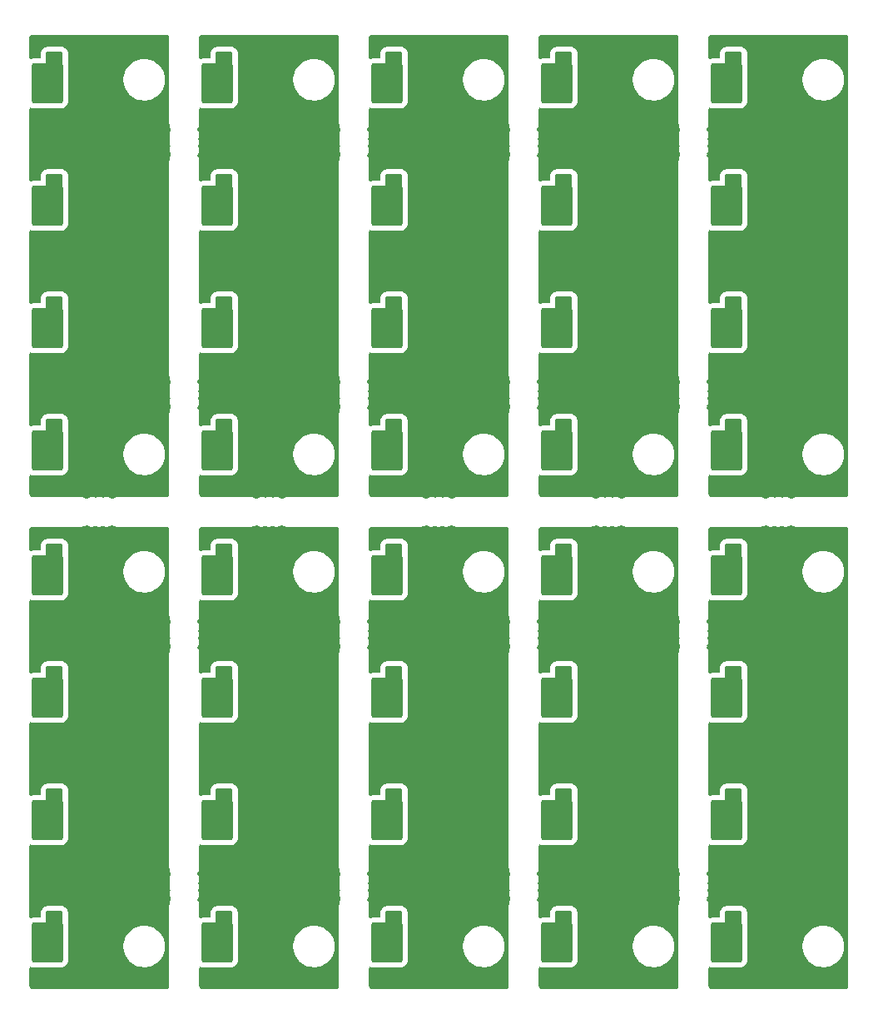
<source format=gbr>
%TF.GenerationSoftware,KiCad,Pcbnew,6.0.4-6f826c9f35~116~ubuntu21.10.1*%
%TF.CreationDate,2022-04-21T21:53:43+02:00*%
%TF.ProjectId,Carte_multiprise,43617274-655f-46d7-956c-746970726973,rev?*%
%TF.SameCoordinates,Original*%
%TF.FileFunction,Copper,L2,Bot*%
%TF.FilePolarity,Positive*%
%FSLAX46Y46*%
G04 Gerber Fmt 4.6, Leading zero omitted, Abs format (unit mm)*
G04 Created by KiCad (PCBNEW 6.0.4-6f826c9f35~116~ubuntu21.10.1) date 2022-04-21 21:53:43*
%MOMM*%
%LPD*%
G01*
G04 APERTURE LIST*
G04 Aperture macros list*
%AMRoundRect*
0 Rectangle with rounded corners*
0 $1 Rounding radius*
0 $2 $3 $4 $5 $6 $7 $8 $9 X,Y pos of 4 corners*
0 Add a 4 corners polygon primitive as box body*
4,1,4,$2,$3,$4,$5,$6,$7,$8,$9,$2,$3,0*
0 Add four circle primitives for the rounded corners*
1,1,$1+$1,$2,$3*
1,1,$1+$1,$4,$5*
1,1,$1+$1,$6,$7*
1,1,$1+$1,$8,$9*
0 Add four rect primitives between the rounded corners*
20,1,$1+$1,$2,$3,$4,$5,0*
20,1,$1+$1,$4,$5,$6,$7,0*
20,1,$1+$1,$6,$7,$8,$9,0*
20,1,$1+$1,$8,$9,$2,$3,0*%
G04 Aperture macros list end*
%TA.AperFunction,ComponentPad*%
%ADD10RoundRect,0.250000X-1.330000X-1.800000X1.330000X-1.800000X1.330000X1.800000X-1.330000X1.800000X0*%
%TD*%
%TA.AperFunction,ComponentPad*%
%ADD11O,3.160000X4.100000*%
%TD*%
%TA.AperFunction,ComponentPad*%
%ADD12RoundRect,0.250000X-0.620000X-0.845000X0.620000X-0.845000X0.620000X0.845000X-0.620000X0.845000X0*%
%TD*%
%TA.AperFunction,ComponentPad*%
%ADD13O,1.740000X2.190000*%
%TD*%
%TA.AperFunction,ComponentPad*%
%ADD14R,1.700000X1.700000*%
%TD*%
%TA.AperFunction,ComponentPad*%
%ADD15O,1.700000X1.700000*%
%TD*%
G04 APERTURE END LIST*
D10*
%TO.P,J1,1,Pin_1*%
%TO.N,Net-(J1-Pad1)*%
X83364000Y-61319000D03*
D11*
%TO.P,J1,2,Pin_2*%
%TO.N,Net-(J1-Pad2)*%
X87324000Y-61319000D03*
%TD*%
D12*
%TO.P,J14,1,Pin_1*%
%TO.N,Net-(J1-Pad1)*%
X153162000Y-59202000D03*
D13*
%TO.P,J14,2,Pin_2*%
%TO.N,Net-(J1-Pad2)*%
X155702000Y-59202000D03*
%TD*%
D12*
%TO.P,J11,1,Pin_1*%
%TO.N,Net-(J1-Pad1)*%
X118618000Y-121686000D03*
D13*
%TO.P,J11,2,Pin_2*%
%TO.N,Net-(J1-Pad2)*%
X121158000Y-121686000D03*
%TD*%
D12*
%TO.P,J11,1,Pin_1*%
%TO.N,Net-(J1-Pad1)*%
X84074000Y-71648000D03*
D13*
%TO.P,J11,2,Pin_2*%
%TO.N,Net-(J1-Pad2)*%
X86614000Y-71648000D03*
%TD*%
D12*
%TO.P,J14,1,Pin_1*%
%TO.N,Net-(J1-Pad1)*%
X101346000Y-59202000D03*
D13*
%TO.P,J14,2,Pin_2*%
%TO.N,Net-(J1-Pad2)*%
X103886000Y-59202000D03*
%TD*%
D12*
%TO.P,J12,1,Pin_1*%
%TO.N,Net-(J1-Pad1)*%
X84074000Y-134132000D03*
D13*
%TO.P,J12,2,Pin_2*%
%TO.N,Net-(J1-Pad2)*%
X86614000Y-134132000D03*
%TD*%
D10*
%TO.P,J1,1,Pin_1*%
%TO.N,Net-(J1-Pad1)*%
X135180000Y-61319000D03*
D11*
%TO.P,J1,2,Pin_2*%
%TO.N,Net-(J1-Pad2)*%
X139140000Y-61319000D03*
%TD*%
D14*
%TO.P,J5,1,Pin_1*%
%TO.N,Net-(J1-Pad2)*%
X127762000Y-116073000D03*
D15*
%TO.P,J5,2,Pin_2*%
X127762000Y-118613000D03*
%TO.P,J5,3,Pin_3*%
X127762000Y-121153000D03*
%TO.P,J5,4,Pin_4*%
X127762000Y-123693000D03*
%TO.P,J5,5,Pin_5*%
X127762000Y-126233000D03*
%TO.P,J5,6,Pin_6*%
X127762000Y-128773000D03*
%TO.P,J5,7,Pin_7*%
X127762000Y-131313000D03*
%TO.P,J5,8,Pin_8*%
X127762000Y-133853000D03*
%TO.P,J5,9,Pin_9*%
X127762000Y-136393000D03*
%TO.P,J5,10,Pin_10*%
X127762000Y-138933000D03*
%TO.P,J5,11,Pin_11*%
X127762000Y-141473000D03*
%TO.P,J5,12,Pin_12*%
X127762000Y-144013000D03*
%TD*%
D10*
%TO.P,J2,1,Pin_1*%
%TO.N,Net-(J1-Pad1)*%
X152452000Y-73765000D03*
D11*
%TO.P,J2,2,Pin_2*%
%TO.N,Net-(J1-Pad2)*%
X156412000Y-73765000D03*
%TD*%
D10*
%TO.P,J4,1,Pin_1*%
%TO.N,Net-(J1-Pad1)*%
X135180000Y-148695000D03*
D11*
%TO.P,J4,2,Pin_2*%
%TO.N,Net-(J1-Pad2)*%
X139140000Y-148695000D03*
%TD*%
D12*
%TO.P,J13,1,Pin_1*%
%TO.N,Net-(J1-Pad1)*%
X101346000Y-96540000D03*
D13*
%TO.P,J13,2,Pin_2*%
%TO.N,Net-(J1-Pad2)*%
X103886000Y-96540000D03*
%TD*%
D14*
%TO.P,J5,1,Pin_1*%
%TO.N,Net-(J1-Pad2)*%
X162306000Y-116073000D03*
D15*
%TO.P,J5,2,Pin_2*%
X162306000Y-118613000D03*
%TO.P,J5,3,Pin_3*%
X162306000Y-121153000D03*
%TO.P,J5,4,Pin_4*%
X162306000Y-123693000D03*
%TO.P,J5,5,Pin_5*%
X162306000Y-126233000D03*
%TO.P,J5,6,Pin_6*%
X162306000Y-128773000D03*
%TO.P,J5,7,Pin_7*%
X162306000Y-131313000D03*
%TO.P,J5,8,Pin_8*%
X162306000Y-133853000D03*
%TO.P,J5,9,Pin_9*%
X162306000Y-136393000D03*
%TO.P,J5,10,Pin_10*%
X162306000Y-138933000D03*
%TO.P,J5,11,Pin_11*%
X162306000Y-141473000D03*
%TO.P,J5,12,Pin_12*%
X162306000Y-144013000D03*
%TD*%
D12*
%TO.P,J11,1,Pin_1*%
%TO.N,Net-(J1-Pad1)*%
X135890000Y-71648000D03*
D13*
%TO.P,J11,2,Pin_2*%
%TO.N,Net-(J1-Pad2)*%
X138430000Y-71648000D03*
%TD*%
D12*
%TO.P,J14,1,Pin_1*%
%TO.N,Net-(J1-Pad1)*%
X135890000Y-109240000D03*
D13*
%TO.P,J14,2,Pin_2*%
%TO.N,Net-(J1-Pad2)*%
X138430000Y-109240000D03*
%TD*%
D10*
%TO.P,J4,1,Pin_1*%
%TO.N,Net-(J1-Pad1)*%
X152452000Y-148695000D03*
D11*
%TO.P,J4,2,Pin_2*%
%TO.N,Net-(J1-Pad2)*%
X156412000Y-148695000D03*
%TD*%
D10*
%TO.P,J4,1,Pin_1*%
%TO.N,Net-(J1-Pad1)*%
X83364000Y-148695000D03*
D11*
%TO.P,J4,2,Pin_2*%
%TO.N,Net-(J1-Pad2)*%
X87324000Y-148695000D03*
%TD*%
D10*
%TO.P,J4,1,Pin_1*%
%TO.N,Net-(J1-Pad1)*%
X100636000Y-98657000D03*
D11*
%TO.P,J4,2,Pin_2*%
%TO.N,Net-(J1-Pad2)*%
X104596000Y-98657000D03*
%TD*%
D10*
%TO.P,J3,1,Pin_1*%
%TO.N,Net-(J1-Pad1)*%
X135180000Y-136249000D03*
D11*
%TO.P,J3,2,Pin_2*%
%TO.N,Net-(J1-Pad2)*%
X139140000Y-136249000D03*
%TD*%
D14*
%TO.P,J5,1,Pin_1*%
%TO.N,Net-(J1-Pad2)*%
X110490000Y-66035000D03*
D15*
%TO.P,J5,2,Pin_2*%
X110490000Y-68575000D03*
%TO.P,J5,3,Pin_3*%
X110490000Y-71115000D03*
%TO.P,J5,4,Pin_4*%
X110490000Y-73655000D03*
%TO.P,J5,5,Pin_5*%
X110490000Y-76195000D03*
%TO.P,J5,6,Pin_6*%
X110490000Y-78735000D03*
%TO.P,J5,7,Pin_7*%
X110490000Y-81275000D03*
%TO.P,J5,8,Pin_8*%
X110490000Y-83815000D03*
%TO.P,J5,9,Pin_9*%
X110490000Y-86355000D03*
%TO.P,J5,10,Pin_10*%
X110490000Y-88895000D03*
%TO.P,J5,11,Pin_11*%
X110490000Y-91435000D03*
%TO.P,J5,12,Pin_12*%
X110490000Y-93975000D03*
%TD*%
D12*
%TO.P,J13,1,Pin_1*%
%TO.N,Net-(J1-Pad1)*%
X84074000Y-96540000D03*
D13*
%TO.P,J13,2,Pin_2*%
%TO.N,Net-(J1-Pad2)*%
X86614000Y-96540000D03*
%TD*%
D12*
%TO.P,J11,1,Pin_1*%
%TO.N,Net-(J1-Pad1)*%
X135890000Y-121686000D03*
D13*
%TO.P,J11,2,Pin_2*%
%TO.N,Net-(J1-Pad2)*%
X138430000Y-121686000D03*
%TD*%
D12*
%TO.P,J12,1,Pin_1*%
%TO.N,Net-(J1-Pad1)*%
X101346000Y-84094000D03*
D13*
%TO.P,J12,2,Pin_2*%
%TO.N,Net-(J1-Pad2)*%
X103886000Y-84094000D03*
%TD*%
D12*
%TO.P,J12,1,Pin_1*%
%TO.N,Net-(J1-Pad1)*%
X118618000Y-134132000D03*
D13*
%TO.P,J12,2,Pin_2*%
%TO.N,Net-(J1-Pad2)*%
X121158000Y-134132000D03*
%TD*%
D12*
%TO.P,J12,1,Pin_1*%
%TO.N,Net-(J1-Pad1)*%
X153162000Y-134132000D03*
D13*
%TO.P,J12,2,Pin_2*%
%TO.N,Net-(J1-Pad2)*%
X155702000Y-134132000D03*
%TD*%
D12*
%TO.P,J13,1,Pin_1*%
%TO.N,Net-(J1-Pad1)*%
X118618000Y-96540000D03*
D13*
%TO.P,J13,2,Pin_2*%
%TO.N,Net-(J1-Pad2)*%
X121158000Y-96540000D03*
%TD*%
D12*
%TO.P,J13,1,Pin_1*%
%TO.N,Net-(J1-Pad1)*%
X135890000Y-146578000D03*
D13*
%TO.P,J13,2,Pin_2*%
%TO.N,Net-(J1-Pad2)*%
X138430000Y-146578000D03*
%TD*%
D10*
%TO.P,J1,1,Pin_1*%
%TO.N,Net-(J1-Pad1)*%
X100636000Y-111357000D03*
D11*
%TO.P,J1,2,Pin_2*%
%TO.N,Net-(J1-Pad2)*%
X104596000Y-111357000D03*
%TD*%
D12*
%TO.P,J12,1,Pin_1*%
%TO.N,Net-(J1-Pad1)*%
X101346000Y-134132000D03*
D13*
%TO.P,J12,2,Pin_2*%
%TO.N,Net-(J1-Pad2)*%
X103886000Y-134132000D03*
%TD*%
D10*
%TO.P,J1,1,Pin_1*%
%TO.N,Net-(J1-Pad1)*%
X83364000Y-111357000D03*
D11*
%TO.P,J1,2,Pin_2*%
%TO.N,Net-(J1-Pad2)*%
X87324000Y-111357000D03*
%TD*%
D12*
%TO.P,J14,1,Pin_1*%
%TO.N,Net-(J1-Pad1)*%
X101346000Y-109240000D03*
D13*
%TO.P,J14,2,Pin_2*%
%TO.N,Net-(J1-Pad2)*%
X103886000Y-109240000D03*
%TD*%
D12*
%TO.P,J13,1,Pin_1*%
%TO.N,Net-(J1-Pad1)*%
X101346000Y-146578000D03*
D13*
%TO.P,J13,2,Pin_2*%
%TO.N,Net-(J1-Pad2)*%
X103886000Y-146578000D03*
%TD*%
D12*
%TO.P,J13,1,Pin_1*%
%TO.N,Net-(J1-Pad1)*%
X84074000Y-146578000D03*
D13*
%TO.P,J13,2,Pin_2*%
%TO.N,Net-(J1-Pad2)*%
X86614000Y-146578000D03*
%TD*%
D12*
%TO.P,J13,1,Pin_1*%
%TO.N,Net-(J1-Pad1)*%
X153162000Y-96540000D03*
D13*
%TO.P,J13,2,Pin_2*%
%TO.N,Net-(J1-Pad2)*%
X155702000Y-96540000D03*
%TD*%
D12*
%TO.P,J11,1,Pin_1*%
%TO.N,Net-(J1-Pad1)*%
X101346000Y-121686000D03*
D13*
%TO.P,J11,2,Pin_2*%
%TO.N,Net-(J1-Pad2)*%
X103886000Y-121686000D03*
%TD*%
D10*
%TO.P,J2,1,Pin_1*%
%TO.N,Net-(J1-Pad1)*%
X83364000Y-73765000D03*
D11*
%TO.P,J2,2,Pin_2*%
%TO.N,Net-(J1-Pad2)*%
X87324000Y-73765000D03*
%TD*%
D12*
%TO.P,J12,1,Pin_1*%
%TO.N,Net-(J1-Pad1)*%
X153162000Y-84094000D03*
D13*
%TO.P,J12,2,Pin_2*%
%TO.N,Net-(J1-Pad2)*%
X155702000Y-84094000D03*
%TD*%
D10*
%TO.P,J2,1,Pin_1*%
%TO.N,Net-(J1-Pad1)*%
X100636000Y-73765000D03*
D11*
%TO.P,J2,2,Pin_2*%
%TO.N,Net-(J1-Pad2)*%
X104596000Y-73765000D03*
%TD*%
D10*
%TO.P,J4,1,Pin_1*%
%TO.N,Net-(J1-Pad1)*%
X117908000Y-148695000D03*
D11*
%TO.P,J4,2,Pin_2*%
%TO.N,Net-(J1-Pad2)*%
X121868000Y-148695000D03*
%TD*%
D12*
%TO.P,J14,1,Pin_1*%
%TO.N,Net-(J1-Pad1)*%
X118618000Y-109240000D03*
D13*
%TO.P,J14,2,Pin_2*%
%TO.N,Net-(J1-Pad2)*%
X121158000Y-109240000D03*
%TD*%
D10*
%TO.P,J4,1,Pin_1*%
%TO.N,Net-(J1-Pad1)*%
X100636000Y-148695000D03*
D11*
%TO.P,J4,2,Pin_2*%
%TO.N,Net-(J1-Pad2)*%
X104596000Y-148695000D03*
%TD*%
D10*
%TO.P,J1,1,Pin_1*%
%TO.N,Net-(J1-Pad1)*%
X117908000Y-61319000D03*
D11*
%TO.P,J1,2,Pin_2*%
%TO.N,Net-(J1-Pad2)*%
X121868000Y-61319000D03*
%TD*%
D10*
%TO.P,J3,1,Pin_1*%
%TO.N,Net-(J1-Pad1)*%
X100636000Y-136249000D03*
D11*
%TO.P,J3,2,Pin_2*%
%TO.N,Net-(J1-Pad2)*%
X104596000Y-136249000D03*
%TD*%
D10*
%TO.P,J3,1,Pin_1*%
%TO.N,Net-(J1-Pad1)*%
X135180000Y-86211000D03*
D11*
%TO.P,J3,2,Pin_2*%
%TO.N,Net-(J1-Pad2)*%
X139140000Y-86211000D03*
%TD*%
D10*
%TO.P,J1,1,Pin_1*%
%TO.N,Net-(J1-Pad1)*%
X152452000Y-111357000D03*
D11*
%TO.P,J1,2,Pin_2*%
%TO.N,Net-(J1-Pad2)*%
X156412000Y-111357000D03*
%TD*%
D14*
%TO.P,J5,1,Pin_1*%
%TO.N,Net-(J1-Pad2)*%
X145034000Y-116073000D03*
D15*
%TO.P,J5,2,Pin_2*%
X145034000Y-118613000D03*
%TO.P,J5,3,Pin_3*%
X145034000Y-121153000D03*
%TO.P,J5,4,Pin_4*%
X145034000Y-123693000D03*
%TO.P,J5,5,Pin_5*%
X145034000Y-126233000D03*
%TO.P,J5,6,Pin_6*%
X145034000Y-128773000D03*
%TO.P,J5,7,Pin_7*%
X145034000Y-131313000D03*
%TO.P,J5,8,Pin_8*%
X145034000Y-133853000D03*
%TO.P,J5,9,Pin_9*%
X145034000Y-136393000D03*
%TO.P,J5,10,Pin_10*%
X145034000Y-138933000D03*
%TO.P,J5,11,Pin_11*%
X145034000Y-141473000D03*
%TO.P,J5,12,Pin_12*%
X145034000Y-144013000D03*
%TD*%
D10*
%TO.P,J3,1,Pin_1*%
%TO.N,Net-(J1-Pad1)*%
X152452000Y-86211000D03*
D11*
%TO.P,J3,2,Pin_2*%
%TO.N,Net-(J1-Pad2)*%
X156412000Y-86211000D03*
%TD*%
D14*
%TO.P,J5,1,Pin_1*%
%TO.N,Net-(J1-Pad2)*%
X145034000Y-66035000D03*
D15*
%TO.P,J5,2,Pin_2*%
X145034000Y-68575000D03*
%TO.P,J5,3,Pin_3*%
X145034000Y-71115000D03*
%TO.P,J5,4,Pin_4*%
X145034000Y-73655000D03*
%TO.P,J5,5,Pin_5*%
X145034000Y-76195000D03*
%TO.P,J5,6,Pin_6*%
X145034000Y-78735000D03*
%TO.P,J5,7,Pin_7*%
X145034000Y-81275000D03*
%TO.P,J5,8,Pin_8*%
X145034000Y-83815000D03*
%TO.P,J5,9,Pin_9*%
X145034000Y-86355000D03*
%TO.P,J5,10,Pin_10*%
X145034000Y-88895000D03*
%TO.P,J5,11,Pin_11*%
X145034000Y-91435000D03*
%TO.P,J5,12,Pin_12*%
X145034000Y-93975000D03*
%TD*%
D10*
%TO.P,J2,1,Pin_1*%
%TO.N,Net-(J1-Pad1)*%
X117908000Y-123803000D03*
D11*
%TO.P,J2,2,Pin_2*%
%TO.N,Net-(J1-Pad2)*%
X121868000Y-123803000D03*
%TD*%
D10*
%TO.P,J3,1,Pin_1*%
%TO.N,Net-(J1-Pad1)*%
X83364000Y-86211000D03*
D11*
%TO.P,J3,2,Pin_2*%
%TO.N,Net-(J1-Pad2)*%
X87324000Y-86211000D03*
%TD*%
D10*
%TO.P,J4,1,Pin_1*%
%TO.N,Net-(J1-Pad1)*%
X152452000Y-98657000D03*
D11*
%TO.P,J4,2,Pin_2*%
%TO.N,Net-(J1-Pad2)*%
X156412000Y-98657000D03*
%TD*%
D10*
%TO.P,J1,1,Pin_1*%
%TO.N,Net-(J1-Pad1)*%
X135180000Y-111357000D03*
D11*
%TO.P,J1,2,Pin_2*%
%TO.N,Net-(J1-Pad2)*%
X139140000Y-111357000D03*
%TD*%
D10*
%TO.P,J3,1,Pin_1*%
%TO.N,Net-(J1-Pad1)*%
X100636000Y-86211000D03*
D11*
%TO.P,J3,2,Pin_2*%
%TO.N,Net-(J1-Pad2)*%
X104596000Y-86211000D03*
%TD*%
D12*
%TO.P,J14,1,Pin_1*%
%TO.N,Net-(J1-Pad1)*%
X135890000Y-59202000D03*
D13*
%TO.P,J14,2,Pin_2*%
%TO.N,Net-(J1-Pad2)*%
X138430000Y-59202000D03*
%TD*%
D12*
%TO.P,J11,1,Pin_1*%
%TO.N,Net-(J1-Pad1)*%
X101346000Y-71648000D03*
D13*
%TO.P,J11,2,Pin_2*%
%TO.N,Net-(J1-Pad2)*%
X103886000Y-71648000D03*
%TD*%
D10*
%TO.P,J1,1,Pin_1*%
%TO.N,Net-(J1-Pad1)*%
X152452000Y-61319000D03*
D11*
%TO.P,J1,2,Pin_2*%
%TO.N,Net-(J1-Pad2)*%
X156412000Y-61319000D03*
%TD*%
D10*
%TO.P,J2,1,Pin_1*%
%TO.N,Net-(J1-Pad1)*%
X83364000Y-123803000D03*
D11*
%TO.P,J2,2,Pin_2*%
%TO.N,Net-(J1-Pad2)*%
X87324000Y-123803000D03*
%TD*%
D10*
%TO.P,J1,1,Pin_1*%
%TO.N,Net-(J1-Pad1)*%
X117908000Y-111357000D03*
D11*
%TO.P,J1,2,Pin_2*%
%TO.N,Net-(J1-Pad2)*%
X121868000Y-111357000D03*
%TD*%
D12*
%TO.P,J13,1,Pin_1*%
%TO.N,Net-(J1-Pad1)*%
X118618000Y-146578000D03*
D13*
%TO.P,J13,2,Pin_2*%
%TO.N,Net-(J1-Pad2)*%
X121158000Y-146578000D03*
%TD*%
D10*
%TO.P,J1,1,Pin_1*%
%TO.N,Net-(J1-Pad1)*%
X100636000Y-61319000D03*
D11*
%TO.P,J1,2,Pin_2*%
%TO.N,Net-(J1-Pad2)*%
X104596000Y-61319000D03*
%TD*%
D12*
%TO.P,J13,1,Pin_1*%
%TO.N,Net-(J1-Pad1)*%
X153162000Y-146578000D03*
D13*
%TO.P,J13,2,Pin_2*%
%TO.N,Net-(J1-Pad2)*%
X155702000Y-146578000D03*
%TD*%
D12*
%TO.P,J14,1,Pin_1*%
%TO.N,Net-(J1-Pad1)*%
X153162000Y-109240000D03*
D13*
%TO.P,J14,2,Pin_2*%
%TO.N,Net-(J1-Pad2)*%
X155702000Y-109240000D03*
%TD*%
D12*
%TO.P,J12,1,Pin_1*%
%TO.N,Net-(J1-Pad1)*%
X135890000Y-134132000D03*
D13*
%TO.P,J12,2,Pin_2*%
%TO.N,Net-(J1-Pad2)*%
X138430000Y-134132000D03*
%TD*%
D12*
%TO.P,J14,1,Pin_1*%
%TO.N,Net-(J1-Pad1)*%
X84074000Y-59202000D03*
D13*
%TO.P,J14,2,Pin_2*%
%TO.N,Net-(J1-Pad2)*%
X86614000Y-59202000D03*
%TD*%
D12*
%TO.P,J12,1,Pin_1*%
%TO.N,Net-(J1-Pad1)*%
X135890000Y-84094000D03*
D13*
%TO.P,J12,2,Pin_2*%
%TO.N,Net-(J1-Pad2)*%
X138430000Y-84094000D03*
%TD*%
D10*
%TO.P,J4,1,Pin_1*%
%TO.N,Net-(J1-Pad1)*%
X135180000Y-98657000D03*
D11*
%TO.P,J4,2,Pin_2*%
%TO.N,Net-(J1-Pad2)*%
X139140000Y-98657000D03*
%TD*%
D10*
%TO.P,J2,1,Pin_1*%
%TO.N,Net-(J1-Pad1)*%
X100636000Y-123803000D03*
D11*
%TO.P,J2,2,Pin_2*%
%TO.N,Net-(J1-Pad2)*%
X104596000Y-123803000D03*
%TD*%
D12*
%TO.P,J12,1,Pin_1*%
%TO.N,Net-(J1-Pad1)*%
X118618000Y-84094000D03*
D13*
%TO.P,J12,2,Pin_2*%
%TO.N,Net-(J1-Pad2)*%
X121158000Y-84094000D03*
%TD*%
D12*
%TO.P,J12,1,Pin_1*%
%TO.N,Net-(J1-Pad1)*%
X84074000Y-84094000D03*
D13*
%TO.P,J12,2,Pin_2*%
%TO.N,Net-(J1-Pad2)*%
X86614000Y-84094000D03*
%TD*%
D12*
%TO.P,J14,1,Pin_1*%
%TO.N,Net-(J1-Pad1)*%
X118618000Y-59202000D03*
D13*
%TO.P,J14,2,Pin_2*%
%TO.N,Net-(J1-Pad2)*%
X121158000Y-59202000D03*
%TD*%
D10*
%TO.P,J3,1,Pin_1*%
%TO.N,Net-(J1-Pad1)*%
X83364000Y-136249000D03*
D11*
%TO.P,J3,2,Pin_2*%
%TO.N,Net-(J1-Pad2)*%
X87324000Y-136249000D03*
%TD*%
D10*
%TO.P,J3,1,Pin_1*%
%TO.N,Net-(J1-Pad1)*%
X152452000Y-136249000D03*
D11*
%TO.P,J3,2,Pin_2*%
%TO.N,Net-(J1-Pad2)*%
X156412000Y-136249000D03*
%TD*%
D12*
%TO.P,J13,1,Pin_1*%
%TO.N,Net-(J1-Pad1)*%
X135890000Y-96540000D03*
D13*
%TO.P,J13,2,Pin_2*%
%TO.N,Net-(J1-Pad2)*%
X138430000Y-96540000D03*
%TD*%
D10*
%TO.P,J4,1,Pin_1*%
%TO.N,Net-(J1-Pad1)*%
X117908000Y-98657000D03*
D11*
%TO.P,J4,2,Pin_2*%
%TO.N,Net-(J1-Pad2)*%
X121868000Y-98657000D03*
%TD*%
D12*
%TO.P,J14,1,Pin_1*%
%TO.N,Net-(J1-Pad1)*%
X84074000Y-109240000D03*
D13*
%TO.P,J14,2,Pin_2*%
%TO.N,Net-(J1-Pad2)*%
X86614000Y-109240000D03*
%TD*%
D14*
%TO.P,J5,1,Pin_1*%
%TO.N,Net-(J1-Pad2)*%
X110490000Y-116073000D03*
D15*
%TO.P,J5,2,Pin_2*%
X110490000Y-118613000D03*
%TO.P,J5,3,Pin_3*%
X110490000Y-121153000D03*
%TO.P,J5,4,Pin_4*%
X110490000Y-123693000D03*
%TO.P,J5,5,Pin_5*%
X110490000Y-126233000D03*
%TO.P,J5,6,Pin_6*%
X110490000Y-128773000D03*
%TO.P,J5,7,Pin_7*%
X110490000Y-131313000D03*
%TO.P,J5,8,Pin_8*%
X110490000Y-133853000D03*
%TO.P,J5,9,Pin_9*%
X110490000Y-136393000D03*
%TO.P,J5,10,Pin_10*%
X110490000Y-138933000D03*
%TO.P,J5,11,Pin_11*%
X110490000Y-141473000D03*
%TO.P,J5,12,Pin_12*%
X110490000Y-144013000D03*
%TD*%
D10*
%TO.P,J3,1,Pin_1*%
%TO.N,Net-(J1-Pad1)*%
X117908000Y-86211000D03*
D11*
%TO.P,J3,2,Pin_2*%
%TO.N,Net-(J1-Pad2)*%
X121868000Y-86211000D03*
%TD*%
D10*
%TO.P,J2,1,Pin_1*%
%TO.N,Net-(J1-Pad1)*%
X135180000Y-123803000D03*
D11*
%TO.P,J2,2,Pin_2*%
%TO.N,Net-(J1-Pad2)*%
X139140000Y-123803000D03*
%TD*%
D14*
%TO.P,J5,1,Pin_1*%
%TO.N,Net-(J1-Pad2)*%
X93218000Y-66035000D03*
D15*
%TO.P,J5,2,Pin_2*%
X93218000Y-68575000D03*
%TO.P,J5,3,Pin_3*%
X93218000Y-71115000D03*
%TO.P,J5,4,Pin_4*%
X93218000Y-73655000D03*
%TO.P,J5,5,Pin_5*%
X93218000Y-76195000D03*
%TO.P,J5,6,Pin_6*%
X93218000Y-78735000D03*
%TO.P,J5,7,Pin_7*%
X93218000Y-81275000D03*
%TO.P,J5,8,Pin_8*%
X93218000Y-83815000D03*
%TO.P,J5,9,Pin_9*%
X93218000Y-86355000D03*
%TO.P,J5,10,Pin_10*%
X93218000Y-88895000D03*
%TO.P,J5,11,Pin_11*%
X93218000Y-91435000D03*
%TO.P,J5,12,Pin_12*%
X93218000Y-93975000D03*
%TD*%
D12*
%TO.P,J11,1,Pin_1*%
%TO.N,Net-(J1-Pad1)*%
X153162000Y-121686000D03*
D13*
%TO.P,J11,2,Pin_2*%
%TO.N,Net-(J1-Pad2)*%
X155702000Y-121686000D03*
%TD*%
D10*
%TO.P,J3,1,Pin_1*%
%TO.N,Net-(J1-Pad1)*%
X117908000Y-136249000D03*
D11*
%TO.P,J3,2,Pin_2*%
%TO.N,Net-(J1-Pad2)*%
X121868000Y-136249000D03*
%TD*%
D14*
%TO.P,J5,1,Pin_1*%
%TO.N,Net-(J1-Pad2)*%
X162306000Y-66035000D03*
D15*
%TO.P,J5,2,Pin_2*%
X162306000Y-68575000D03*
%TO.P,J5,3,Pin_3*%
X162306000Y-71115000D03*
%TO.P,J5,4,Pin_4*%
X162306000Y-73655000D03*
%TO.P,J5,5,Pin_5*%
X162306000Y-76195000D03*
%TO.P,J5,6,Pin_6*%
X162306000Y-78735000D03*
%TO.P,J5,7,Pin_7*%
X162306000Y-81275000D03*
%TO.P,J5,8,Pin_8*%
X162306000Y-83815000D03*
%TO.P,J5,9,Pin_9*%
X162306000Y-86355000D03*
%TO.P,J5,10,Pin_10*%
X162306000Y-88895000D03*
%TO.P,J5,11,Pin_11*%
X162306000Y-91435000D03*
%TO.P,J5,12,Pin_12*%
X162306000Y-93975000D03*
%TD*%
D10*
%TO.P,J2,1,Pin_1*%
%TO.N,Net-(J1-Pad1)*%
X135180000Y-73765000D03*
D11*
%TO.P,J2,2,Pin_2*%
%TO.N,Net-(J1-Pad2)*%
X139140000Y-73765000D03*
%TD*%
D12*
%TO.P,J11,1,Pin_1*%
%TO.N,Net-(J1-Pad1)*%
X153162000Y-71648000D03*
D13*
%TO.P,J11,2,Pin_2*%
%TO.N,Net-(J1-Pad2)*%
X155702000Y-71648000D03*
%TD*%
D10*
%TO.P,J4,1,Pin_1*%
%TO.N,Net-(J1-Pad1)*%
X83364000Y-98657000D03*
D11*
%TO.P,J4,2,Pin_2*%
%TO.N,Net-(J1-Pad2)*%
X87324000Y-98657000D03*
%TD*%
D14*
%TO.P,J5,1,Pin_1*%
%TO.N,Net-(J1-Pad2)*%
X127762000Y-66035000D03*
D15*
%TO.P,J5,2,Pin_2*%
X127762000Y-68575000D03*
%TO.P,J5,3,Pin_3*%
X127762000Y-71115000D03*
%TO.P,J5,4,Pin_4*%
X127762000Y-73655000D03*
%TO.P,J5,5,Pin_5*%
X127762000Y-76195000D03*
%TO.P,J5,6,Pin_6*%
X127762000Y-78735000D03*
%TO.P,J5,7,Pin_7*%
X127762000Y-81275000D03*
%TO.P,J5,8,Pin_8*%
X127762000Y-83815000D03*
%TO.P,J5,9,Pin_9*%
X127762000Y-86355000D03*
%TO.P,J5,10,Pin_10*%
X127762000Y-88895000D03*
%TO.P,J5,11,Pin_11*%
X127762000Y-91435000D03*
%TO.P,J5,12,Pin_12*%
X127762000Y-93975000D03*
%TD*%
D12*
%TO.P,J11,1,Pin_1*%
%TO.N,Net-(J1-Pad1)*%
X84074000Y-121686000D03*
D13*
%TO.P,J11,2,Pin_2*%
%TO.N,Net-(J1-Pad2)*%
X86614000Y-121686000D03*
%TD*%
D14*
%TO.P,J5,1,Pin_1*%
%TO.N,Net-(J1-Pad2)*%
X93218000Y-116073000D03*
D15*
%TO.P,J5,2,Pin_2*%
X93218000Y-118613000D03*
%TO.P,J5,3,Pin_3*%
X93218000Y-121153000D03*
%TO.P,J5,4,Pin_4*%
X93218000Y-123693000D03*
%TO.P,J5,5,Pin_5*%
X93218000Y-126233000D03*
%TO.P,J5,6,Pin_6*%
X93218000Y-128773000D03*
%TO.P,J5,7,Pin_7*%
X93218000Y-131313000D03*
%TO.P,J5,8,Pin_8*%
X93218000Y-133853000D03*
%TO.P,J5,9,Pin_9*%
X93218000Y-136393000D03*
%TO.P,J5,10,Pin_10*%
X93218000Y-138933000D03*
%TO.P,J5,11,Pin_11*%
X93218000Y-141473000D03*
%TO.P,J5,12,Pin_12*%
X93218000Y-144013000D03*
%TD*%
D10*
%TO.P,J2,1,Pin_1*%
%TO.N,Net-(J1-Pad1)*%
X117908000Y-73765000D03*
D11*
%TO.P,J2,2,Pin_2*%
%TO.N,Net-(J1-Pad2)*%
X121868000Y-73765000D03*
%TD*%
D10*
%TO.P,J2,1,Pin_1*%
%TO.N,Net-(J1-Pad1)*%
X152452000Y-123803000D03*
D11*
%TO.P,J2,2,Pin_2*%
%TO.N,Net-(J1-Pad2)*%
X156412000Y-123803000D03*
%TD*%
D12*
%TO.P,J11,1,Pin_1*%
%TO.N,Net-(J1-Pad1)*%
X118618000Y-71648000D03*
D13*
%TO.P,J11,2,Pin_2*%
%TO.N,Net-(J1-Pad2)*%
X121158000Y-71648000D03*
%TD*%
%TA.AperFunction,Conductor*%
%TO.N,Net-(J1-Pad2)*%
G36*
X130018018Y-56390000D02*
G01*
X130032851Y-56392310D01*
X130032855Y-56392310D01*
X130041724Y-56393691D01*
X130050629Y-56392527D01*
X130059598Y-56392636D01*
X130059588Y-56393450D01*
X130081098Y-56393743D01*
X130106622Y-56397785D01*
X130144116Y-56409967D01*
X130179224Y-56427855D01*
X130211117Y-56451027D01*
X130238973Y-56478883D01*
X130262144Y-56510774D01*
X130262146Y-56510776D01*
X130280033Y-56545882D01*
X130292214Y-56583373D01*
X130296119Y-56608026D01*
X130297551Y-56627750D01*
X130296309Y-56635724D01*
X130297474Y-56644632D01*
X130300436Y-56667283D01*
X130301500Y-56683621D01*
X130301500Y-65228633D01*
X130300000Y-65248018D01*
X130297690Y-65262851D01*
X130297690Y-65262855D01*
X130296309Y-65271724D01*
X130297130Y-65278000D01*
X130296786Y-65278000D01*
X130315613Y-65517222D01*
X130316767Y-65522029D01*
X130316768Y-65522035D01*
X130344335Y-65636857D01*
X130371631Y-65750553D01*
X130463460Y-65972249D01*
X130466045Y-65976468D01*
X130468295Y-65980883D01*
X130466159Y-65981972D01*
X130482187Y-66040917D01*
X130461582Y-66100846D01*
X130464510Y-66102547D01*
X130375674Y-66255490D01*
X130373553Y-66262494D01*
X130373551Y-66262498D01*
X130333879Y-66393488D01*
X130324405Y-66424767D01*
X130313453Y-66601298D01*
X130343406Y-66775614D01*
X130346272Y-66782348D01*
X130346272Y-66782350D01*
X130388801Y-66882300D01*
X130397067Y-66952814D01*
X130381814Y-66994917D01*
X130379354Y-66999153D01*
X130379351Y-66999159D01*
X130375674Y-67005490D01*
X130373553Y-67012494D01*
X130373551Y-67012498D01*
X130333879Y-67143488D01*
X130324405Y-67174767D01*
X130313453Y-67351298D01*
X130343406Y-67525614D01*
X130346272Y-67532348D01*
X130346272Y-67532350D01*
X130388801Y-67632300D01*
X130397067Y-67702814D01*
X130381814Y-67744917D01*
X130379354Y-67749153D01*
X130379351Y-67749159D01*
X130375674Y-67755490D01*
X130373553Y-67762494D01*
X130373551Y-67762498D01*
X130335652Y-67887631D01*
X130324405Y-67924767D01*
X130313453Y-68101298D01*
X130343406Y-68275614D01*
X130412657Y-68438364D01*
X130416994Y-68444257D01*
X130460158Y-68502911D01*
X130484424Y-68569632D01*
X130467304Y-68638612D01*
X130468295Y-68639117D01*
X130466119Y-68643387D01*
X130466110Y-68643425D01*
X130466051Y-68643521D01*
X130466045Y-68643532D01*
X130463460Y-68647751D01*
X130371631Y-68869447D01*
X130370476Y-68874259D01*
X130316768Y-69097965D01*
X130316767Y-69097971D01*
X130315613Y-69102778D01*
X130298647Y-69318352D01*
X130297769Y-69325856D01*
X130297824Y-69325993D01*
X130296309Y-69335724D01*
X130296915Y-69340359D01*
X130296786Y-69342000D01*
X130297130Y-69342000D01*
X130298342Y-69351269D01*
X130300436Y-69367283D01*
X130301500Y-69383620D01*
X130301500Y-90882633D01*
X130300000Y-90902018D01*
X130297690Y-90916851D01*
X130297690Y-90916855D01*
X130296309Y-90925724D01*
X130297130Y-90932000D01*
X130296786Y-90932000D01*
X130315613Y-91171222D01*
X130316767Y-91176029D01*
X130316768Y-91176035D01*
X130344335Y-91290857D01*
X130371631Y-91404553D01*
X130463460Y-91626249D01*
X130466045Y-91630468D01*
X130468295Y-91634883D01*
X130466159Y-91635972D01*
X130482187Y-91694917D01*
X130461582Y-91754846D01*
X130464510Y-91756547D01*
X130375674Y-91909490D01*
X130373553Y-91916494D01*
X130373551Y-91916498D01*
X130333879Y-92047488D01*
X130324405Y-92078767D01*
X130313453Y-92255298D01*
X130343406Y-92429614D01*
X130346272Y-92436348D01*
X130346272Y-92436350D01*
X130388801Y-92536300D01*
X130397067Y-92606814D01*
X130381814Y-92648917D01*
X130379354Y-92653153D01*
X130379351Y-92653159D01*
X130375674Y-92659490D01*
X130373553Y-92666494D01*
X130373551Y-92666498D01*
X130333879Y-92797488D01*
X130324405Y-92828767D01*
X130313453Y-93005298D01*
X130343406Y-93179614D01*
X130346272Y-93186348D01*
X130346272Y-93186350D01*
X130388801Y-93286300D01*
X130397067Y-93356814D01*
X130381814Y-93398917D01*
X130379354Y-93403153D01*
X130379351Y-93403159D01*
X130375674Y-93409490D01*
X130373553Y-93416494D01*
X130373551Y-93416498D01*
X130335652Y-93541631D01*
X130324405Y-93578767D01*
X130313453Y-93755298D01*
X130343406Y-93929614D01*
X130412657Y-94092364D01*
X130416994Y-94098257D01*
X130460158Y-94156911D01*
X130484424Y-94223632D01*
X130467304Y-94292612D01*
X130468295Y-94293117D01*
X130466119Y-94297387D01*
X130466110Y-94297425D01*
X130466051Y-94297521D01*
X130466045Y-94297532D01*
X130463460Y-94301751D01*
X130371631Y-94523447D01*
X130370476Y-94528259D01*
X130316768Y-94751965D01*
X130316767Y-94751971D01*
X130315613Y-94756778D01*
X130301469Y-94936500D01*
X130298647Y-94972352D01*
X130297769Y-94979856D01*
X130297824Y-94979993D01*
X130296309Y-94989724D01*
X130296915Y-94994359D01*
X130296786Y-94996000D01*
X130297130Y-94996000D01*
X130298342Y-95005269D01*
X130300436Y-95021283D01*
X130301500Y-95037620D01*
X130301500Y-103074633D01*
X130300000Y-103094018D01*
X130297690Y-103108851D01*
X130297690Y-103108855D01*
X130296309Y-103117724D01*
X130297473Y-103126629D01*
X130297364Y-103135598D01*
X130296550Y-103135588D01*
X130296257Y-103157098D01*
X130292215Y-103182622D01*
X130280033Y-103220116D01*
X130262145Y-103255224D01*
X130238973Y-103287117D01*
X130211117Y-103314973D01*
X130179226Y-103338144D01*
X130144116Y-103356034D01*
X130106627Y-103368214D01*
X130081974Y-103372119D01*
X130062250Y-103373551D01*
X130054276Y-103372309D01*
X130022714Y-103376436D01*
X130006379Y-103377500D01*
X125275250Y-103377500D01*
X125254345Y-103375754D01*
X125239344Y-103373230D01*
X125239341Y-103373230D01*
X125234552Y-103372424D01*
X125228529Y-103372351D01*
X125226867Y-103372330D01*
X125226863Y-103372330D01*
X125222000Y-103372271D01*
X125217180Y-103372961D01*
X125216599Y-103372999D01*
X125210024Y-103373728D01*
X125110238Y-103381582D01*
X124982778Y-103391613D01*
X124977971Y-103392767D01*
X124977965Y-103392768D01*
X124831037Y-103428043D01*
X124749447Y-103447631D01*
X124744876Y-103449524D01*
X124744874Y-103449525D01*
X124532323Y-103537566D01*
X124532321Y-103537567D01*
X124527751Y-103539460D01*
X124523529Y-103542047D01*
X124519122Y-103544293D01*
X124518293Y-103542665D01*
X124457319Y-103559145D01*
X124389647Y-103537674D01*
X124378476Y-103529207D01*
X124363715Y-103516667D01*
X124254045Y-103460666D01*
X124212708Y-103439558D01*
X124212706Y-103439557D01*
X124206192Y-103436231D01*
X124199087Y-103434492D01*
X124199083Y-103434491D01*
X124094162Y-103408818D01*
X124034390Y-103394192D01*
X124028788Y-103393844D01*
X124028785Y-103393844D01*
X124025175Y-103393620D01*
X124025165Y-103393620D01*
X124023236Y-103393500D01*
X123895707Y-103393500D01*
X123825964Y-103401631D01*
X123771589Y-103407970D01*
X123771585Y-103407971D01*
X123764319Y-103408818D01*
X123757444Y-103411313D01*
X123757442Y-103411314D01*
X123604338Y-103466889D01*
X123533480Y-103471330D01*
X123504044Y-103460666D01*
X123462712Y-103439560D01*
X123462707Y-103439558D01*
X123456192Y-103436231D01*
X123284390Y-103394192D01*
X123278788Y-103393844D01*
X123278785Y-103393844D01*
X123275175Y-103393620D01*
X123275165Y-103393620D01*
X123273236Y-103393500D01*
X123145707Y-103393500D01*
X123075964Y-103401631D01*
X123021589Y-103407970D01*
X123021585Y-103407971D01*
X123014319Y-103408818D01*
X123007444Y-103411313D01*
X123007442Y-103411314D01*
X122854338Y-103466889D01*
X122783480Y-103471330D01*
X122754044Y-103460666D01*
X122712712Y-103439560D01*
X122712707Y-103439558D01*
X122706192Y-103436231D01*
X122534390Y-103394192D01*
X122528788Y-103393844D01*
X122528785Y-103393844D01*
X122525175Y-103393620D01*
X122525165Y-103393620D01*
X122523236Y-103393500D01*
X122395707Y-103393500D01*
X122325964Y-103401631D01*
X122271589Y-103407970D01*
X122271585Y-103407971D01*
X122264319Y-103408818D01*
X122257444Y-103411313D01*
X122257442Y-103411314D01*
X122152175Y-103449525D01*
X122098063Y-103469167D01*
X121990693Y-103539562D01*
X121922760Y-103560184D01*
X121861440Y-103543190D01*
X121860878Y-103544293D01*
X121856471Y-103542047D01*
X121852249Y-103539460D01*
X121847679Y-103537567D01*
X121847677Y-103537566D01*
X121635126Y-103449525D01*
X121635124Y-103449524D01*
X121630553Y-103447631D01*
X121548963Y-103428043D01*
X121402035Y-103392768D01*
X121402029Y-103392767D01*
X121397222Y-103391613D01*
X121310201Y-103384764D01*
X121191160Y-103375395D01*
X121180149Y-103374038D01*
X121175352Y-103373231D01*
X121175346Y-103373230D01*
X121170552Y-103372424D01*
X121164207Y-103372347D01*
X121162860Y-103372330D01*
X121162857Y-103372330D01*
X121158000Y-103372271D01*
X121138204Y-103375106D01*
X121130376Y-103376227D01*
X121112514Y-103377500D01*
X116381367Y-103377500D01*
X116361982Y-103376000D01*
X116347149Y-103373690D01*
X116347145Y-103373690D01*
X116338276Y-103372309D01*
X116329371Y-103373473D01*
X116320402Y-103373364D01*
X116320412Y-103372550D01*
X116298902Y-103372257D01*
X116273378Y-103368215D01*
X116235884Y-103356033D01*
X116200776Y-103338145D01*
X116168883Y-103314973D01*
X116141027Y-103287117D01*
X116117855Y-103255225D01*
X116099966Y-103220116D01*
X116087785Y-103182622D01*
X116084661Y-103162894D01*
X116083769Y-103136554D01*
X116083576Y-103136552D01*
X116083627Y-103132357D01*
X116083729Y-103124000D01*
X116079773Y-103096376D01*
X116078500Y-103078514D01*
X116078500Y-101263534D01*
X116098502Y-101195413D01*
X116152158Y-101148920D01*
X116222432Y-101138816D01*
X116253638Y-101148114D01*
X116255262Y-101149115D01*
X116313266Y-101168354D01*
X116416611Y-101202632D01*
X116416613Y-101202632D01*
X116423139Y-101204797D01*
X116429975Y-101205497D01*
X116429978Y-101205498D01*
X116473031Y-101209909D01*
X116527600Y-101215500D01*
X119288400Y-101215500D01*
X119291646Y-101215163D01*
X119291650Y-101215163D01*
X119387308Y-101205238D01*
X119387312Y-101205237D01*
X119394166Y-101204526D01*
X119400702Y-101202345D01*
X119400704Y-101202345D01*
X119548596Y-101153004D01*
X119561946Y-101148550D01*
X119712348Y-101055478D01*
X119837305Y-100930303D01*
X119874652Y-100869715D01*
X119926275Y-100785968D01*
X119926276Y-100785966D01*
X119930115Y-100779738D01*
X119985797Y-100611861D01*
X119996500Y-100507400D01*
X119996500Y-99192703D01*
X125652743Y-99192703D01*
X125690268Y-99477734D01*
X125766129Y-99755036D01*
X125878923Y-100019476D01*
X126026561Y-100266161D01*
X126206313Y-100490528D01*
X126414851Y-100688423D01*
X126648317Y-100856186D01*
X126652112Y-100858195D01*
X126652113Y-100858196D01*
X126673869Y-100869715D01*
X126902392Y-100990712D01*
X127172373Y-101089511D01*
X127453264Y-101150755D01*
X127481841Y-101153004D01*
X127676282Y-101168307D01*
X127676291Y-101168307D01*
X127678739Y-101168500D01*
X127834271Y-101168500D01*
X127836407Y-101168354D01*
X127836418Y-101168354D01*
X128044548Y-101154165D01*
X128044554Y-101154164D01*
X128048825Y-101153873D01*
X128053020Y-101153004D01*
X128053022Y-101153004D01*
X128189583Y-101124724D01*
X128330342Y-101095574D01*
X128601343Y-100999607D01*
X128856812Y-100867750D01*
X128860313Y-100865289D01*
X128860317Y-100865287D01*
X128991925Y-100772791D01*
X129092023Y-100702441D01*
X129196858Y-100605022D01*
X129299479Y-100509661D01*
X129299481Y-100509658D01*
X129302622Y-100506740D01*
X129484713Y-100284268D01*
X129634927Y-100039142D01*
X129750483Y-99775898D01*
X129829244Y-99499406D01*
X129869751Y-99214784D01*
X129869845Y-99196951D01*
X129871235Y-98931583D01*
X129871235Y-98931576D01*
X129871257Y-98927297D01*
X129833732Y-98642266D01*
X129757871Y-98364964D01*
X129645077Y-98100524D01*
X129497439Y-97853839D01*
X129317687Y-97629472D01*
X129109149Y-97431577D01*
X128875683Y-97263814D01*
X128853843Y-97252250D01*
X128830654Y-97239972D01*
X128621608Y-97129288D01*
X128351627Y-97030489D01*
X128070736Y-96969245D01*
X128039685Y-96966801D01*
X127847718Y-96951693D01*
X127847709Y-96951693D01*
X127845261Y-96951500D01*
X127689729Y-96951500D01*
X127687593Y-96951646D01*
X127687582Y-96951646D01*
X127479452Y-96965835D01*
X127479446Y-96965836D01*
X127475175Y-96966127D01*
X127470980Y-96966996D01*
X127470978Y-96966996D01*
X127334417Y-96995276D01*
X127193658Y-97024426D01*
X126922657Y-97120393D01*
X126667188Y-97252250D01*
X126663687Y-97254711D01*
X126663683Y-97254713D01*
X126653594Y-97261804D01*
X126431977Y-97417559D01*
X126221378Y-97613260D01*
X126039287Y-97835732D01*
X125889073Y-98080858D01*
X125773517Y-98344102D01*
X125694756Y-98620594D01*
X125654249Y-98905216D01*
X125654227Y-98909505D01*
X125654226Y-98909512D01*
X125652765Y-99188417D01*
X125652743Y-99192703D01*
X119996500Y-99192703D01*
X119996500Y-95644600D01*
X119985526Y-95538834D01*
X119959120Y-95459684D01*
X119931868Y-95378002D01*
X119929550Y-95371054D01*
X119836478Y-95220652D01*
X119711303Y-95095695D01*
X119618878Y-95038723D01*
X119566968Y-95006725D01*
X119566966Y-95006724D01*
X119560738Y-95002885D01*
X119400254Y-94949655D01*
X119399389Y-94949368D01*
X119399387Y-94949368D01*
X119392861Y-94947203D01*
X119386025Y-94946503D01*
X119386022Y-94946502D01*
X119342969Y-94942091D01*
X119288400Y-94936500D01*
X117947600Y-94936500D01*
X117944354Y-94936837D01*
X117944350Y-94936837D01*
X117848692Y-94946762D01*
X117848688Y-94946763D01*
X117841834Y-94947474D01*
X117835298Y-94949655D01*
X117835296Y-94949655D01*
X117731693Y-94984220D01*
X117674054Y-95003450D01*
X117523652Y-95096522D01*
X117398695Y-95221697D01*
X117394855Y-95227927D01*
X117394854Y-95227928D01*
X117370478Y-95267474D01*
X117305885Y-95372262D01*
X117250203Y-95540139D01*
X117239500Y-95644600D01*
X117239500Y-95972500D01*
X117219498Y-96040621D01*
X117165842Y-96087114D01*
X117113500Y-96098500D01*
X116527600Y-96098500D01*
X116524354Y-96098837D01*
X116524350Y-96098837D01*
X116428692Y-96108762D01*
X116428688Y-96108763D01*
X116421834Y-96109474D01*
X116415298Y-96111655D01*
X116415296Y-96111655D01*
X116260995Y-96163134D01*
X116260993Y-96163135D01*
X116255677Y-96164909D01*
X116255674Y-96164909D01*
X116254054Y-96165450D01*
X116253961Y-96165173D01*
X116187781Y-96175346D01*
X116122917Y-96146482D01*
X116083955Y-96087132D01*
X116078500Y-96050460D01*
X116078500Y-95049250D01*
X116080246Y-95028345D01*
X116082770Y-95013344D01*
X116082770Y-95013341D01*
X116083576Y-95008552D01*
X116083649Y-95002529D01*
X116083670Y-95000867D01*
X116083670Y-95000863D01*
X116083729Y-94996000D01*
X116083039Y-94991180D01*
X116083001Y-94990599D01*
X116082272Y-94984024D01*
X116064775Y-94761712D01*
X116064387Y-94756778D01*
X116063233Y-94751971D01*
X116063232Y-94751965D01*
X116009524Y-94528259D01*
X116008369Y-94523447D01*
X115916540Y-94301751D01*
X115913955Y-94297532D01*
X115911705Y-94293117D01*
X115913841Y-94292028D01*
X115897813Y-94233083D01*
X115918418Y-94173154D01*
X115915490Y-94171453D01*
X115961428Y-94092364D01*
X116004326Y-94018510D01*
X116033436Y-93922398D01*
X116053473Y-93856239D01*
X116055595Y-93849233D01*
X116066547Y-93672702D01*
X116036594Y-93498386D01*
X116023148Y-93466786D01*
X115991199Y-93391700D01*
X115982933Y-93321186D01*
X115998186Y-93279083D01*
X116000646Y-93274847D01*
X116000649Y-93274841D01*
X116004326Y-93268510D01*
X116033436Y-93172398D01*
X116053473Y-93106239D01*
X116055595Y-93099233D01*
X116066547Y-92922702D01*
X116036594Y-92748386D01*
X116033728Y-92741650D01*
X115991199Y-92641700D01*
X115982933Y-92571186D01*
X115998186Y-92529083D01*
X116000646Y-92524847D01*
X116000649Y-92524841D01*
X116004326Y-92518510D01*
X116021680Y-92461214D01*
X116053473Y-92356239D01*
X116055595Y-92349233D01*
X116066547Y-92172702D01*
X116036594Y-91998386D01*
X115967343Y-91835636D01*
X115919842Y-91771089D01*
X115895576Y-91704368D01*
X115912696Y-91635388D01*
X115911705Y-91634883D01*
X115913881Y-91630613D01*
X115913890Y-91630575D01*
X115913949Y-91630479D01*
X115913955Y-91630468D01*
X115916540Y-91626249D01*
X116008369Y-91404553D01*
X116035665Y-91290857D01*
X116063232Y-91176035D01*
X116063233Y-91176029D01*
X116064387Y-91171222D01*
X116080605Y-90965160D01*
X116081962Y-90954149D01*
X116082769Y-90949352D01*
X116082770Y-90949346D01*
X116083576Y-90944552D01*
X116083729Y-90932000D01*
X116079773Y-90904376D01*
X116078500Y-90886514D01*
X116078500Y-88817534D01*
X116098502Y-88749413D01*
X116152158Y-88702920D01*
X116222432Y-88692816D01*
X116253638Y-88702114D01*
X116255262Y-88703115D01*
X116332109Y-88728604D01*
X116416611Y-88756632D01*
X116416613Y-88756632D01*
X116423139Y-88758797D01*
X116429975Y-88759497D01*
X116429978Y-88759498D01*
X116473031Y-88763909D01*
X116527600Y-88769500D01*
X119288400Y-88769500D01*
X119291646Y-88769163D01*
X119291650Y-88769163D01*
X119387308Y-88759238D01*
X119387312Y-88759237D01*
X119394166Y-88758526D01*
X119400702Y-88756345D01*
X119400704Y-88756345D01*
X119532806Y-88712272D01*
X119561946Y-88702550D01*
X119712348Y-88609478D01*
X119837305Y-88484303D01*
X119930115Y-88333738D01*
X119985797Y-88165861D01*
X119996500Y-88061400D01*
X119996500Y-83198600D01*
X119985526Y-83092834D01*
X119929550Y-82925054D01*
X119836478Y-82774652D01*
X119711303Y-82649695D01*
X119705072Y-82645854D01*
X119566968Y-82560725D01*
X119566966Y-82560724D01*
X119560738Y-82556885D01*
X119400254Y-82503655D01*
X119399389Y-82503368D01*
X119399387Y-82503368D01*
X119392861Y-82501203D01*
X119386025Y-82500503D01*
X119386022Y-82500502D01*
X119342969Y-82496091D01*
X119288400Y-82490500D01*
X117947600Y-82490500D01*
X117944354Y-82490837D01*
X117944350Y-82490837D01*
X117848692Y-82500762D01*
X117848688Y-82500763D01*
X117841834Y-82501474D01*
X117835298Y-82503655D01*
X117835296Y-82503655D01*
X117703194Y-82547728D01*
X117674054Y-82557450D01*
X117523652Y-82650522D01*
X117398695Y-82775697D01*
X117305885Y-82926262D01*
X117250203Y-83094139D01*
X117239500Y-83198600D01*
X117239500Y-83526500D01*
X117219498Y-83594621D01*
X117165842Y-83641114D01*
X117113500Y-83652500D01*
X116527600Y-83652500D01*
X116524354Y-83652837D01*
X116524350Y-83652837D01*
X116428692Y-83662762D01*
X116428688Y-83662763D01*
X116421834Y-83663474D01*
X116415298Y-83665655D01*
X116415296Y-83665655D01*
X116260995Y-83717134D01*
X116260993Y-83717135D01*
X116255677Y-83718909D01*
X116255674Y-83718909D01*
X116254054Y-83719450D01*
X116253961Y-83719173D01*
X116187781Y-83729346D01*
X116122917Y-83700482D01*
X116083955Y-83641132D01*
X116078500Y-83604460D01*
X116078500Y-76371534D01*
X116098502Y-76303413D01*
X116152158Y-76256920D01*
X116222432Y-76246816D01*
X116253638Y-76256114D01*
X116255262Y-76257115D01*
X116332109Y-76282604D01*
X116416611Y-76310632D01*
X116416613Y-76310632D01*
X116423139Y-76312797D01*
X116429975Y-76313497D01*
X116429978Y-76313498D01*
X116473031Y-76317909D01*
X116527600Y-76323500D01*
X119288400Y-76323500D01*
X119291646Y-76323163D01*
X119291650Y-76323163D01*
X119387308Y-76313238D01*
X119387312Y-76313237D01*
X119394166Y-76312526D01*
X119400702Y-76310345D01*
X119400704Y-76310345D01*
X119532806Y-76266272D01*
X119561946Y-76256550D01*
X119712348Y-76163478D01*
X119837305Y-76038303D01*
X119930115Y-75887738D01*
X119985797Y-75719861D01*
X119996500Y-75615400D01*
X119996500Y-70752600D01*
X119985526Y-70646834D01*
X119929550Y-70479054D01*
X119836478Y-70328652D01*
X119711303Y-70203695D01*
X119705072Y-70199854D01*
X119566968Y-70114725D01*
X119566966Y-70114724D01*
X119560738Y-70110885D01*
X119400254Y-70057655D01*
X119399389Y-70057368D01*
X119399387Y-70057368D01*
X119392861Y-70055203D01*
X119386025Y-70054503D01*
X119386022Y-70054502D01*
X119342969Y-70050091D01*
X119288400Y-70044500D01*
X117947600Y-70044500D01*
X117944354Y-70044837D01*
X117944350Y-70044837D01*
X117848692Y-70054762D01*
X117848688Y-70054763D01*
X117841834Y-70055474D01*
X117835298Y-70057655D01*
X117835296Y-70057655D01*
X117703194Y-70101728D01*
X117674054Y-70111450D01*
X117523652Y-70204522D01*
X117398695Y-70329697D01*
X117305885Y-70480262D01*
X117250203Y-70648139D01*
X117239500Y-70752600D01*
X117239500Y-71080500D01*
X117219498Y-71148621D01*
X117165842Y-71195114D01*
X117113500Y-71206500D01*
X116527600Y-71206500D01*
X116524354Y-71206837D01*
X116524350Y-71206837D01*
X116428692Y-71216762D01*
X116428688Y-71216763D01*
X116421834Y-71217474D01*
X116415298Y-71219655D01*
X116415296Y-71219655D01*
X116260995Y-71271134D01*
X116260993Y-71271135D01*
X116255677Y-71272909D01*
X116255674Y-71272909D01*
X116254054Y-71273450D01*
X116253961Y-71273173D01*
X116187781Y-71283346D01*
X116122917Y-71254482D01*
X116083955Y-71195132D01*
X116078500Y-71158460D01*
X116078500Y-69395250D01*
X116080246Y-69374345D01*
X116082770Y-69359344D01*
X116082770Y-69359341D01*
X116083576Y-69354552D01*
X116083729Y-69342000D01*
X116083039Y-69337180D01*
X116083001Y-69336599D01*
X116082272Y-69330024D01*
X116064775Y-69107712D01*
X116064387Y-69102778D01*
X116063233Y-69097971D01*
X116063232Y-69097965D01*
X116009524Y-68874259D01*
X116008369Y-68869447D01*
X115916540Y-68647751D01*
X115913955Y-68643532D01*
X115911705Y-68639117D01*
X115913841Y-68638028D01*
X115897813Y-68579083D01*
X115918418Y-68519154D01*
X115915490Y-68517453D01*
X115961428Y-68438364D01*
X116004326Y-68364510D01*
X116033436Y-68268398D01*
X116053473Y-68202239D01*
X116055595Y-68195233D01*
X116066547Y-68018702D01*
X116036594Y-67844386D01*
X116023148Y-67812786D01*
X115991199Y-67737700D01*
X115982933Y-67667186D01*
X115998186Y-67625083D01*
X116000646Y-67620847D01*
X116000649Y-67620841D01*
X116004326Y-67614510D01*
X116033436Y-67518398D01*
X116053473Y-67452239D01*
X116055595Y-67445233D01*
X116066547Y-67268702D01*
X116036594Y-67094386D01*
X116033728Y-67087650D01*
X115991199Y-66987700D01*
X115982933Y-66917186D01*
X115998186Y-66875083D01*
X116000646Y-66870847D01*
X116000649Y-66870841D01*
X116004326Y-66864510D01*
X116021680Y-66807214D01*
X116053473Y-66702239D01*
X116055595Y-66695233D01*
X116066547Y-66518702D01*
X116036594Y-66344386D01*
X115967343Y-66181636D01*
X115919842Y-66117089D01*
X115895576Y-66050368D01*
X115912696Y-65981388D01*
X115911705Y-65980883D01*
X115913881Y-65976613D01*
X115913890Y-65976575D01*
X115913949Y-65976479D01*
X115913955Y-65976468D01*
X115916540Y-65972249D01*
X116008369Y-65750553D01*
X116035665Y-65636857D01*
X116063232Y-65522035D01*
X116063233Y-65522029D01*
X116064387Y-65517222D01*
X116080605Y-65311160D01*
X116081962Y-65300149D01*
X116082769Y-65295352D01*
X116082770Y-65295346D01*
X116083576Y-65290552D01*
X116083729Y-65278000D01*
X116079773Y-65250376D01*
X116078500Y-65232514D01*
X116078500Y-63925534D01*
X116098502Y-63857413D01*
X116152158Y-63810920D01*
X116222432Y-63800816D01*
X116253638Y-63810114D01*
X116255262Y-63811115D01*
X116332109Y-63836604D01*
X116416611Y-63864632D01*
X116416613Y-63864632D01*
X116423139Y-63866797D01*
X116429975Y-63867497D01*
X116429978Y-63867498D01*
X116473031Y-63871909D01*
X116527600Y-63877500D01*
X119288400Y-63877500D01*
X119291646Y-63877163D01*
X119291650Y-63877163D01*
X119387308Y-63867238D01*
X119387312Y-63867237D01*
X119394166Y-63866526D01*
X119400702Y-63864345D01*
X119400704Y-63864345D01*
X119532806Y-63820272D01*
X119561946Y-63810550D01*
X119712348Y-63717478D01*
X119837305Y-63592303D01*
X119930115Y-63441738D01*
X119985797Y-63273861D01*
X119996500Y-63169400D01*
X119996500Y-61092703D01*
X125652743Y-61092703D01*
X125690268Y-61377734D01*
X125766129Y-61655036D01*
X125878923Y-61919476D01*
X126026561Y-62166161D01*
X126206313Y-62390528D01*
X126414851Y-62588423D01*
X126648317Y-62756186D01*
X126652112Y-62758195D01*
X126652113Y-62758196D01*
X126673869Y-62769715D01*
X126902392Y-62890712D01*
X127172373Y-62989511D01*
X127453264Y-63050755D01*
X127481841Y-63053004D01*
X127676282Y-63068307D01*
X127676291Y-63068307D01*
X127678739Y-63068500D01*
X127834271Y-63068500D01*
X127836407Y-63068354D01*
X127836418Y-63068354D01*
X128044548Y-63054165D01*
X128044554Y-63054164D01*
X128048825Y-63053873D01*
X128053020Y-63053004D01*
X128053022Y-63053004D01*
X128189584Y-63024723D01*
X128330342Y-62995574D01*
X128601343Y-62899607D01*
X128856812Y-62767750D01*
X128860313Y-62765289D01*
X128860317Y-62765287D01*
X128974418Y-62685095D01*
X129092023Y-62602441D01*
X129302622Y-62406740D01*
X129484713Y-62184268D01*
X129634927Y-61939142D01*
X129750483Y-61675898D01*
X129829244Y-61399406D01*
X129869751Y-61114784D01*
X129869845Y-61096951D01*
X129871235Y-60831583D01*
X129871235Y-60831576D01*
X129871257Y-60827297D01*
X129833732Y-60542266D01*
X129757871Y-60264964D01*
X129645077Y-60000524D01*
X129497439Y-59753839D01*
X129317687Y-59529472D01*
X129109149Y-59331577D01*
X128875683Y-59163814D01*
X128853843Y-59152250D01*
X128830654Y-59139972D01*
X128621608Y-59029288D01*
X128351627Y-58930489D01*
X128070736Y-58869245D01*
X128039685Y-58866801D01*
X127847718Y-58851693D01*
X127847709Y-58851693D01*
X127845261Y-58851500D01*
X127689729Y-58851500D01*
X127687593Y-58851646D01*
X127687582Y-58851646D01*
X127479452Y-58865835D01*
X127479446Y-58865836D01*
X127475175Y-58866127D01*
X127470980Y-58866996D01*
X127470978Y-58866996D01*
X127334416Y-58895277D01*
X127193658Y-58924426D01*
X126922657Y-59020393D01*
X126667188Y-59152250D01*
X126663687Y-59154711D01*
X126663683Y-59154713D01*
X126653594Y-59161804D01*
X126431977Y-59317559D01*
X126221378Y-59513260D01*
X126039287Y-59735732D01*
X125889073Y-59980858D01*
X125773517Y-60244102D01*
X125694756Y-60520594D01*
X125654249Y-60805216D01*
X125654227Y-60809505D01*
X125654226Y-60809512D01*
X125652765Y-61088417D01*
X125652743Y-61092703D01*
X119996500Y-61092703D01*
X119996500Y-58306600D01*
X119985526Y-58200834D01*
X119929550Y-58033054D01*
X119836478Y-57882652D01*
X119711303Y-57757695D01*
X119705072Y-57753854D01*
X119566968Y-57668725D01*
X119566966Y-57668724D01*
X119560738Y-57664885D01*
X119400254Y-57611655D01*
X119399389Y-57611368D01*
X119399387Y-57611368D01*
X119392861Y-57609203D01*
X119386025Y-57608503D01*
X119386022Y-57608502D01*
X119342969Y-57604091D01*
X119288400Y-57598500D01*
X117947600Y-57598500D01*
X117944354Y-57598837D01*
X117944350Y-57598837D01*
X117848692Y-57608762D01*
X117848688Y-57608763D01*
X117841834Y-57609474D01*
X117835298Y-57611655D01*
X117835296Y-57611655D01*
X117703194Y-57655728D01*
X117674054Y-57665450D01*
X117523652Y-57758522D01*
X117398695Y-57883697D01*
X117305885Y-58034262D01*
X117250203Y-58202139D01*
X117239500Y-58306600D01*
X117239500Y-58634500D01*
X117219498Y-58702621D01*
X117165842Y-58749114D01*
X117113500Y-58760500D01*
X116527600Y-58760500D01*
X116524354Y-58760837D01*
X116524350Y-58760837D01*
X116428692Y-58770762D01*
X116428688Y-58770763D01*
X116421834Y-58771474D01*
X116415298Y-58773655D01*
X116415296Y-58773655D01*
X116260995Y-58825134D01*
X116260993Y-58825135D01*
X116255677Y-58826909D01*
X116255674Y-58826909D01*
X116254054Y-58827450D01*
X116253961Y-58827173D01*
X116187781Y-58837346D01*
X116122917Y-58808482D01*
X116083955Y-58749132D01*
X116078500Y-58712460D01*
X116078500Y-56695250D01*
X116080246Y-56674345D01*
X116082770Y-56659344D01*
X116082770Y-56659341D01*
X116083576Y-56654552D01*
X116083729Y-56642000D01*
X116083039Y-56637179D01*
X116082852Y-56634318D01*
X116084137Y-56606411D01*
X116087786Y-56583374D01*
X116099967Y-56545884D01*
X116117855Y-56510776D01*
X116141027Y-56478883D01*
X116168883Y-56451027D01*
X116200775Y-56427855D01*
X116235884Y-56409966D01*
X116273373Y-56397786D01*
X116298026Y-56393881D01*
X116317750Y-56392449D01*
X116325724Y-56393691D01*
X116357286Y-56389564D01*
X116373621Y-56388500D01*
X129998633Y-56388500D01*
X130018018Y-56390000D01*
G37*
%TD.AperFunction*%
%TD*%
%TA.AperFunction,Conductor*%
%TO.N,Net-(J1-Pad2)*%
G36*
X112746018Y-56390000D02*
G01*
X112760851Y-56392310D01*
X112760855Y-56392310D01*
X112769724Y-56393691D01*
X112778629Y-56392527D01*
X112787598Y-56392636D01*
X112787588Y-56393450D01*
X112809098Y-56393743D01*
X112834622Y-56397785D01*
X112872116Y-56409967D01*
X112907224Y-56427855D01*
X112939117Y-56451027D01*
X112966973Y-56478883D01*
X112990144Y-56510774D01*
X112990146Y-56510776D01*
X113008033Y-56545882D01*
X113020214Y-56583373D01*
X113024119Y-56608026D01*
X113025551Y-56627750D01*
X113024309Y-56635724D01*
X113025474Y-56644632D01*
X113028436Y-56667283D01*
X113029500Y-56683621D01*
X113029500Y-65228633D01*
X113028000Y-65248018D01*
X113025690Y-65262851D01*
X113025690Y-65262855D01*
X113024309Y-65271724D01*
X113025130Y-65278000D01*
X113024786Y-65278000D01*
X113043613Y-65517222D01*
X113044767Y-65522029D01*
X113044768Y-65522035D01*
X113072335Y-65636857D01*
X113099631Y-65750553D01*
X113191460Y-65972249D01*
X113194045Y-65976468D01*
X113196295Y-65980883D01*
X113194159Y-65981972D01*
X113210187Y-66040917D01*
X113189582Y-66100846D01*
X113192510Y-66102547D01*
X113103674Y-66255490D01*
X113101553Y-66262494D01*
X113101551Y-66262498D01*
X113061879Y-66393488D01*
X113052405Y-66424767D01*
X113041453Y-66601298D01*
X113071406Y-66775614D01*
X113074272Y-66782348D01*
X113074272Y-66782350D01*
X113116801Y-66882300D01*
X113125067Y-66952814D01*
X113109814Y-66994917D01*
X113107354Y-66999153D01*
X113107351Y-66999159D01*
X113103674Y-67005490D01*
X113101553Y-67012494D01*
X113101551Y-67012498D01*
X113061879Y-67143488D01*
X113052405Y-67174767D01*
X113041453Y-67351298D01*
X113071406Y-67525614D01*
X113074272Y-67532348D01*
X113074272Y-67532350D01*
X113116801Y-67632300D01*
X113125067Y-67702814D01*
X113109814Y-67744917D01*
X113107354Y-67749153D01*
X113107351Y-67749159D01*
X113103674Y-67755490D01*
X113101553Y-67762494D01*
X113101551Y-67762498D01*
X113063652Y-67887631D01*
X113052405Y-67924767D01*
X113041453Y-68101298D01*
X113071406Y-68275614D01*
X113140657Y-68438364D01*
X113144994Y-68444257D01*
X113188158Y-68502911D01*
X113212424Y-68569632D01*
X113195304Y-68638612D01*
X113196295Y-68639117D01*
X113194119Y-68643387D01*
X113194110Y-68643425D01*
X113194051Y-68643521D01*
X113194045Y-68643532D01*
X113191460Y-68647751D01*
X113099631Y-68869447D01*
X113098476Y-68874259D01*
X113044768Y-69097965D01*
X113044767Y-69097971D01*
X113043613Y-69102778D01*
X113026647Y-69318352D01*
X113025769Y-69325856D01*
X113025824Y-69325993D01*
X113024309Y-69335724D01*
X113024915Y-69340359D01*
X113024786Y-69342000D01*
X113025130Y-69342000D01*
X113026342Y-69351269D01*
X113028436Y-69367283D01*
X113029500Y-69383620D01*
X113029500Y-90882633D01*
X113028000Y-90902018D01*
X113025690Y-90916851D01*
X113025690Y-90916855D01*
X113024309Y-90925724D01*
X113025130Y-90932000D01*
X113024786Y-90932000D01*
X113043613Y-91171222D01*
X113044767Y-91176029D01*
X113044768Y-91176035D01*
X113072335Y-91290857D01*
X113099631Y-91404553D01*
X113191460Y-91626249D01*
X113194045Y-91630468D01*
X113196295Y-91634883D01*
X113194159Y-91635972D01*
X113210187Y-91694917D01*
X113189582Y-91754846D01*
X113192510Y-91756547D01*
X113103674Y-91909490D01*
X113101553Y-91916494D01*
X113101551Y-91916498D01*
X113061879Y-92047488D01*
X113052405Y-92078767D01*
X113041453Y-92255298D01*
X113071406Y-92429614D01*
X113074272Y-92436348D01*
X113074272Y-92436350D01*
X113116801Y-92536300D01*
X113125067Y-92606814D01*
X113109814Y-92648917D01*
X113107354Y-92653153D01*
X113107351Y-92653159D01*
X113103674Y-92659490D01*
X113101553Y-92666494D01*
X113101551Y-92666498D01*
X113061879Y-92797488D01*
X113052405Y-92828767D01*
X113041453Y-93005298D01*
X113071406Y-93179614D01*
X113074272Y-93186348D01*
X113074272Y-93186350D01*
X113116801Y-93286300D01*
X113125067Y-93356814D01*
X113109814Y-93398917D01*
X113107354Y-93403153D01*
X113107351Y-93403159D01*
X113103674Y-93409490D01*
X113101553Y-93416494D01*
X113101551Y-93416498D01*
X113063652Y-93541631D01*
X113052405Y-93578767D01*
X113041453Y-93755298D01*
X113071406Y-93929614D01*
X113140657Y-94092364D01*
X113144994Y-94098257D01*
X113188158Y-94156911D01*
X113212424Y-94223632D01*
X113195304Y-94292612D01*
X113196295Y-94293117D01*
X113194119Y-94297387D01*
X113194110Y-94297425D01*
X113194051Y-94297521D01*
X113194045Y-94297532D01*
X113191460Y-94301751D01*
X113099631Y-94523447D01*
X113098476Y-94528259D01*
X113044768Y-94751965D01*
X113044767Y-94751971D01*
X113043613Y-94756778D01*
X113029469Y-94936500D01*
X113026647Y-94972352D01*
X113025769Y-94979856D01*
X113025824Y-94979993D01*
X113024309Y-94989724D01*
X113024915Y-94994359D01*
X113024786Y-94996000D01*
X113025130Y-94996000D01*
X113026342Y-95005269D01*
X113028436Y-95021283D01*
X113029500Y-95037620D01*
X113029500Y-103074633D01*
X113028000Y-103094018D01*
X113025690Y-103108851D01*
X113025690Y-103108855D01*
X113024309Y-103117724D01*
X113025473Y-103126629D01*
X113025364Y-103135598D01*
X113024550Y-103135588D01*
X113024257Y-103157098D01*
X113020215Y-103182622D01*
X113008033Y-103220116D01*
X112990145Y-103255224D01*
X112966973Y-103287117D01*
X112939117Y-103314973D01*
X112907226Y-103338144D01*
X112872116Y-103356034D01*
X112834627Y-103368214D01*
X112809974Y-103372119D01*
X112790250Y-103373551D01*
X112782276Y-103372309D01*
X112750714Y-103376436D01*
X112734379Y-103377500D01*
X108003250Y-103377500D01*
X107982345Y-103375754D01*
X107967344Y-103373230D01*
X107967341Y-103373230D01*
X107962552Y-103372424D01*
X107956529Y-103372351D01*
X107954867Y-103372330D01*
X107954863Y-103372330D01*
X107950000Y-103372271D01*
X107945180Y-103372961D01*
X107944599Y-103372999D01*
X107938024Y-103373728D01*
X107838238Y-103381582D01*
X107710778Y-103391613D01*
X107705971Y-103392767D01*
X107705965Y-103392768D01*
X107559037Y-103428043D01*
X107477447Y-103447631D01*
X107472876Y-103449524D01*
X107472874Y-103449525D01*
X107260323Y-103537566D01*
X107260321Y-103537567D01*
X107255751Y-103539460D01*
X107251529Y-103542047D01*
X107247122Y-103544293D01*
X107246293Y-103542665D01*
X107185319Y-103559145D01*
X107117647Y-103537674D01*
X107106476Y-103529207D01*
X107091715Y-103516667D01*
X106982045Y-103460666D01*
X106940708Y-103439558D01*
X106940706Y-103439557D01*
X106934192Y-103436231D01*
X106927087Y-103434492D01*
X106927083Y-103434491D01*
X106822162Y-103408818D01*
X106762390Y-103394192D01*
X106756788Y-103393844D01*
X106756785Y-103393844D01*
X106753175Y-103393620D01*
X106753165Y-103393620D01*
X106751236Y-103393500D01*
X106623707Y-103393500D01*
X106553964Y-103401631D01*
X106499589Y-103407970D01*
X106499585Y-103407971D01*
X106492319Y-103408818D01*
X106485444Y-103411313D01*
X106485442Y-103411314D01*
X106332338Y-103466889D01*
X106261480Y-103471330D01*
X106232044Y-103460666D01*
X106190712Y-103439560D01*
X106190707Y-103439558D01*
X106184192Y-103436231D01*
X106012390Y-103394192D01*
X106006788Y-103393844D01*
X106006785Y-103393844D01*
X106003175Y-103393620D01*
X106003165Y-103393620D01*
X106001236Y-103393500D01*
X105873707Y-103393500D01*
X105803964Y-103401631D01*
X105749589Y-103407970D01*
X105749585Y-103407971D01*
X105742319Y-103408818D01*
X105735444Y-103411313D01*
X105735442Y-103411314D01*
X105582338Y-103466889D01*
X105511480Y-103471330D01*
X105482044Y-103460666D01*
X105440712Y-103439560D01*
X105440707Y-103439558D01*
X105434192Y-103436231D01*
X105262390Y-103394192D01*
X105256788Y-103393844D01*
X105256785Y-103393844D01*
X105253175Y-103393620D01*
X105253165Y-103393620D01*
X105251236Y-103393500D01*
X105123707Y-103393500D01*
X105053964Y-103401631D01*
X104999589Y-103407970D01*
X104999585Y-103407971D01*
X104992319Y-103408818D01*
X104985444Y-103411313D01*
X104985442Y-103411314D01*
X104880175Y-103449525D01*
X104826063Y-103469167D01*
X104718693Y-103539562D01*
X104650760Y-103560184D01*
X104589440Y-103543190D01*
X104588878Y-103544293D01*
X104584471Y-103542047D01*
X104580249Y-103539460D01*
X104575679Y-103537567D01*
X104575677Y-103537566D01*
X104363126Y-103449525D01*
X104363124Y-103449524D01*
X104358553Y-103447631D01*
X104276963Y-103428043D01*
X104130035Y-103392768D01*
X104130029Y-103392767D01*
X104125222Y-103391613D01*
X104038201Y-103384764D01*
X103919160Y-103375395D01*
X103908149Y-103374038D01*
X103903352Y-103373231D01*
X103903346Y-103373230D01*
X103898552Y-103372424D01*
X103892207Y-103372347D01*
X103890860Y-103372330D01*
X103890857Y-103372330D01*
X103886000Y-103372271D01*
X103866204Y-103375106D01*
X103858376Y-103376227D01*
X103840514Y-103377500D01*
X99109367Y-103377500D01*
X99089982Y-103376000D01*
X99075149Y-103373690D01*
X99075145Y-103373690D01*
X99066276Y-103372309D01*
X99057371Y-103373473D01*
X99048402Y-103373364D01*
X99048412Y-103372550D01*
X99026902Y-103372257D01*
X99001378Y-103368215D01*
X98963884Y-103356033D01*
X98928776Y-103338145D01*
X98896883Y-103314973D01*
X98869027Y-103287117D01*
X98845855Y-103255225D01*
X98827966Y-103220116D01*
X98815785Y-103182622D01*
X98812661Y-103162894D01*
X98811769Y-103136554D01*
X98811576Y-103136552D01*
X98811627Y-103132357D01*
X98811729Y-103124000D01*
X98807773Y-103096376D01*
X98806500Y-103078514D01*
X98806500Y-101263534D01*
X98826502Y-101195413D01*
X98880158Y-101148920D01*
X98950432Y-101138816D01*
X98981638Y-101148114D01*
X98983262Y-101149115D01*
X99041266Y-101168354D01*
X99144611Y-101202632D01*
X99144613Y-101202632D01*
X99151139Y-101204797D01*
X99157975Y-101205497D01*
X99157978Y-101205498D01*
X99201031Y-101209909D01*
X99255600Y-101215500D01*
X102016400Y-101215500D01*
X102019646Y-101215163D01*
X102019650Y-101215163D01*
X102115308Y-101205238D01*
X102115312Y-101205237D01*
X102122166Y-101204526D01*
X102128702Y-101202345D01*
X102128704Y-101202345D01*
X102276596Y-101153004D01*
X102289946Y-101148550D01*
X102440348Y-101055478D01*
X102565305Y-100930303D01*
X102602652Y-100869715D01*
X102654275Y-100785968D01*
X102654276Y-100785966D01*
X102658115Y-100779738D01*
X102713797Y-100611861D01*
X102724500Y-100507400D01*
X102724500Y-99192703D01*
X108380743Y-99192703D01*
X108418268Y-99477734D01*
X108494129Y-99755036D01*
X108606923Y-100019476D01*
X108754561Y-100266161D01*
X108934313Y-100490528D01*
X109142851Y-100688423D01*
X109376317Y-100856186D01*
X109380112Y-100858195D01*
X109380113Y-100858196D01*
X109401869Y-100869715D01*
X109630392Y-100990712D01*
X109900373Y-101089511D01*
X110181264Y-101150755D01*
X110209841Y-101153004D01*
X110404282Y-101168307D01*
X110404291Y-101168307D01*
X110406739Y-101168500D01*
X110562271Y-101168500D01*
X110564407Y-101168354D01*
X110564418Y-101168354D01*
X110772548Y-101154165D01*
X110772554Y-101154164D01*
X110776825Y-101153873D01*
X110781020Y-101153004D01*
X110781022Y-101153004D01*
X110917583Y-101124724D01*
X111058342Y-101095574D01*
X111329343Y-100999607D01*
X111584812Y-100867750D01*
X111588313Y-100865289D01*
X111588317Y-100865287D01*
X111719925Y-100772791D01*
X111820023Y-100702441D01*
X111924858Y-100605022D01*
X112027479Y-100509661D01*
X112027481Y-100509658D01*
X112030622Y-100506740D01*
X112212713Y-100284268D01*
X112362927Y-100039142D01*
X112478483Y-99775898D01*
X112557244Y-99499406D01*
X112597751Y-99214784D01*
X112597845Y-99196951D01*
X112599235Y-98931583D01*
X112599235Y-98931576D01*
X112599257Y-98927297D01*
X112561732Y-98642266D01*
X112485871Y-98364964D01*
X112373077Y-98100524D01*
X112225439Y-97853839D01*
X112045687Y-97629472D01*
X111837149Y-97431577D01*
X111603683Y-97263814D01*
X111581843Y-97252250D01*
X111558654Y-97239972D01*
X111349608Y-97129288D01*
X111079627Y-97030489D01*
X110798736Y-96969245D01*
X110767685Y-96966801D01*
X110575718Y-96951693D01*
X110575709Y-96951693D01*
X110573261Y-96951500D01*
X110417729Y-96951500D01*
X110415593Y-96951646D01*
X110415582Y-96951646D01*
X110207452Y-96965835D01*
X110207446Y-96965836D01*
X110203175Y-96966127D01*
X110198980Y-96966996D01*
X110198978Y-96966996D01*
X110062417Y-96995276D01*
X109921658Y-97024426D01*
X109650657Y-97120393D01*
X109395188Y-97252250D01*
X109391687Y-97254711D01*
X109391683Y-97254713D01*
X109381594Y-97261804D01*
X109159977Y-97417559D01*
X108949378Y-97613260D01*
X108767287Y-97835732D01*
X108617073Y-98080858D01*
X108501517Y-98344102D01*
X108422756Y-98620594D01*
X108382249Y-98905216D01*
X108382227Y-98909505D01*
X108382226Y-98909512D01*
X108380765Y-99188417D01*
X108380743Y-99192703D01*
X102724500Y-99192703D01*
X102724500Y-95644600D01*
X102713526Y-95538834D01*
X102687120Y-95459684D01*
X102659868Y-95378002D01*
X102657550Y-95371054D01*
X102564478Y-95220652D01*
X102439303Y-95095695D01*
X102346878Y-95038723D01*
X102294968Y-95006725D01*
X102294966Y-95006724D01*
X102288738Y-95002885D01*
X102128254Y-94949655D01*
X102127389Y-94949368D01*
X102127387Y-94949368D01*
X102120861Y-94947203D01*
X102114025Y-94946503D01*
X102114022Y-94946502D01*
X102070969Y-94942091D01*
X102016400Y-94936500D01*
X100675600Y-94936500D01*
X100672354Y-94936837D01*
X100672350Y-94936837D01*
X100576692Y-94946762D01*
X100576688Y-94946763D01*
X100569834Y-94947474D01*
X100563298Y-94949655D01*
X100563296Y-94949655D01*
X100459693Y-94984220D01*
X100402054Y-95003450D01*
X100251652Y-95096522D01*
X100126695Y-95221697D01*
X100122855Y-95227927D01*
X100122854Y-95227928D01*
X100098478Y-95267474D01*
X100033885Y-95372262D01*
X99978203Y-95540139D01*
X99967500Y-95644600D01*
X99967500Y-95972500D01*
X99947498Y-96040621D01*
X99893842Y-96087114D01*
X99841500Y-96098500D01*
X99255600Y-96098500D01*
X99252354Y-96098837D01*
X99252350Y-96098837D01*
X99156692Y-96108762D01*
X99156688Y-96108763D01*
X99149834Y-96109474D01*
X99143298Y-96111655D01*
X99143296Y-96111655D01*
X98988995Y-96163134D01*
X98988993Y-96163135D01*
X98983677Y-96164909D01*
X98983674Y-96164909D01*
X98982054Y-96165450D01*
X98981961Y-96165173D01*
X98915781Y-96175346D01*
X98850917Y-96146482D01*
X98811955Y-96087132D01*
X98806500Y-96050460D01*
X98806500Y-95049250D01*
X98808246Y-95028345D01*
X98810770Y-95013344D01*
X98810770Y-95013341D01*
X98811576Y-95008552D01*
X98811649Y-95002529D01*
X98811670Y-95000867D01*
X98811670Y-95000863D01*
X98811729Y-94996000D01*
X98811039Y-94991180D01*
X98811001Y-94990599D01*
X98810272Y-94984024D01*
X98792775Y-94761712D01*
X98792387Y-94756778D01*
X98791233Y-94751971D01*
X98791232Y-94751965D01*
X98737524Y-94528259D01*
X98736369Y-94523447D01*
X98644540Y-94301751D01*
X98641955Y-94297532D01*
X98639705Y-94293117D01*
X98641841Y-94292028D01*
X98625813Y-94233083D01*
X98646418Y-94173154D01*
X98643490Y-94171453D01*
X98689428Y-94092364D01*
X98732326Y-94018510D01*
X98761436Y-93922398D01*
X98781473Y-93856239D01*
X98783595Y-93849233D01*
X98794547Y-93672702D01*
X98764594Y-93498386D01*
X98751148Y-93466786D01*
X98719199Y-93391700D01*
X98710933Y-93321186D01*
X98726186Y-93279083D01*
X98728646Y-93274847D01*
X98728649Y-93274841D01*
X98732326Y-93268510D01*
X98761436Y-93172398D01*
X98781473Y-93106239D01*
X98783595Y-93099233D01*
X98794547Y-92922702D01*
X98764594Y-92748386D01*
X98761728Y-92741650D01*
X98719199Y-92641700D01*
X98710933Y-92571186D01*
X98726186Y-92529083D01*
X98728646Y-92524847D01*
X98728649Y-92524841D01*
X98732326Y-92518510D01*
X98749680Y-92461214D01*
X98781473Y-92356239D01*
X98783595Y-92349233D01*
X98794547Y-92172702D01*
X98764594Y-91998386D01*
X98695343Y-91835636D01*
X98647842Y-91771089D01*
X98623576Y-91704368D01*
X98640696Y-91635388D01*
X98639705Y-91634883D01*
X98641881Y-91630613D01*
X98641890Y-91630575D01*
X98641949Y-91630479D01*
X98641955Y-91630468D01*
X98644540Y-91626249D01*
X98736369Y-91404553D01*
X98763665Y-91290857D01*
X98791232Y-91176035D01*
X98791233Y-91176029D01*
X98792387Y-91171222D01*
X98808605Y-90965160D01*
X98809962Y-90954149D01*
X98810769Y-90949352D01*
X98810770Y-90949346D01*
X98811576Y-90944552D01*
X98811729Y-90932000D01*
X98807773Y-90904376D01*
X98806500Y-90886514D01*
X98806500Y-88817534D01*
X98826502Y-88749413D01*
X98880158Y-88702920D01*
X98950432Y-88692816D01*
X98981638Y-88702114D01*
X98983262Y-88703115D01*
X99060109Y-88728604D01*
X99144611Y-88756632D01*
X99144613Y-88756632D01*
X99151139Y-88758797D01*
X99157975Y-88759497D01*
X99157978Y-88759498D01*
X99201031Y-88763909D01*
X99255600Y-88769500D01*
X102016400Y-88769500D01*
X102019646Y-88769163D01*
X102019650Y-88769163D01*
X102115308Y-88759238D01*
X102115312Y-88759237D01*
X102122166Y-88758526D01*
X102128702Y-88756345D01*
X102128704Y-88756345D01*
X102260806Y-88712272D01*
X102289946Y-88702550D01*
X102440348Y-88609478D01*
X102565305Y-88484303D01*
X102658115Y-88333738D01*
X102713797Y-88165861D01*
X102724500Y-88061400D01*
X102724500Y-83198600D01*
X102713526Y-83092834D01*
X102657550Y-82925054D01*
X102564478Y-82774652D01*
X102439303Y-82649695D01*
X102433072Y-82645854D01*
X102294968Y-82560725D01*
X102294966Y-82560724D01*
X102288738Y-82556885D01*
X102128254Y-82503655D01*
X102127389Y-82503368D01*
X102127387Y-82503368D01*
X102120861Y-82501203D01*
X102114025Y-82500503D01*
X102114022Y-82500502D01*
X102070969Y-82496091D01*
X102016400Y-82490500D01*
X100675600Y-82490500D01*
X100672354Y-82490837D01*
X100672350Y-82490837D01*
X100576692Y-82500762D01*
X100576688Y-82500763D01*
X100569834Y-82501474D01*
X100563298Y-82503655D01*
X100563296Y-82503655D01*
X100431194Y-82547728D01*
X100402054Y-82557450D01*
X100251652Y-82650522D01*
X100126695Y-82775697D01*
X100033885Y-82926262D01*
X99978203Y-83094139D01*
X99967500Y-83198600D01*
X99967500Y-83526500D01*
X99947498Y-83594621D01*
X99893842Y-83641114D01*
X99841500Y-83652500D01*
X99255600Y-83652500D01*
X99252354Y-83652837D01*
X99252350Y-83652837D01*
X99156692Y-83662762D01*
X99156688Y-83662763D01*
X99149834Y-83663474D01*
X99143298Y-83665655D01*
X99143296Y-83665655D01*
X98988995Y-83717134D01*
X98988993Y-83717135D01*
X98983677Y-83718909D01*
X98983674Y-83718909D01*
X98982054Y-83719450D01*
X98981961Y-83719173D01*
X98915781Y-83729346D01*
X98850917Y-83700482D01*
X98811955Y-83641132D01*
X98806500Y-83604460D01*
X98806500Y-76371534D01*
X98826502Y-76303413D01*
X98880158Y-76256920D01*
X98950432Y-76246816D01*
X98981638Y-76256114D01*
X98983262Y-76257115D01*
X99060109Y-76282604D01*
X99144611Y-76310632D01*
X99144613Y-76310632D01*
X99151139Y-76312797D01*
X99157975Y-76313497D01*
X99157978Y-76313498D01*
X99201031Y-76317909D01*
X99255600Y-76323500D01*
X102016400Y-76323500D01*
X102019646Y-76323163D01*
X102019650Y-76323163D01*
X102115308Y-76313238D01*
X102115312Y-76313237D01*
X102122166Y-76312526D01*
X102128702Y-76310345D01*
X102128704Y-76310345D01*
X102260806Y-76266272D01*
X102289946Y-76256550D01*
X102440348Y-76163478D01*
X102565305Y-76038303D01*
X102658115Y-75887738D01*
X102713797Y-75719861D01*
X102724500Y-75615400D01*
X102724500Y-70752600D01*
X102713526Y-70646834D01*
X102657550Y-70479054D01*
X102564478Y-70328652D01*
X102439303Y-70203695D01*
X102433072Y-70199854D01*
X102294968Y-70114725D01*
X102294966Y-70114724D01*
X102288738Y-70110885D01*
X102128254Y-70057655D01*
X102127389Y-70057368D01*
X102127387Y-70057368D01*
X102120861Y-70055203D01*
X102114025Y-70054503D01*
X102114022Y-70054502D01*
X102070969Y-70050091D01*
X102016400Y-70044500D01*
X100675600Y-70044500D01*
X100672354Y-70044837D01*
X100672350Y-70044837D01*
X100576692Y-70054762D01*
X100576688Y-70054763D01*
X100569834Y-70055474D01*
X100563298Y-70057655D01*
X100563296Y-70057655D01*
X100431194Y-70101728D01*
X100402054Y-70111450D01*
X100251652Y-70204522D01*
X100126695Y-70329697D01*
X100033885Y-70480262D01*
X99978203Y-70648139D01*
X99967500Y-70752600D01*
X99967500Y-71080500D01*
X99947498Y-71148621D01*
X99893842Y-71195114D01*
X99841500Y-71206500D01*
X99255600Y-71206500D01*
X99252354Y-71206837D01*
X99252350Y-71206837D01*
X99156692Y-71216762D01*
X99156688Y-71216763D01*
X99149834Y-71217474D01*
X99143298Y-71219655D01*
X99143296Y-71219655D01*
X98988995Y-71271134D01*
X98988993Y-71271135D01*
X98983677Y-71272909D01*
X98983674Y-71272909D01*
X98982054Y-71273450D01*
X98981961Y-71273173D01*
X98915781Y-71283346D01*
X98850917Y-71254482D01*
X98811955Y-71195132D01*
X98806500Y-71158460D01*
X98806500Y-69395250D01*
X98808246Y-69374345D01*
X98810770Y-69359344D01*
X98810770Y-69359341D01*
X98811576Y-69354552D01*
X98811729Y-69342000D01*
X98811039Y-69337180D01*
X98811001Y-69336599D01*
X98810272Y-69330024D01*
X98792775Y-69107712D01*
X98792387Y-69102778D01*
X98791233Y-69097971D01*
X98791232Y-69097965D01*
X98737524Y-68874259D01*
X98736369Y-68869447D01*
X98644540Y-68647751D01*
X98641955Y-68643532D01*
X98639705Y-68639117D01*
X98641841Y-68638028D01*
X98625813Y-68579083D01*
X98646418Y-68519154D01*
X98643490Y-68517453D01*
X98689428Y-68438364D01*
X98732326Y-68364510D01*
X98761436Y-68268398D01*
X98781473Y-68202239D01*
X98783595Y-68195233D01*
X98794547Y-68018702D01*
X98764594Y-67844386D01*
X98751148Y-67812786D01*
X98719199Y-67737700D01*
X98710933Y-67667186D01*
X98726186Y-67625083D01*
X98728646Y-67620847D01*
X98728649Y-67620841D01*
X98732326Y-67614510D01*
X98761436Y-67518398D01*
X98781473Y-67452239D01*
X98783595Y-67445233D01*
X98794547Y-67268702D01*
X98764594Y-67094386D01*
X98761728Y-67087650D01*
X98719199Y-66987700D01*
X98710933Y-66917186D01*
X98726186Y-66875083D01*
X98728646Y-66870847D01*
X98728649Y-66870841D01*
X98732326Y-66864510D01*
X98749680Y-66807214D01*
X98781473Y-66702239D01*
X98783595Y-66695233D01*
X98794547Y-66518702D01*
X98764594Y-66344386D01*
X98695343Y-66181636D01*
X98647842Y-66117089D01*
X98623576Y-66050368D01*
X98640696Y-65981388D01*
X98639705Y-65980883D01*
X98641881Y-65976613D01*
X98641890Y-65976575D01*
X98641949Y-65976479D01*
X98641955Y-65976468D01*
X98644540Y-65972249D01*
X98736369Y-65750553D01*
X98763665Y-65636857D01*
X98791232Y-65522035D01*
X98791233Y-65522029D01*
X98792387Y-65517222D01*
X98808605Y-65311160D01*
X98809962Y-65300149D01*
X98810769Y-65295352D01*
X98810770Y-65295346D01*
X98811576Y-65290552D01*
X98811729Y-65278000D01*
X98807773Y-65250376D01*
X98806500Y-65232514D01*
X98806500Y-63925534D01*
X98826502Y-63857413D01*
X98880158Y-63810920D01*
X98950432Y-63800816D01*
X98981638Y-63810114D01*
X98983262Y-63811115D01*
X99060109Y-63836604D01*
X99144611Y-63864632D01*
X99144613Y-63864632D01*
X99151139Y-63866797D01*
X99157975Y-63867497D01*
X99157978Y-63867498D01*
X99201031Y-63871909D01*
X99255600Y-63877500D01*
X102016400Y-63877500D01*
X102019646Y-63877163D01*
X102019650Y-63877163D01*
X102115308Y-63867238D01*
X102115312Y-63867237D01*
X102122166Y-63866526D01*
X102128702Y-63864345D01*
X102128704Y-63864345D01*
X102260806Y-63820272D01*
X102289946Y-63810550D01*
X102440348Y-63717478D01*
X102565305Y-63592303D01*
X102658115Y-63441738D01*
X102713797Y-63273861D01*
X102724500Y-63169400D01*
X102724500Y-61092703D01*
X108380743Y-61092703D01*
X108418268Y-61377734D01*
X108494129Y-61655036D01*
X108606923Y-61919476D01*
X108754561Y-62166161D01*
X108934313Y-62390528D01*
X109142851Y-62588423D01*
X109376317Y-62756186D01*
X109380112Y-62758195D01*
X109380113Y-62758196D01*
X109401869Y-62769715D01*
X109630392Y-62890712D01*
X109900373Y-62989511D01*
X110181264Y-63050755D01*
X110209841Y-63053004D01*
X110404282Y-63068307D01*
X110404291Y-63068307D01*
X110406739Y-63068500D01*
X110562271Y-63068500D01*
X110564407Y-63068354D01*
X110564418Y-63068354D01*
X110772548Y-63054165D01*
X110772554Y-63054164D01*
X110776825Y-63053873D01*
X110781020Y-63053004D01*
X110781022Y-63053004D01*
X110917584Y-63024723D01*
X111058342Y-62995574D01*
X111329343Y-62899607D01*
X111584812Y-62767750D01*
X111588313Y-62765289D01*
X111588317Y-62765287D01*
X111702418Y-62685095D01*
X111820023Y-62602441D01*
X112030622Y-62406740D01*
X112212713Y-62184268D01*
X112362927Y-61939142D01*
X112478483Y-61675898D01*
X112557244Y-61399406D01*
X112597751Y-61114784D01*
X112597845Y-61096951D01*
X112599235Y-60831583D01*
X112599235Y-60831576D01*
X112599257Y-60827297D01*
X112561732Y-60542266D01*
X112485871Y-60264964D01*
X112373077Y-60000524D01*
X112225439Y-59753839D01*
X112045687Y-59529472D01*
X111837149Y-59331577D01*
X111603683Y-59163814D01*
X111581843Y-59152250D01*
X111558654Y-59139972D01*
X111349608Y-59029288D01*
X111079627Y-58930489D01*
X110798736Y-58869245D01*
X110767685Y-58866801D01*
X110575718Y-58851693D01*
X110575709Y-58851693D01*
X110573261Y-58851500D01*
X110417729Y-58851500D01*
X110415593Y-58851646D01*
X110415582Y-58851646D01*
X110207452Y-58865835D01*
X110207446Y-58865836D01*
X110203175Y-58866127D01*
X110198980Y-58866996D01*
X110198978Y-58866996D01*
X110062416Y-58895277D01*
X109921658Y-58924426D01*
X109650657Y-59020393D01*
X109395188Y-59152250D01*
X109391687Y-59154711D01*
X109391683Y-59154713D01*
X109381594Y-59161804D01*
X109159977Y-59317559D01*
X108949378Y-59513260D01*
X108767287Y-59735732D01*
X108617073Y-59980858D01*
X108501517Y-60244102D01*
X108422756Y-60520594D01*
X108382249Y-60805216D01*
X108382227Y-60809505D01*
X108382226Y-60809512D01*
X108380765Y-61088417D01*
X108380743Y-61092703D01*
X102724500Y-61092703D01*
X102724500Y-58306600D01*
X102713526Y-58200834D01*
X102657550Y-58033054D01*
X102564478Y-57882652D01*
X102439303Y-57757695D01*
X102433072Y-57753854D01*
X102294968Y-57668725D01*
X102294966Y-57668724D01*
X102288738Y-57664885D01*
X102128254Y-57611655D01*
X102127389Y-57611368D01*
X102127387Y-57611368D01*
X102120861Y-57609203D01*
X102114025Y-57608503D01*
X102114022Y-57608502D01*
X102070969Y-57604091D01*
X102016400Y-57598500D01*
X100675600Y-57598500D01*
X100672354Y-57598837D01*
X100672350Y-57598837D01*
X100576692Y-57608762D01*
X100576688Y-57608763D01*
X100569834Y-57609474D01*
X100563298Y-57611655D01*
X100563296Y-57611655D01*
X100431194Y-57655728D01*
X100402054Y-57665450D01*
X100251652Y-57758522D01*
X100126695Y-57883697D01*
X100033885Y-58034262D01*
X99978203Y-58202139D01*
X99967500Y-58306600D01*
X99967500Y-58634500D01*
X99947498Y-58702621D01*
X99893842Y-58749114D01*
X99841500Y-58760500D01*
X99255600Y-58760500D01*
X99252354Y-58760837D01*
X99252350Y-58760837D01*
X99156692Y-58770762D01*
X99156688Y-58770763D01*
X99149834Y-58771474D01*
X99143298Y-58773655D01*
X99143296Y-58773655D01*
X98988995Y-58825134D01*
X98988993Y-58825135D01*
X98983677Y-58826909D01*
X98983674Y-58826909D01*
X98982054Y-58827450D01*
X98981961Y-58827173D01*
X98915781Y-58837346D01*
X98850917Y-58808482D01*
X98811955Y-58749132D01*
X98806500Y-58712460D01*
X98806500Y-56695250D01*
X98808246Y-56674345D01*
X98810770Y-56659344D01*
X98810770Y-56659341D01*
X98811576Y-56654552D01*
X98811729Y-56642000D01*
X98811039Y-56637179D01*
X98810852Y-56634318D01*
X98812137Y-56606411D01*
X98815786Y-56583374D01*
X98827967Y-56545884D01*
X98845855Y-56510776D01*
X98869027Y-56478883D01*
X98896883Y-56451027D01*
X98928775Y-56427855D01*
X98963884Y-56409966D01*
X99001373Y-56397786D01*
X99026026Y-56393881D01*
X99045750Y-56392449D01*
X99053724Y-56393691D01*
X99085286Y-56389564D01*
X99101621Y-56388500D01*
X112726633Y-56388500D01*
X112746018Y-56390000D01*
G37*
%TD.AperFunction*%
%TD*%
%TA.AperFunction,Conductor*%
%TO.N,Net-(J1-Pad2)*%
G36*
X95474018Y-56390000D02*
G01*
X95488851Y-56392310D01*
X95488855Y-56392310D01*
X95497724Y-56393691D01*
X95506629Y-56392527D01*
X95515598Y-56392636D01*
X95515588Y-56393450D01*
X95537098Y-56393743D01*
X95562622Y-56397785D01*
X95600116Y-56409967D01*
X95635224Y-56427855D01*
X95667117Y-56451027D01*
X95694973Y-56478883D01*
X95718144Y-56510774D01*
X95718146Y-56510776D01*
X95736033Y-56545882D01*
X95748214Y-56583373D01*
X95752119Y-56608026D01*
X95753551Y-56627750D01*
X95752309Y-56635724D01*
X95753474Y-56644632D01*
X95756436Y-56667283D01*
X95757500Y-56683621D01*
X95757500Y-65228633D01*
X95756000Y-65248018D01*
X95753690Y-65262851D01*
X95753690Y-65262855D01*
X95752309Y-65271724D01*
X95753130Y-65278000D01*
X95752786Y-65278000D01*
X95771613Y-65517222D01*
X95772767Y-65522029D01*
X95772768Y-65522035D01*
X95800335Y-65636857D01*
X95827631Y-65750553D01*
X95919460Y-65972249D01*
X95922045Y-65976468D01*
X95924295Y-65980883D01*
X95922159Y-65981972D01*
X95938187Y-66040917D01*
X95917582Y-66100846D01*
X95920510Y-66102547D01*
X95831674Y-66255490D01*
X95829553Y-66262494D01*
X95829551Y-66262498D01*
X95789879Y-66393488D01*
X95780405Y-66424767D01*
X95769453Y-66601298D01*
X95799406Y-66775614D01*
X95802272Y-66782348D01*
X95802272Y-66782350D01*
X95844801Y-66882300D01*
X95853067Y-66952814D01*
X95837814Y-66994917D01*
X95835354Y-66999153D01*
X95835351Y-66999159D01*
X95831674Y-67005490D01*
X95780405Y-67174767D01*
X95769453Y-67351298D01*
X95799406Y-67525614D01*
X95802272Y-67532348D01*
X95802272Y-67532350D01*
X95844801Y-67632300D01*
X95853067Y-67702814D01*
X95837814Y-67744917D01*
X95835354Y-67749153D01*
X95835351Y-67749159D01*
X95831674Y-67755490D01*
X95829553Y-67762494D01*
X95829551Y-67762498D01*
X95791652Y-67887631D01*
X95780405Y-67924767D01*
X95769453Y-68101298D01*
X95799406Y-68275614D01*
X95868657Y-68438364D01*
X95872994Y-68444257D01*
X95916158Y-68502911D01*
X95940424Y-68569632D01*
X95923304Y-68638612D01*
X95924295Y-68639117D01*
X95922119Y-68643387D01*
X95922110Y-68643425D01*
X95922051Y-68643521D01*
X95922045Y-68643532D01*
X95919460Y-68647751D01*
X95827631Y-68869447D01*
X95826476Y-68874259D01*
X95772768Y-69097965D01*
X95772767Y-69097971D01*
X95771613Y-69102778D01*
X95754647Y-69318352D01*
X95753769Y-69325856D01*
X95753824Y-69325993D01*
X95752309Y-69335724D01*
X95752915Y-69340359D01*
X95752786Y-69342000D01*
X95753130Y-69342000D01*
X95754342Y-69351269D01*
X95756436Y-69367283D01*
X95757500Y-69383620D01*
X95757500Y-90882633D01*
X95756000Y-90902018D01*
X95753690Y-90916851D01*
X95753690Y-90916855D01*
X95752309Y-90925724D01*
X95753130Y-90932000D01*
X95752786Y-90932000D01*
X95771613Y-91171222D01*
X95772767Y-91176029D01*
X95772768Y-91176035D01*
X95800335Y-91290857D01*
X95827631Y-91404553D01*
X95919460Y-91626249D01*
X95922045Y-91630468D01*
X95924295Y-91634883D01*
X95922159Y-91635972D01*
X95938187Y-91694917D01*
X95917582Y-91754846D01*
X95920510Y-91756547D01*
X95831674Y-91909490D01*
X95829553Y-91916494D01*
X95829551Y-91916498D01*
X95789879Y-92047488D01*
X95780405Y-92078767D01*
X95769453Y-92255298D01*
X95799406Y-92429614D01*
X95802272Y-92436348D01*
X95802272Y-92436350D01*
X95844801Y-92536300D01*
X95853067Y-92606814D01*
X95837814Y-92648917D01*
X95835354Y-92653153D01*
X95835351Y-92653159D01*
X95831674Y-92659490D01*
X95780405Y-92828767D01*
X95769453Y-93005298D01*
X95799406Y-93179614D01*
X95802272Y-93186348D01*
X95802272Y-93186350D01*
X95844801Y-93286300D01*
X95853067Y-93356814D01*
X95837814Y-93398917D01*
X95835354Y-93403153D01*
X95835351Y-93403159D01*
X95831674Y-93409490D01*
X95829553Y-93416494D01*
X95829551Y-93416498D01*
X95791652Y-93541631D01*
X95780405Y-93578767D01*
X95769453Y-93755298D01*
X95799406Y-93929614D01*
X95868657Y-94092364D01*
X95872994Y-94098257D01*
X95916158Y-94156911D01*
X95940424Y-94223632D01*
X95923304Y-94292612D01*
X95924295Y-94293117D01*
X95922119Y-94297387D01*
X95922110Y-94297425D01*
X95922051Y-94297521D01*
X95922045Y-94297532D01*
X95919460Y-94301751D01*
X95827631Y-94523447D01*
X95826476Y-94528259D01*
X95772768Y-94751965D01*
X95772767Y-94751971D01*
X95771613Y-94756778D01*
X95757469Y-94936500D01*
X95754647Y-94972352D01*
X95753769Y-94979856D01*
X95753824Y-94979993D01*
X95752309Y-94989724D01*
X95752915Y-94994359D01*
X95752786Y-94996000D01*
X95753130Y-94996000D01*
X95754342Y-95005269D01*
X95756436Y-95021283D01*
X95757500Y-95037620D01*
X95757500Y-103074633D01*
X95756000Y-103094018D01*
X95753690Y-103108851D01*
X95753690Y-103108855D01*
X95752309Y-103117724D01*
X95753473Y-103126629D01*
X95753364Y-103135598D01*
X95752550Y-103135588D01*
X95752257Y-103157098D01*
X95748215Y-103182622D01*
X95736033Y-103220116D01*
X95718145Y-103255224D01*
X95694973Y-103287117D01*
X95667117Y-103314973D01*
X95635226Y-103338144D01*
X95600116Y-103356034D01*
X95562627Y-103368214D01*
X95537974Y-103372119D01*
X95518250Y-103373551D01*
X95510276Y-103372309D01*
X95478714Y-103376436D01*
X95462379Y-103377500D01*
X90731250Y-103377500D01*
X90710345Y-103375754D01*
X90695344Y-103373230D01*
X90695341Y-103373230D01*
X90690552Y-103372424D01*
X90684529Y-103372351D01*
X90682867Y-103372330D01*
X90682863Y-103372330D01*
X90678000Y-103372271D01*
X90673180Y-103372961D01*
X90672599Y-103372999D01*
X90666024Y-103373728D01*
X90566238Y-103381582D01*
X90438778Y-103391613D01*
X90433971Y-103392767D01*
X90433965Y-103392768D01*
X90287037Y-103428043D01*
X90205447Y-103447631D01*
X90200876Y-103449524D01*
X90200874Y-103449525D01*
X89988323Y-103537566D01*
X89988321Y-103537567D01*
X89983751Y-103539460D01*
X89979529Y-103542047D01*
X89975122Y-103544293D01*
X89974293Y-103542665D01*
X89913319Y-103559145D01*
X89845647Y-103537674D01*
X89834476Y-103529207D01*
X89819715Y-103516667D01*
X89710045Y-103460666D01*
X89668708Y-103439558D01*
X89668706Y-103439557D01*
X89662192Y-103436231D01*
X89655087Y-103434492D01*
X89655083Y-103434491D01*
X89550162Y-103408818D01*
X89490390Y-103394192D01*
X89484788Y-103393844D01*
X89484785Y-103393844D01*
X89481175Y-103393620D01*
X89481165Y-103393620D01*
X89479236Y-103393500D01*
X89351707Y-103393500D01*
X89281964Y-103401631D01*
X89227589Y-103407970D01*
X89227585Y-103407971D01*
X89220319Y-103408818D01*
X89213444Y-103411313D01*
X89213442Y-103411314D01*
X89060338Y-103466889D01*
X88989480Y-103471330D01*
X88960044Y-103460666D01*
X88918712Y-103439560D01*
X88918707Y-103439558D01*
X88912192Y-103436231D01*
X88740390Y-103394192D01*
X88734788Y-103393844D01*
X88734785Y-103393844D01*
X88731175Y-103393620D01*
X88731165Y-103393620D01*
X88729236Y-103393500D01*
X88601707Y-103393500D01*
X88531964Y-103401631D01*
X88477589Y-103407970D01*
X88477585Y-103407971D01*
X88470319Y-103408818D01*
X88463444Y-103411313D01*
X88463442Y-103411314D01*
X88310338Y-103466889D01*
X88239480Y-103471330D01*
X88210044Y-103460666D01*
X88168712Y-103439560D01*
X88168707Y-103439558D01*
X88162192Y-103436231D01*
X87990390Y-103394192D01*
X87984788Y-103393844D01*
X87984785Y-103393844D01*
X87981175Y-103393620D01*
X87981165Y-103393620D01*
X87979236Y-103393500D01*
X87851707Y-103393500D01*
X87781964Y-103401631D01*
X87727589Y-103407970D01*
X87727585Y-103407971D01*
X87720319Y-103408818D01*
X87713444Y-103411313D01*
X87713442Y-103411314D01*
X87608175Y-103449525D01*
X87554063Y-103469167D01*
X87446693Y-103539562D01*
X87378760Y-103560184D01*
X87317440Y-103543190D01*
X87316878Y-103544293D01*
X87312471Y-103542047D01*
X87308249Y-103539460D01*
X87303679Y-103537567D01*
X87303677Y-103537566D01*
X87091126Y-103449525D01*
X87091124Y-103449524D01*
X87086553Y-103447631D01*
X87004963Y-103428043D01*
X86858035Y-103392768D01*
X86858029Y-103392767D01*
X86853222Y-103391613D01*
X86766201Y-103384764D01*
X86647160Y-103375395D01*
X86636149Y-103374038D01*
X86631352Y-103373231D01*
X86631346Y-103373230D01*
X86626552Y-103372424D01*
X86620207Y-103372347D01*
X86618860Y-103372330D01*
X86618857Y-103372330D01*
X86614000Y-103372271D01*
X86594204Y-103375106D01*
X86586376Y-103376227D01*
X86568514Y-103377500D01*
X81837367Y-103377500D01*
X81817982Y-103376000D01*
X81803149Y-103373690D01*
X81803145Y-103373690D01*
X81794276Y-103372309D01*
X81785371Y-103373473D01*
X81776402Y-103373364D01*
X81776412Y-103372550D01*
X81754902Y-103372257D01*
X81729378Y-103368215D01*
X81691884Y-103356033D01*
X81656776Y-103338145D01*
X81624883Y-103314973D01*
X81597027Y-103287117D01*
X81573855Y-103255225D01*
X81555966Y-103220116D01*
X81543785Y-103182622D01*
X81540661Y-103162894D01*
X81539769Y-103136554D01*
X81539576Y-103136552D01*
X81539627Y-103132357D01*
X81539729Y-103124000D01*
X81535773Y-103096376D01*
X81534500Y-103078514D01*
X81534500Y-101263534D01*
X81554502Y-101195413D01*
X81608158Y-101148920D01*
X81678432Y-101138816D01*
X81709638Y-101148114D01*
X81711262Y-101149115D01*
X81769266Y-101168354D01*
X81872611Y-101202632D01*
X81872613Y-101202632D01*
X81879139Y-101204797D01*
X81885975Y-101205497D01*
X81885978Y-101205498D01*
X81929031Y-101209909D01*
X81983600Y-101215500D01*
X84744400Y-101215500D01*
X84747646Y-101215163D01*
X84747650Y-101215163D01*
X84843308Y-101205238D01*
X84843312Y-101205237D01*
X84850166Y-101204526D01*
X84856702Y-101202345D01*
X84856704Y-101202345D01*
X85004596Y-101153004D01*
X85017946Y-101148550D01*
X85168348Y-101055478D01*
X85293305Y-100930303D01*
X85330652Y-100869715D01*
X85382275Y-100785968D01*
X85382276Y-100785966D01*
X85386115Y-100779738D01*
X85441797Y-100611861D01*
X85452500Y-100507400D01*
X85452500Y-99192703D01*
X91108743Y-99192703D01*
X91146268Y-99477734D01*
X91222129Y-99755036D01*
X91334923Y-100019476D01*
X91482561Y-100266161D01*
X91662313Y-100490528D01*
X91870851Y-100688423D01*
X92104317Y-100856186D01*
X92108112Y-100858195D01*
X92108113Y-100858196D01*
X92129869Y-100869715D01*
X92358392Y-100990712D01*
X92628373Y-101089511D01*
X92909264Y-101150755D01*
X92937841Y-101153004D01*
X93132282Y-101168307D01*
X93132291Y-101168307D01*
X93134739Y-101168500D01*
X93290271Y-101168500D01*
X93292407Y-101168354D01*
X93292418Y-101168354D01*
X93500548Y-101154165D01*
X93500554Y-101154164D01*
X93504825Y-101153873D01*
X93509020Y-101153004D01*
X93509022Y-101153004D01*
X93645583Y-101124724D01*
X93786342Y-101095574D01*
X94057343Y-100999607D01*
X94312812Y-100867750D01*
X94316313Y-100865289D01*
X94316317Y-100865287D01*
X94447925Y-100772791D01*
X94548023Y-100702441D01*
X94652858Y-100605022D01*
X94755479Y-100509661D01*
X94755481Y-100509658D01*
X94758622Y-100506740D01*
X94940713Y-100284268D01*
X95090927Y-100039142D01*
X95206483Y-99775898D01*
X95285244Y-99499406D01*
X95325751Y-99214784D01*
X95325845Y-99196951D01*
X95327235Y-98931583D01*
X95327235Y-98931576D01*
X95327257Y-98927297D01*
X95289732Y-98642266D01*
X95213871Y-98364964D01*
X95101077Y-98100524D01*
X94953439Y-97853839D01*
X94773687Y-97629472D01*
X94565149Y-97431577D01*
X94331683Y-97263814D01*
X94309843Y-97252250D01*
X94286654Y-97239972D01*
X94077608Y-97129288D01*
X93807627Y-97030489D01*
X93526736Y-96969245D01*
X93495685Y-96966801D01*
X93303718Y-96951693D01*
X93303709Y-96951693D01*
X93301261Y-96951500D01*
X93145729Y-96951500D01*
X93143593Y-96951646D01*
X93143582Y-96951646D01*
X92935452Y-96965835D01*
X92935446Y-96965836D01*
X92931175Y-96966127D01*
X92926980Y-96966996D01*
X92926978Y-96966996D01*
X92790417Y-96995276D01*
X92649658Y-97024426D01*
X92378657Y-97120393D01*
X92123188Y-97252250D01*
X92119687Y-97254711D01*
X92119683Y-97254713D01*
X92109594Y-97261804D01*
X91887977Y-97417559D01*
X91677378Y-97613260D01*
X91495287Y-97835732D01*
X91345073Y-98080858D01*
X91229517Y-98344102D01*
X91150756Y-98620594D01*
X91110249Y-98905216D01*
X91110227Y-98909505D01*
X91110226Y-98909512D01*
X91108765Y-99188417D01*
X91108743Y-99192703D01*
X85452500Y-99192703D01*
X85452500Y-95644600D01*
X85441526Y-95538834D01*
X85415120Y-95459684D01*
X85387868Y-95378002D01*
X85385550Y-95371054D01*
X85292478Y-95220652D01*
X85167303Y-95095695D01*
X85074878Y-95038723D01*
X85022968Y-95006725D01*
X85022966Y-95006724D01*
X85016738Y-95002885D01*
X84856254Y-94949655D01*
X84855389Y-94949368D01*
X84855387Y-94949368D01*
X84848861Y-94947203D01*
X84842025Y-94946503D01*
X84842022Y-94946502D01*
X84798969Y-94942091D01*
X84744400Y-94936500D01*
X83403600Y-94936500D01*
X83400354Y-94936837D01*
X83400350Y-94936837D01*
X83304692Y-94946762D01*
X83304688Y-94946763D01*
X83297834Y-94947474D01*
X83291298Y-94949655D01*
X83291296Y-94949655D01*
X83187693Y-94984220D01*
X83130054Y-95003450D01*
X82979652Y-95096522D01*
X82854695Y-95221697D01*
X82850855Y-95227927D01*
X82850854Y-95227928D01*
X82826478Y-95267474D01*
X82761885Y-95372262D01*
X82706203Y-95540139D01*
X82695500Y-95644600D01*
X82695500Y-95972500D01*
X82675498Y-96040621D01*
X82621842Y-96087114D01*
X82569500Y-96098500D01*
X81983600Y-96098500D01*
X81980354Y-96098837D01*
X81980350Y-96098837D01*
X81884692Y-96108762D01*
X81884688Y-96108763D01*
X81877834Y-96109474D01*
X81871298Y-96111655D01*
X81871296Y-96111655D01*
X81716995Y-96163134D01*
X81716993Y-96163135D01*
X81711677Y-96164909D01*
X81711674Y-96164909D01*
X81710054Y-96165450D01*
X81709961Y-96165173D01*
X81643781Y-96175346D01*
X81578917Y-96146482D01*
X81539955Y-96087132D01*
X81534500Y-96050460D01*
X81534500Y-88817534D01*
X81554502Y-88749413D01*
X81608158Y-88702920D01*
X81678432Y-88692816D01*
X81709638Y-88702114D01*
X81711262Y-88703115D01*
X81788109Y-88728604D01*
X81872611Y-88756632D01*
X81872613Y-88756632D01*
X81879139Y-88758797D01*
X81885975Y-88759497D01*
X81885978Y-88759498D01*
X81929031Y-88763909D01*
X81983600Y-88769500D01*
X84744400Y-88769500D01*
X84747646Y-88769163D01*
X84747650Y-88769163D01*
X84843308Y-88759238D01*
X84843312Y-88759237D01*
X84850166Y-88758526D01*
X84856702Y-88756345D01*
X84856704Y-88756345D01*
X84988806Y-88712272D01*
X85017946Y-88702550D01*
X85168348Y-88609478D01*
X85293305Y-88484303D01*
X85386115Y-88333738D01*
X85441797Y-88165861D01*
X85452500Y-88061400D01*
X85452500Y-83198600D01*
X85441526Y-83092834D01*
X85385550Y-82925054D01*
X85292478Y-82774652D01*
X85167303Y-82649695D01*
X85161072Y-82645854D01*
X85022968Y-82560725D01*
X85022966Y-82560724D01*
X85016738Y-82556885D01*
X84856254Y-82503655D01*
X84855389Y-82503368D01*
X84855387Y-82503368D01*
X84848861Y-82501203D01*
X84842025Y-82500503D01*
X84842022Y-82500502D01*
X84798969Y-82496091D01*
X84744400Y-82490500D01*
X83403600Y-82490500D01*
X83400354Y-82490837D01*
X83400350Y-82490837D01*
X83304692Y-82500762D01*
X83304688Y-82500763D01*
X83297834Y-82501474D01*
X83291298Y-82503655D01*
X83291296Y-82503655D01*
X83159194Y-82547728D01*
X83130054Y-82557450D01*
X82979652Y-82650522D01*
X82854695Y-82775697D01*
X82761885Y-82926262D01*
X82706203Y-83094139D01*
X82695500Y-83198600D01*
X82695500Y-83526500D01*
X82675498Y-83594621D01*
X82621842Y-83641114D01*
X82569500Y-83652500D01*
X81983600Y-83652500D01*
X81980354Y-83652837D01*
X81980350Y-83652837D01*
X81884692Y-83662762D01*
X81884688Y-83662763D01*
X81877834Y-83663474D01*
X81871298Y-83665655D01*
X81871296Y-83665655D01*
X81716995Y-83717134D01*
X81716993Y-83717135D01*
X81711677Y-83718909D01*
X81711674Y-83718909D01*
X81710054Y-83719450D01*
X81709961Y-83719173D01*
X81643781Y-83729346D01*
X81578917Y-83700482D01*
X81539955Y-83641132D01*
X81534500Y-83604460D01*
X81534500Y-76371534D01*
X81554502Y-76303413D01*
X81608158Y-76256920D01*
X81678432Y-76246816D01*
X81709638Y-76256114D01*
X81711262Y-76257115D01*
X81788109Y-76282604D01*
X81872611Y-76310632D01*
X81872613Y-76310632D01*
X81879139Y-76312797D01*
X81885975Y-76313497D01*
X81885978Y-76313498D01*
X81929031Y-76317909D01*
X81983600Y-76323500D01*
X84744400Y-76323500D01*
X84747646Y-76323163D01*
X84747650Y-76323163D01*
X84843308Y-76313238D01*
X84843312Y-76313237D01*
X84850166Y-76312526D01*
X84856702Y-76310345D01*
X84856704Y-76310345D01*
X84988806Y-76266272D01*
X85017946Y-76256550D01*
X85168348Y-76163478D01*
X85293305Y-76038303D01*
X85386115Y-75887738D01*
X85441797Y-75719861D01*
X85452500Y-75615400D01*
X85452500Y-70752600D01*
X85441526Y-70646834D01*
X85385550Y-70479054D01*
X85292478Y-70328652D01*
X85167303Y-70203695D01*
X85161072Y-70199854D01*
X85022968Y-70114725D01*
X85022966Y-70114724D01*
X85016738Y-70110885D01*
X84856254Y-70057655D01*
X84855389Y-70057368D01*
X84855387Y-70057368D01*
X84848861Y-70055203D01*
X84842025Y-70054503D01*
X84842022Y-70054502D01*
X84798969Y-70050091D01*
X84744400Y-70044500D01*
X83403600Y-70044500D01*
X83400354Y-70044837D01*
X83400350Y-70044837D01*
X83304692Y-70054762D01*
X83304688Y-70054763D01*
X83297834Y-70055474D01*
X83291298Y-70057655D01*
X83291296Y-70057655D01*
X83159194Y-70101728D01*
X83130054Y-70111450D01*
X82979652Y-70204522D01*
X82854695Y-70329697D01*
X82761885Y-70480262D01*
X82706203Y-70648139D01*
X82695500Y-70752600D01*
X82695500Y-71080500D01*
X82675498Y-71148621D01*
X82621842Y-71195114D01*
X82569500Y-71206500D01*
X81983600Y-71206500D01*
X81980354Y-71206837D01*
X81980350Y-71206837D01*
X81884692Y-71216762D01*
X81884688Y-71216763D01*
X81877834Y-71217474D01*
X81871298Y-71219655D01*
X81871296Y-71219655D01*
X81716995Y-71271134D01*
X81716993Y-71271135D01*
X81711677Y-71272909D01*
X81711674Y-71272909D01*
X81710054Y-71273450D01*
X81709961Y-71273173D01*
X81643781Y-71283346D01*
X81578917Y-71254482D01*
X81539955Y-71195132D01*
X81534500Y-71158460D01*
X81534500Y-63925534D01*
X81554502Y-63857413D01*
X81608158Y-63810920D01*
X81678432Y-63800816D01*
X81709638Y-63810114D01*
X81711262Y-63811115D01*
X81788109Y-63836604D01*
X81872611Y-63864632D01*
X81872613Y-63864632D01*
X81879139Y-63866797D01*
X81885975Y-63867497D01*
X81885978Y-63867498D01*
X81929031Y-63871909D01*
X81983600Y-63877500D01*
X84744400Y-63877500D01*
X84747646Y-63877163D01*
X84747650Y-63877163D01*
X84843308Y-63867238D01*
X84843312Y-63867237D01*
X84850166Y-63866526D01*
X84856702Y-63864345D01*
X84856704Y-63864345D01*
X84988806Y-63820272D01*
X85017946Y-63810550D01*
X85168348Y-63717478D01*
X85293305Y-63592303D01*
X85386115Y-63441738D01*
X85441797Y-63273861D01*
X85452500Y-63169400D01*
X85452500Y-61092703D01*
X91108743Y-61092703D01*
X91146268Y-61377734D01*
X91222129Y-61655036D01*
X91334923Y-61919476D01*
X91482561Y-62166161D01*
X91662313Y-62390528D01*
X91870851Y-62588423D01*
X92104317Y-62756186D01*
X92108112Y-62758195D01*
X92108113Y-62758196D01*
X92129869Y-62769715D01*
X92358392Y-62890712D01*
X92628373Y-62989511D01*
X92909264Y-63050755D01*
X92937841Y-63053004D01*
X93132282Y-63068307D01*
X93132291Y-63068307D01*
X93134739Y-63068500D01*
X93290271Y-63068500D01*
X93292407Y-63068354D01*
X93292418Y-63068354D01*
X93500548Y-63054165D01*
X93500554Y-63054164D01*
X93504825Y-63053873D01*
X93509020Y-63053004D01*
X93509022Y-63053004D01*
X93645584Y-63024723D01*
X93786342Y-62995574D01*
X94057343Y-62899607D01*
X94312812Y-62767750D01*
X94316313Y-62765289D01*
X94316317Y-62765287D01*
X94430418Y-62685095D01*
X94548023Y-62602441D01*
X94758622Y-62406740D01*
X94940713Y-62184268D01*
X95090927Y-61939142D01*
X95206483Y-61675898D01*
X95285244Y-61399406D01*
X95325751Y-61114784D01*
X95325845Y-61096951D01*
X95327235Y-60831583D01*
X95327235Y-60831576D01*
X95327257Y-60827297D01*
X95289732Y-60542266D01*
X95213871Y-60264964D01*
X95101077Y-60000524D01*
X94953439Y-59753839D01*
X94773687Y-59529472D01*
X94565149Y-59331577D01*
X94331683Y-59163814D01*
X94309843Y-59152250D01*
X94286654Y-59139972D01*
X94077608Y-59029288D01*
X93807627Y-58930489D01*
X93526736Y-58869245D01*
X93495685Y-58866801D01*
X93303718Y-58851693D01*
X93303709Y-58851693D01*
X93301261Y-58851500D01*
X93145729Y-58851500D01*
X93143593Y-58851646D01*
X93143582Y-58851646D01*
X92935452Y-58865835D01*
X92935446Y-58865836D01*
X92931175Y-58866127D01*
X92926980Y-58866996D01*
X92926978Y-58866996D01*
X92790416Y-58895277D01*
X92649658Y-58924426D01*
X92378657Y-59020393D01*
X92123188Y-59152250D01*
X92119687Y-59154711D01*
X92119683Y-59154713D01*
X92109594Y-59161804D01*
X91887977Y-59317559D01*
X91677378Y-59513260D01*
X91495287Y-59735732D01*
X91345073Y-59980858D01*
X91229517Y-60244102D01*
X91150756Y-60520594D01*
X91110249Y-60805216D01*
X91110227Y-60809505D01*
X91110226Y-60809512D01*
X91108765Y-61088417D01*
X91108743Y-61092703D01*
X85452500Y-61092703D01*
X85452500Y-58306600D01*
X85441526Y-58200834D01*
X85385550Y-58033054D01*
X85292478Y-57882652D01*
X85167303Y-57757695D01*
X85161072Y-57753854D01*
X85022968Y-57668725D01*
X85022966Y-57668724D01*
X85016738Y-57664885D01*
X84856254Y-57611655D01*
X84855389Y-57611368D01*
X84855387Y-57611368D01*
X84848861Y-57609203D01*
X84842025Y-57608503D01*
X84842022Y-57608502D01*
X84798969Y-57604091D01*
X84744400Y-57598500D01*
X83403600Y-57598500D01*
X83400354Y-57598837D01*
X83400350Y-57598837D01*
X83304692Y-57608762D01*
X83304688Y-57608763D01*
X83297834Y-57609474D01*
X83291298Y-57611655D01*
X83291296Y-57611655D01*
X83159194Y-57655728D01*
X83130054Y-57665450D01*
X82979652Y-57758522D01*
X82854695Y-57883697D01*
X82761885Y-58034262D01*
X82706203Y-58202139D01*
X82695500Y-58306600D01*
X82695500Y-58634500D01*
X82675498Y-58702621D01*
X82621842Y-58749114D01*
X82569500Y-58760500D01*
X81983600Y-58760500D01*
X81980354Y-58760837D01*
X81980350Y-58760837D01*
X81884692Y-58770762D01*
X81884688Y-58770763D01*
X81877834Y-58771474D01*
X81871298Y-58773655D01*
X81871296Y-58773655D01*
X81716995Y-58825134D01*
X81716993Y-58825135D01*
X81711677Y-58826909D01*
X81711674Y-58826909D01*
X81710054Y-58827450D01*
X81709961Y-58827173D01*
X81643781Y-58837346D01*
X81578917Y-58808482D01*
X81539955Y-58749132D01*
X81534500Y-58712460D01*
X81534500Y-56695250D01*
X81536246Y-56674345D01*
X81538770Y-56659344D01*
X81538770Y-56659341D01*
X81539576Y-56654552D01*
X81539729Y-56642000D01*
X81539039Y-56637179D01*
X81538852Y-56634318D01*
X81540137Y-56606411D01*
X81543786Y-56583374D01*
X81555967Y-56545884D01*
X81573855Y-56510776D01*
X81597027Y-56478883D01*
X81624883Y-56451027D01*
X81656775Y-56427855D01*
X81691884Y-56409966D01*
X81729373Y-56397786D01*
X81754026Y-56393881D01*
X81773750Y-56392449D01*
X81781724Y-56393691D01*
X81813286Y-56389564D01*
X81829621Y-56388500D01*
X95454633Y-56388500D01*
X95474018Y-56390000D01*
G37*
%TD.AperFunction*%
%TD*%
%TA.AperFunction,Conductor*%
%TO.N,Net-(J1-Pad2)*%
G36*
X159062560Y-106260810D02*
G01*
X159063122Y-106259707D01*
X159067529Y-106261953D01*
X159071751Y-106264540D01*
X159076321Y-106266433D01*
X159076323Y-106266434D01*
X159288874Y-106354475D01*
X159293447Y-106356369D01*
X159348179Y-106369509D01*
X159521965Y-106411232D01*
X159521971Y-106411233D01*
X159526778Y-106412387D01*
X159613799Y-106419236D01*
X159732840Y-106428605D01*
X159743851Y-106429962D01*
X159748648Y-106430769D01*
X159748654Y-106430770D01*
X159753448Y-106431576D01*
X159759793Y-106431653D01*
X159761140Y-106431670D01*
X159761143Y-106431670D01*
X159766000Y-106431729D01*
X159793624Y-106427773D01*
X159811486Y-106426500D01*
X164542633Y-106426500D01*
X164562018Y-106428000D01*
X164576851Y-106430310D01*
X164576855Y-106430310D01*
X164585724Y-106431691D01*
X164594629Y-106430527D01*
X164603598Y-106430636D01*
X164603588Y-106431450D01*
X164625098Y-106431743D01*
X164650622Y-106435785D01*
X164688116Y-106447967D01*
X164723224Y-106465855D01*
X164755117Y-106489027D01*
X164782973Y-106516883D01*
X164806144Y-106548774D01*
X164806146Y-106548776D01*
X164824033Y-106583882D01*
X164836214Y-106621373D01*
X164840119Y-106646026D01*
X164841551Y-106665750D01*
X164840309Y-106673724D01*
X164841474Y-106682632D01*
X164844436Y-106705283D01*
X164845500Y-106721621D01*
X164845500Y-153112633D01*
X164844000Y-153132018D01*
X164841690Y-153146851D01*
X164841690Y-153146855D01*
X164840309Y-153155724D01*
X164841473Y-153164629D01*
X164841364Y-153173598D01*
X164840550Y-153173588D01*
X164840257Y-153195098D01*
X164836215Y-153220622D01*
X164824033Y-153258116D01*
X164806145Y-153293224D01*
X164782973Y-153325117D01*
X164755117Y-153352973D01*
X164723226Y-153376144D01*
X164688116Y-153394034D01*
X164650627Y-153406214D01*
X164625974Y-153410119D01*
X164606250Y-153411551D01*
X164598276Y-153410309D01*
X164566714Y-153414436D01*
X164550379Y-153415500D01*
X150925367Y-153415500D01*
X150905982Y-153414000D01*
X150891149Y-153411690D01*
X150891145Y-153411690D01*
X150882276Y-153410309D01*
X150873371Y-153411473D01*
X150864402Y-153411364D01*
X150864412Y-153410550D01*
X150842902Y-153410257D01*
X150817378Y-153406215D01*
X150779884Y-153394033D01*
X150744776Y-153376145D01*
X150712883Y-153352973D01*
X150685027Y-153325117D01*
X150661855Y-153293225D01*
X150643966Y-153258116D01*
X150631785Y-153220622D01*
X150628661Y-153200894D01*
X150627769Y-153174554D01*
X150627576Y-153174552D01*
X150627627Y-153170357D01*
X150627729Y-153162000D01*
X150623773Y-153134376D01*
X150622500Y-153116514D01*
X150622500Y-151301534D01*
X150642502Y-151233413D01*
X150696158Y-151186920D01*
X150766432Y-151176816D01*
X150797638Y-151186114D01*
X150799262Y-151187115D01*
X150857266Y-151206354D01*
X150960611Y-151240632D01*
X150960613Y-151240632D01*
X150967139Y-151242797D01*
X150973975Y-151243497D01*
X150973978Y-151243498D01*
X151017031Y-151247909D01*
X151071600Y-151253500D01*
X153832400Y-151253500D01*
X153835646Y-151253163D01*
X153835650Y-151253163D01*
X153931308Y-151243238D01*
X153931312Y-151243237D01*
X153938166Y-151242526D01*
X153944702Y-151240345D01*
X153944704Y-151240345D01*
X154092596Y-151191004D01*
X154105946Y-151186550D01*
X154256348Y-151093478D01*
X154381305Y-150968303D01*
X154418652Y-150907715D01*
X154470275Y-150823968D01*
X154470276Y-150823966D01*
X154474115Y-150817738D01*
X154529797Y-150649861D01*
X154540500Y-150545400D01*
X154540500Y-149230703D01*
X160196743Y-149230703D01*
X160234268Y-149515734D01*
X160310129Y-149793036D01*
X160422923Y-150057476D01*
X160570561Y-150304161D01*
X160750313Y-150528528D01*
X160958851Y-150726423D01*
X161192317Y-150894186D01*
X161196112Y-150896195D01*
X161196113Y-150896196D01*
X161217869Y-150907715D01*
X161446392Y-151028712D01*
X161716373Y-151127511D01*
X161997264Y-151188755D01*
X162025841Y-151191004D01*
X162220282Y-151206307D01*
X162220291Y-151206307D01*
X162222739Y-151206500D01*
X162378271Y-151206500D01*
X162380407Y-151206354D01*
X162380418Y-151206354D01*
X162588548Y-151192165D01*
X162588554Y-151192164D01*
X162592825Y-151191873D01*
X162597020Y-151191004D01*
X162597022Y-151191004D01*
X162733584Y-151162723D01*
X162874342Y-151133574D01*
X163145343Y-151037607D01*
X163400812Y-150905750D01*
X163404313Y-150903289D01*
X163404317Y-150903287D01*
X163535925Y-150810791D01*
X163636023Y-150740441D01*
X163740858Y-150643022D01*
X163843479Y-150547661D01*
X163843481Y-150547658D01*
X163846622Y-150544740D01*
X164028713Y-150322268D01*
X164178927Y-150077142D01*
X164294483Y-149813898D01*
X164373244Y-149537406D01*
X164413751Y-149252784D01*
X164413845Y-149234951D01*
X164415235Y-148969583D01*
X164415235Y-148969576D01*
X164415257Y-148965297D01*
X164377732Y-148680266D01*
X164301871Y-148402964D01*
X164189077Y-148138524D01*
X164041439Y-147891839D01*
X163861687Y-147667472D01*
X163653149Y-147469577D01*
X163419683Y-147301814D01*
X163397843Y-147290250D01*
X163374654Y-147277972D01*
X163165608Y-147167288D01*
X162895627Y-147068489D01*
X162614736Y-147007245D01*
X162583685Y-147004801D01*
X162391718Y-146989693D01*
X162391709Y-146989693D01*
X162389261Y-146989500D01*
X162233729Y-146989500D01*
X162231593Y-146989646D01*
X162231582Y-146989646D01*
X162023452Y-147003835D01*
X162023446Y-147003836D01*
X162019175Y-147004127D01*
X162014980Y-147004996D01*
X162014978Y-147004996D01*
X161878416Y-147033277D01*
X161737658Y-147062426D01*
X161466657Y-147158393D01*
X161211188Y-147290250D01*
X161207687Y-147292711D01*
X161207683Y-147292713D01*
X161197594Y-147299804D01*
X160975977Y-147455559D01*
X160765378Y-147651260D01*
X160583287Y-147873732D01*
X160433073Y-148118858D01*
X160317517Y-148382102D01*
X160238756Y-148658594D01*
X160198249Y-148943216D01*
X160198227Y-148947505D01*
X160198226Y-148947512D01*
X160196765Y-149226417D01*
X160196743Y-149230703D01*
X154540500Y-149230703D01*
X154540500Y-145682600D01*
X154529526Y-145576834D01*
X154503120Y-145497684D01*
X154475868Y-145416002D01*
X154473550Y-145409054D01*
X154380478Y-145258652D01*
X154255303Y-145133695D01*
X154162878Y-145076723D01*
X154110968Y-145044725D01*
X154110966Y-145044724D01*
X154104738Y-145040885D01*
X153944254Y-144987655D01*
X153943389Y-144987368D01*
X153943387Y-144987368D01*
X153936861Y-144985203D01*
X153930025Y-144984503D01*
X153930022Y-144984502D01*
X153886969Y-144980091D01*
X153832400Y-144974500D01*
X152491600Y-144974500D01*
X152488354Y-144974837D01*
X152488350Y-144974837D01*
X152392692Y-144984762D01*
X152392688Y-144984763D01*
X152385834Y-144985474D01*
X152379298Y-144987655D01*
X152379296Y-144987655D01*
X152264312Y-145026017D01*
X152218054Y-145041450D01*
X152067652Y-145134522D01*
X151942695Y-145259697D01*
X151938855Y-145265927D01*
X151938854Y-145265928D01*
X151914478Y-145305474D01*
X151849885Y-145410262D01*
X151794203Y-145578139D01*
X151783500Y-145682600D01*
X151783500Y-146010500D01*
X151763498Y-146078621D01*
X151709842Y-146125114D01*
X151657500Y-146136500D01*
X151071600Y-146136500D01*
X151068354Y-146136837D01*
X151068350Y-146136837D01*
X150972692Y-146146762D01*
X150972688Y-146146763D01*
X150965834Y-146147474D01*
X150959298Y-146149655D01*
X150959296Y-146149655D01*
X150804995Y-146201134D01*
X150804993Y-146201135D01*
X150799677Y-146202909D01*
X150799674Y-146202909D01*
X150798054Y-146203450D01*
X150797961Y-146203173D01*
X150731781Y-146213346D01*
X150666917Y-146184482D01*
X150627955Y-146125132D01*
X150622500Y-146088460D01*
X150622500Y-145087250D01*
X150624246Y-145066345D01*
X150626770Y-145051344D01*
X150626770Y-145051341D01*
X150627576Y-145046552D01*
X150627649Y-145040529D01*
X150627670Y-145038867D01*
X150627670Y-145038863D01*
X150627729Y-145034000D01*
X150627039Y-145029180D01*
X150627001Y-145028599D01*
X150626272Y-145022024D01*
X150608775Y-144799712D01*
X150608387Y-144794778D01*
X150607233Y-144789971D01*
X150607232Y-144789965D01*
X150553524Y-144566259D01*
X150552369Y-144561447D01*
X150460540Y-144339751D01*
X150457955Y-144335532D01*
X150455705Y-144331117D01*
X150457841Y-144330028D01*
X150441813Y-144271083D01*
X150462418Y-144211154D01*
X150459490Y-144209453D01*
X150544649Y-144062840D01*
X150548326Y-144056510D01*
X150579773Y-143952682D01*
X150597473Y-143894239D01*
X150599595Y-143887233D01*
X150610547Y-143710702D01*
X150580594Y-143536386D01*
X150567148Y-143504786D01*
X150535199Y-143429700D01*
X150526933Y-143359186D01*
X150542186Y-143317083D01*
X150544646Y-143312847D01*
X150544649Y-143312841D01*
X150548326Y-143306510D01*
X150599595Y-143137233D01*
X150610547Y-142960702D01*
X150580594Y-142786386D01*
X150577728Y-142779650D01*
X150535199Y-142679700D01*
X150526933Y-142609186D01*
X150542186Y-142567083D01*
X150544646Y-142562847D01*
X150544649Y-142562841D01*
X150548326Y-142556510D01*
X150565680Y-142499214D01*
X150597473Y-142394239D01*
X150599595Y-142387233D01*
X150610547Y-142210702D01*
X150580594Y-142036386D01*
X150511343Y-141873636D01*
X150463842Y-141809089D01*
X150439576Y-141742368D01*
X150456696Y-141673388D01*
X150455705Y-141672883D01*
X150457881Y-141668613D01*
X150457890Y-141668575D01*
X150457949Y-141668479D01*
X150457955Y-141668468D01*
X150460540Y-141664249D01*
X150552369Y-141442553D01*
X150579665Y-141328857D01*
X150607232Y-141214035D01*
X150607233Y-141214029D01*
X150608387Y-141209222D01*
X150624605Y-141003160D01*
X150625962Y-140992149D01*
X150626769Y-140987352D01*
X150626770Y-140987346D01*
X150627576Y-140982552D01*
X150627729Y-140970000D01*
X150623773Y-140942376D01*
X150622500Y-140924514D01*
X150622500Y-138855534D01*
X150642502Y-138787413D01*
X150696158Y-138740920D01*
X150766432Y-138730816D01*
X150797638Y-138740114D01*
X150799262Y-138741115D01*
X150876109Y-138766604D01*
X150960611Y-138794632D01*
X150960613Y-138794632D01*
X150967139Y-138796797D01*
X150973975Y-138797497D01*
X150973978Y-138797498D01*
X151017031Y-138801909D01*
X151071600Y-138807500D01*
X153832400Y-138807500D01*
X153835646Y-138807163D01*
X153835650Y-138807163D01*
X153931308Y-138797238D01*
X153931312Y-138797237D01*
X153938166Y-138796526D01*
X153944702Y-138794345D01*
X153944704Y-138794345D01*
X154076806Y-138750272D01*
X154105946Y-138740550D01*
X154256348Y-138647478D01*
X154381305Y-138522303D01*
X154474115Y-138371738D01*
X154529797Y-138203861D01*
X154540500Y-138099400D01*
X154540500Y-133236600D01*
X154529526Y-133130834D01*
X154473550Y-132963054D01*
X154380478Y-132812652D01*
X154255303Y-132687695D01*
X154249072Y-132683854D01*
X154110968Y-132598725D01*
X154110966Y-132598724D01*
X154104738Y-132594885D01*
X153944254Y-132541655D01*
X153943389Y-132541368D01*
X153943387Y-132541368D01*
X153936861Y-132539203D01*
X153930025Y-132538503D01*
X153930022Y-132538502D01*
X153886969Y-132534091D01*
X153832400Y-132528500D01*
X152491600Y-132528500D01*
X152488354Y-132528837D01*
X152488350Y-132528837D01*
X152392692Y-132538762D01*
X152392688Y-132538763D01*
X152385834Y-132539474D01*
X152379298Y-132541655D01*
X152379296Y-132541655D01*
X152247194Y-132585728D01*
X152218054Y-132595450D01*
X152067652Y-132688522D01*
X151942695Y-132813697D01*
X151849885Y-132964262D01*
X151794203Y-133132139D01*
X151783500Y-133236600D01*
X151783500Y-133564500D01*
X151763498Y-133632621D01*
X151709842Y-133679114D01*
X151657500Y-133690500D01*
X151071600Y-133690500D01*
X151068354Y-133690837D01*
X151068350Y-133690837D01*
X150972692Y-133700762D01*
X150972688Y-133700763D01*
X150965834Y-133701474D01*
X150959298Y-133703655D01*
X150959296Y-133703655D01*
X150804995Y-133755134D01*
X150804993Y-133755135D01*
X150799677Y-133756909D01*
X150799674Y-133756909D01*
X150798054Y-133757450D01*
X150797961Y-133757173D01*
X150731781Y-133767346D01*
X150666917Y-133738482D01*
X150627955Y-133679132D01*
X150622500Y-133642460D01*
X150622500Y-126409534D01*
X150642502Y-126341413D01*
X150696158Y-126294920D01*
X150766432Y-126284816D01*
X150797638Y-126294114D01*
X150799262Y-126295115D01*
X150876109Y-126320604D01*
X150960611Y-126348632D01*
X150960613Y-126348632D01*
X150967139Y-126350797D01*
X150973975Y-126351497D01*
X150973978Y-126351498D01*
X151017031Y-126355909D01*
X151071600Y-126361500D01*
X153832400Y-126361500D01*
X153835646Y-126361163D01*
X153835650Y-126361163D01*
X153931308Y-126351238D01*
X153931312Y-126351237D01*
X153938166Y-126350526D01*
X153944702Y-126348345D01*
X153944704Y-126348345D01*
X154076806Y-126304272D01*
X154105946Y-126294550D01*
X154256348Y-126201478D01*
X154381305Y-126076303D01*
X154474115Y-125925738D01*
X154529797Y-125757861D01*
X154540500Y-125653400D01*
X154540500Y-120790600D01*
X154529526Y-120684834D01*
X154473550Y-120517054D01*
X154380478Y-120366652D01*
X154255303Y-120241695D01*
X154249072Y-120237854D01*
X154110968Y-120152725D01*
X154110966Y-120152724D01*
X154104738Y-120148885D01*
X153944254Y-120095655D01*
X153943389Y-120095368D01*
X153943387Y-120095368D01*
X153936861Y-120093203D01*
X153930025Y-120092503D01*
X153930022Y-120092502D01*
X153886969Y-120088091D01*
X153832400Y-120082500D01*
X152491600Y-120082500D01*
X152488354Y-120082837D01*
X152488350Y-120082837D01*
X152392692Y-120092762D01*
X152392688Y-120092763D01*
X152385834Y-120093474D01*
X152379298Y-120095655D01*
X152379296Y-120095655D01*
X152247194Y-120139728D01*
X152218054Y-120149450D01*
X152067652Y-120242522D01*
X151942695Y-120367697D01*
X151849885Y-120518262D01*
X151794203Y-120686139D01*
X151783500Y-120790600D01*
X151783500Y-121118500D01*
X151763498Y-121186621D01*
X151709842Y-121233114D01*
X151657500Y-121244500D01*
X151071600Y-121244500D01*
X151068354Y-121244837D01*
X151068350Y-121244837D01*
X150972692Y-121254762D01*
X150972688Y-121254763D01*
X150965834Y-121255474D01*
X150959298Y-121257655D01*
X150959296Y-121257655D01*
X150804995Y-121309134D01*
X150804993Y-121309135D01*
X150799677Y-121310909D01*
X150799674Y-121310909D01*
X150798054Y-121311450D01*
X150797961Y-121311173D01*
X150731781Y-121321346D01*
X150666917Y-121292482D01*
X150627955Y-121233132D01*
X150622500Y-121196460D01*
X150622500Y-119433250D01*
X150624246Y-119412345D01*
X150626770Y-119397344D01*
X150626770Y-119397341D01*
X150627576Y-119392552D01*
X150627729Y-119380000D01*
X150627039Y-119375180D01*
X150627001Y-119374599D01*
X150626272Y-119368024D01*
X150608775Y-119145712D01*
X150608387Y-119140778D01*
X150607233Y-119135971D01*
X150607232Y-119135965D01*
X150553524Y-118912259D01*
X150552369Y-118907447D01*
X150460540Y-118685751D01*
X150457955Y-118681532D01*
X150455705Y-118677117D01*
X150457841Y-118676028D01*
X150441813Y-118617083D01*
X150462418Y-118557154D01*
X150459490Y-118555453D01*
X150544649Y-118408840D01*
X150548326Y-118402510D01*
X150579773Y-118298682D01*
X150597473Y-118240239D01*
X150599595Y-118233233D01*
X150610547Y-118056702D01*
X150580594Y-117882386D01*
X150567148Y-117850786D01*
X150535199Y-117775700D01*
X150526933Y-117705186D01*
X150542186Y-117663083D01*
X150544646Y-117658847D01*
X150544649Y-117658841D01*
X150548326Y-117652510D01*
X150599595Y-117483233D01*
X150610547Y-117306702D01*
X150580594Y-117132386D01*
X150577728Y-117125650D01*
X150535199Y-117025700D01*
X150526933Y-116955186D01*
X150542186Y-116913083D01*
X150544646Y-116908847D01*
X150544649Y-116908841D01*
X150548326Y-116902510D01*
X150565680Y-116845214D01*
X150597473Y-116740239D01*
X150599595Y-116733233D01*
X150610547Y-116556702D01*
X150580594Y-116382386D01*
X150511343Y-116219636D01*
X150463842Y-116155089D01*
X150439576Y-116088368D01*
X150456696Y-116019388D01*
X150455705Y-116018883D01*
X150457881Y-116014613D01*
X150457890Y-116014575D01*
X150457949Y-116014479D01*
X150457955Y-116014468D01*
X150460540Y-116010249D01*
X150552369Y-115788553D01*
X150579665Y-115674857D01*
X150607232Y-115560035D01*
X150607233Y-115560029D01*
X150608387Y-115555222D01*
X150624605Y-115349160D01*
X150625962Y-115338149D01*
X150626769Y-115333352D01*
X150626770Y-115333346D01*
X150627576Y-115328552D01*
X150627729Y-115316000D01*
X150623773Y-115288376D01*
X150622500Y-115270514D01*
X150622500Y-113963534D01*
X150642502Y-113895413D01*
X150696158Y-113848920D01*
X150766432Y-113838816D01*
X150797638Y-113848114D01*
X150799262Y-113849115D01*
X150876109Y-113874604D01*
X150960611Y-113902632D01*
X150960613Y-113902632D01*
X150967139Y-113904797D01*
X150973975Y-113905497D01*
X150973978Y-113905498D01*
X151017031Y-113909909D01*
X151071600Y-113915500D01*
X153832400Y-113915500D01*
X153835646Y-113915163D01*
X153835650Y-113915163D01*
X153931308Y-113905238D01*
X153931312Y-113905237D01*
X153938166Y-113904526D01*
X153944702Y-113902345D01*
X153944704Y-113902345D01*
X154076806Y-113858272D01*
X154105946Y-113848550D01*
X154256348Y-113755478D01*
X154381305Y-113630303D01*
X154474115Y-113479738D01*
X154529797Y-113311861D01*
X154540500Y-113207400D01*
X154540500Y-111130703D01*
X160196743Y-111130703D01*
X160234268Y-111415734D01*
X160310129Y-111693036D01*
X160422923Y-111957476D01*
X160570561Y-112204161D01*
X160750313Y-112428528D01*
X160958851Y-112626423D01*
X161192317Y-112794186D01*
X161196112Y-112796195D01*
X161196113Y-112796196D01*
X161217869Y-112807715D01*
X161446392Y-112928712D01*
X161716373Y-113027511D01*
X161997264Y-113088755D01*
X162025841Y-113091004D01*
X162220282Y-113106307D01*
X162220291Y-113106307D01*
X162222739Y-113106500D01*
X162378271Y-113106500D01*
X162380407Y-113106354D01*
X162380418Y-113106354D01*
X162588548Y-113092165D01*
X162588554Y-113092164D01*
X162592825Y-113091873D01*
X162597020Y-113091004D01*
X162597022Y-113091004D01*
X162733584Y-113062723D01*
X162874342Y-113033574D01*
X163145343Y-112937607D01*
X163400812Y-112805750D01*
X163404313Y-112803289D01*
X163404317Y-112803287D01*
X163518417Y-112723096D01*
X163636023Y-112640441D01*
X163846622Y-112444740D01*
X164028713Y-112222268D01*
X164178927Y-111977142D01*
X164294483Y-111713898D01*
X164373244Y-111437406D01*
X164413751Y-111152784D01*
X164413845Y-111134951D01*
X164415235Y-110869583D01*
X164415235Y-110869576D01*
X164415257Y-110865297D01*
X164377732Y-110580266D01*
X164301871Y-110302964D01*
X164189077Y-110038524D01*
X164041439Y-109791839D01*
X163861687Y-109567472D01*
X163653149Y-109369577D01*
X163419683Y-109201814D01*
X163397843Y-109190250D01*
X163374654Y-109177972D01*
X163165608Y-109067288D01*
X162895627Y-108968489D01*
X162614736Y-108907245D01*
X162583685Y-108904801D01*
X162391718Y-108889693D01*
X162391709Y-108889693D01*
X162389261Y-108889500D01*
X162233729Y-108889500D01*
X162231593Y-108889646D01*
X162231582Y-108889646D01*
X162023452Y-108903835D01*
X162023446Y-108903836D01*
X162019175Y-108904127D01*
X162014980Y-108904996D01*
X162014978Y-108904996D01*
X161878417Y-108933276D01*
X161737658Y-108962426D01*
X161466657Y-109058393D01*
X161211188Y-109190250D01*
X161207687Y-109192711D01*
X161207683Y-109192713D01*
X161197594Y-109199804D01*
X160975977Y-109355559D01*
X160765378Y-109551260D01*
X160583287Y-109773732D01*
X160433073Y-110018858D01*
X160317517Y-110282102D01*
X160238756Y-110558594D01*
X160198249Y-110843216D01*
X160198227Y-110847505D01*
X160198226Y-110847512D01*
X160196765Y-111126417D01*
X160196743Y-111130703D01*
X154540500Y-111130703D01*
X154540500Y-108344600D01*
X154529526Y-108238834D01*
X154473550Y-108071054D01*
X154380478Y-107920652D01*
X154255303Y-107795695D01*
X154249072Y-107791854D01*
X154110968Y-107706725D01*
X154110966Y-107706724D01*
X154104738Y-107702885D01*
X153944254Y-107649655D01*
X153943389Y-107649368D01*
X153943387Y-107649368D01*
X153936861Y-107647203D01*
X153930025Y-107646503D01*
X153930022Y-107646502D01*
X153886969Y-107642091D01*
X153832400Y-107636500D01*
X152491600Y-107636500D01*
X152488354Y-107636837D01*
X152488350Y-107636837D01*
X152392692Y-107646762D01*
X152392688Y-107646763D01*
X152385834Y-107647474D01*
X152379298Y-107649655D01*
X152379296Y-107649655D01*
X152247194Y-107693728D01*
X152218054Y-107703450D01*
X152067652Y-107796522D01*
X151942695Y-107921697D01*
X151849885Y-108072262D01*
X151794203Y-108240139D01*
X151783500Y-108344600D01*
X151783500Y-108672500D01*
X151763498Y-108740621D01*
X151709842Y-108787114D01*
X151657500Y-108798500D01*
X151071600Y-108798500D01*
X151068354Y-108798837D01*
X151068350Y-108798837D01*
X150972692Y-108808762D01*
X150972688Y-108808763D01*
X150965834Y-108809474D01*
X150959298Y-108811655D01*
X150959296Y-108811655D01*
X150804995Y-108863134D01*
X150804993Y-108863135D01*
X150799677Y-108864909D01*
X150799674Y-108864909D01*
X150798054Y-108865450D01*
X150797961Y-108865173D01*
X150731781Y-108875346D01*
X150666917Y-108846482D01*
X150627955Y-108787132D01*
X150622500Y-108750460D01*
X150622500Y-106733250D01*
X150624246Y-106712345D01*
X150626770Y-106697344D01*
X150626770Y-106697341D01*
X150627576Y-106692552D01*
X150627729Y-106680000D01*
X150627039Y-106675179D01*
X150626852Y-106672318D01*
X150628137Y-106644411D01*
X150631786Y-106621374D01*
X150643967Y-106583884D01*
X150661855Y-106548776D01*
X150685027Y-106516883D01*
X150712883Y-106489027D01*
X150744775Y-106465855D01*
X150779884Y-106447966D01*
X150817373Y-106435786D01*
X150842026Y-106431881D01*
X150861750Y-106430449D01*
X150869724Y-106431691D01*
X150901286Y-106427564D01*
X150917621Y-106426500D01*
X155648750Y-106426500D01*
X155669655Y-106428246D01*
X155684656Y-106430770D01*
X155684659Y-106430770D01*
X155689448Y-106431576D01*
X155695471Y-106431649D01*
X155697133Y-106431670D01*
X155697137Y-106431670D01*
X155702000Y-106431729D01*
X155706820Y-106431039D01*
X155707401Y-106431001D01*
X155713976Y-106430272D01*
X155813762Y-106422418D01*
X155941222Y-106412387D01*
X155946029Y-106411233D01*
X155946035Y-106411232D01*
X156119821Y-106369509D01*
X156174553Y-106356369D01*
X156179126Y-106354475D01*
X156391677Y-106266434D01*
X156391679Y-106266433D01*
X156396249Y-106264540D01*
X156400471Y-106261953D01*
X156404878Y-106259707D01*
X156405707Y-106261335D01*
X156466681Y-106244855D01*
X156534353Y-106266326D01*
X156545524Y-106274793D01*
X156560285Y-106287333D01*
X156609812Y-106312623D01*
X156711292Y-106364442D01*
X156711294Y-106364443D01*
X156717808Y-106367769D01*
X156724913Y-106369508D01*
X156724917Y-106369509D01*
X156807238Y-106389652D01*
X156889610Y-106409808D01*
X156895212Y-106410156D01*
X156895215Y-106410156D01*
X156898825Y-106410380D01*
X156898835Y-106410380D01*
X156900764Y-106410500D01*
X157028293Y-106410500D01*
X157098036Y-106402369D01*
X157152411Y-106396030D01*
X157152415Y-106396029D01*
X157159681Y-106395182D01*
X157166556Y-106392687D01*
X157166558Y-106392686D01*
X157319662Y-106337111D01*
X157390520Y-106332670D01*
X157419956Y-106343334D01*
X157461288Y-106364440D01*
X157461290Y-106364441D01*
X157467808Y-106367769D01*
X157639610Y-106409808D01*
X157645212Y-106410156D01*
X157645215Y-106410156D01*
X157648825Y-106410380D01*
X157648835Y-106410380D01*
X157650764Y-106410500D01*
X157778293Y-106410500D01*
X157848036Y-106402369D01*
X157902411Y-106396030D01*
X157902415Y-106396029D01*
X157909681Y-106395182D01*
X157916556Y-106392687D01*
X157916558Y-106392686D01*
X158069662Y-106337111D01*
X158140520Y-106332670D01*
X158169956Y-106343334D01*
X158211288Y-106364440D01*
X158211290Y-106364441D01*
X158217808Y-106367769D01*
X158389610Y-106409808D01*
X158395212Y-106410156D01*
X158395215Y-106410156D01*
X158398825Y-106410380D01*
X158398835Y-106410380D01*
X158400764Y-106410500D01*
X158528293Y-106410500D01*
X158598036Y-106402369D01*
X158652411Y-106396030D01*
X158652415Y-106396029D01*
X158659681Y-106395182D01*
X158666556Y-106392687D01*
X158666558Y-106392686D01*
X158819061Y-106337329D01*
X158819062Y-106337329D01*
X158825937Y-106334833D01*
X158933307Y-106264438D01*
X159001240Y-106243816D01*
X159062560Y-106260810D01*
G37*
%TD.AperFunction*%
%TD*%
%TA.AperFunction,Conductor*%
%TO.N,Net-(J1-Pad2)*%
G36*
X124518560Y-106260810D02*
G01*
X124519122Y-106259707D01*
X124523529Y-106261953D01*
X124527751Y-106264540D01*
X124532321Y-106266433D01*
X124532323Y-106266434D01*
X124744874Y-106354475D01*
X124749447Y-106356369D01*
X124804179Y-106369509D01*
X124977965Y-106411232D01*
X124977971Y-106411233D01*
X124982778Y-106412387D01*
X125069799Y-106419236D01*
X125188840Y-106428605D01*
X125199851Y-106429962D01*
X125204648Y-106430769D01*
X125204654Y-106430770D01*
X125209448Y-106431576D01*
X125215793Y-106431653D01*
X125217140Y-106431670D01*
X125217143Y-106431670D01*
X125222000Y-106431729D01*
X125249624Y-106427773D01*
X125267486Y-106426500D01*
X129998633Y-106426500D01*
X130018018Y-106428000D01*
X130032851Y-106430310D01*
X130032855Y-106430310D01*
X130041724Y-106431691D01*
X130050629Y-106430527D01*
X130059598Y-106430636D01*
X130059588Y-106431450D01*
X130081098Y-106431743D01*
X130106622Y-106435785D01*
X130144116Y-106447967D01*
X130179224Y-106465855D01*
X130211117Y-106489027D01*
X130238973Y-106516883D01*
X130262144Y-106548774D01*
X130262146Y-106548776D01*
X130280033Y-106583882D01*
X130292214Y-106621373D01*
X130296119Y-106646026D01*
X130297551Y-106665750D01*
X130296309Y-106673724D01*
X130297474Y-106682632D01*
X130300436Y-106705283D01*
X130301500Y-106721621D01*
X130301500Y-115266633D01*
X130300000Y-115286018D01*
X130297690Y-115300851D01*
X130297690Y-115300855D01*
X130296309Y-115309724D01*
X130297130Y-115316000D01*
X130296786Y-115316000D01*
X130315613Y-115555222D01*
X130316767Y-115560029D01*
X130316768Y-115560035D01*
X130344335Y-115674857D01*
X130371631Y-115788553D01*
X130463460Y-116010249D01*
X130466045Y-116014468D01*
X130468295Y-116018883D01*
X130466159Y-116019972D01*
X130482187Y-116078917D01*
X130461582Y-116138846D01*
X130464510Y-116140547D01*
X130375674Y-116293490D01*
X130373553Y-116300494D01*
X130373551Y-116300498D01*
X130333879Y-116431488D01*
X130324405Y-116462767D01*
X130313453Y-116639298D01*
X130343406Y-116813614D01*
X130346272Y-116820348D01*
X130346272Y-116820350D01*
X130388801Y-116920300D01*
X130397067Y-116990814D01*
X130381814Y-117032917D01*
X130379354Y-117037153D01*
X130379351Y-117037159D01*
X130375674Y-117043490D01*
X130373553Y-117050494D01*
X130373551Y-117050498D01*
X130333879Y-117181488D01*
X130324405Y-117212767D01*
X130313453Y-117389298D01*
X130343406Y-117563614D01*
X130346272Y-117570348D01*
X130346272Y-117570350D01*
X130388801Y-117670300D01*
X130397067Y-117740814D01*
X130381814Y-117782917D01*
X130379354Y-117787153D01*
X130379351Y-117787159D01*
X130375674Y-117793490D01*
X130373553Y-117800494D01*
X130373551Y-117800498D01*
X130335652Y-117925631D01*
X130324405Y-117962767D01*
X130313453Y-118139298D01*
X130343406Y-118313614D01*
X130412657Y-118476364D01*
X130416994Y-118482257D01*
X130460158Y-118540911D01*
X130484424Y-118607632D01*
X130467304Y-118676612D01*
X130468295Y-118677117D01*
X130466119Y-118681387D01*
X130466110Y-118681425D01*
X130466051Y-118681521D01*
X130466045Y-118681532D01*
X130463460Y-118685751D01*
X130371631Y-118907447D01*
X130370476Y-118912259D01*
X130316768Y-119135965D01*
X130316767Y-119135971D01*
X130315613Y-119140778D01*
X130298647Y-119356352D01*
X130297769Y-119363856D01*
X130297824Y-119363993D01*
X130296309Y-119373724D01*
X130296915Y-119378359D01*
X130296786Y-119380000D01*
X130297130Y-119380000D01*
X130298342Y-119389269D01*
X130300436Y-119405283D01*
X130301500Y-119421620D01*
X130301500Y-140920633D01*
X130300000Y-140940018D01*
X130297690Y-140954851D01*
X130297690Y-140954855D01*
X130296309Y-140963724D01*
X130297130Y-140970000D01*
X130296786Y-140970000D01*
X130315613Y-141209222D01*
X130316767Y-141214029D01*
X130316768Y-141214035D01*
X130344335Y-141328857D01*
X130371631Y-141442553D01*
X130463460Y-141664249D01*
X130466045Y-141668468D01*
X130468295Y-141672883D01*
X130466159Y-141673972D01*
X130482187Y-141732917D01*
X130461582Y-141792846D01*
X130464510Y-141794547D01*
X130375674Y-141947490D01*
X130373553Y-141954494D01*
X130373551Y-141954498D01*
X130333879Y-142085488D01*
X130324405Y-142116767D01*
X130313453Y-142293298D01*
X130343406Y-142467614D01*
X130346272Y-142474348D01*
X130346272Y-142474350D01*
X130388801Y-142574300D01*
X130397067Y-142644814D01*
X130381814Y-142686917D01*
X130379354Y-142691153D01*
X130379351Y-142691159D01*
X130375674Y-142697490D01*
X130373553Y-142704494D01*
X130373551Y-142704498D01*
X130333879Y-142835488D01*
X130324405Y-142866767D01*
X130313453Y-143043298D01*
X130343406Y-143217614D01*
X130346272Y-143224348D01*
X130346272Y-143224350D01*
X130388801Y-143324300D01*
X130397067Y-143394814D01*
X130381814Y-143436917D01*
X130379354Y-143441153D01*
X130379351Y-143441159D01*
X130375674Y-143447490D01*
X130373553Y-143454494D01*
X130373551Y-143454498D01*
X130335652Y-143579631D01*
X130324405Y-143616767D01*
X130313453Y-143793298D01*
X130343406Y-143967614D01*
X130412657Y-144130364D01*
X130416994Y-144136257D01*
X130460158Y-144194911D01*
X130484424Y-144261632D01*
X130467304Y-144330612D01*
X130468295Y-144331117D01*
X130466119Y-144335387D01*
X130466110Y-144335425D01*
X130466051Y-144335521D01*
X130466045Y-144335532D01*
X130463460Y-144339751D01*
X130371631Y-144561447D01*
X130370476Y-144566259D01*
X130316768Y-144789965D01*
X130316767Y-144789971D01*
X130315613Y-144794778D01*
X130301469Y-144974500D01*
X130298647Y-145010352D01*
X130297769Y-145017856D01*
X130297824Y-145017993D01*
X130296309Y-145027724D01*
X130296915Y-145032359D01*
X130296786Y-145034000D01*
X130297130Y-145034000D01*
X130298342Y-145043269D01*
X130300436Y-145059283D01*
X130301500Y-145075620D01*
X130301500Y-153112633D01*
X130300000Y-153132018D01*
X130297690Y-153146851D01*
X130297690Y-153146855D01*
X130296309Y-153155724D01*
X130297473Y-153164629D01*
X130297364Y-153173598D01*
X130296550Y-153173588D01*
X130296257Y-153195098D01*
X130292215Y-153220622D01*
X130280033Y-153258116D01*
X130262145Y-153293224D01*
X130238973Y-153325117D01*
X130211117Y-153352973D01*
X130179226Y-153376144D01*
X130144116Y-153394034D01*
X130106627Y-153406214D01*
X130081974Y-153410119D01*
X130062250Y-153411551D01*
X130054276Y-153410309D01*
X130022714Y-153414436D01*
X130006379Y-153415500D01*
X116381367Y-153415500D01*
X116361982Y-153414000D01*
X116347149Y-153411690D01*
X116347145Y-153411690D01*
X116338276Y-153410309D01*
X116329371Y-153411473D01*
X116320402Y-153411364D01*
X116320412Y-153410550D01*
X116298902Y-153410257D01*
X116273378Y-153406215D01*
X116235884Y-153394033D01*
X116200776Y-153376145D01*
X116168883Y-153352973D01*
X116141027Y-153325117D01*
X116117855Y-153293225D01*
X116099966Y-153258116D01*
X116087785Y-153220622D01*
X116084661Y-153200894D01*
X116083769Y-153174554D01*
X116083576Y-153174552D01*
X116083627Y-153170357D01*
X116083729Y-153162000D01*
X116079773Y-153134376D01*
X116078500Y-153116514D01*
X116078500Y-151301534D01*
X116098502Y-151233413D01*
X116152158Y-151186920D01*
X116222432Y-151176816D01*
X116253638Y-151186114D01*
X116255262Y-151187115D01*
X116313266Y-151206354D01*
X116416611Y-151240632D01*
X116416613Y-151240632D01*
X116423139Y-151242797D01*
X116429975Y-151243497D01*
X116429978Y-151243498D01*
X116473031Y-151247909D01*
X116527600Y-151253500D01*
X119288400Y-151253500D01*
X119291646Y-151253163D01*
X119291650Y-151253163D01*
X119387308Y-151243238D01*
X119387312Y-151243237D01*
X119394166Y-151242526D01*
X119400702Y-151240345D01*
X119400704Y-151240345D01*
X119548596Y-151191004D01*
X119561946Y-151186550D01*
X119712348Y-151093478D01*
X119837305Y-150968303D01*
X119874652Y-150907715D01*
X119926275Y-150823968D01*
X119926276Y-150823966D01*
X119930115Y-150817738D01*
X119985797Y-150649861D01*
X119996500Y-150545400D01*
X119996500Y-149230703D01*
X125652743Y-149230703D01*
X125690268Y-149515734D01*
X125766129Y-149793036D01*
X125878923Y-150057476D01*
X126026561Y-150304161D01*
X126206313Y-150528528D01*
X126414851Y-150726423D01*
X126648317Y-150894186D01*
X126652112Y-150896195D01*
X126652113Y-150896196D01*
X126673869Y-150907715D01*
X126902392Y-151028712D01*
X127172373Y-151127511D01*
X127453264Y-151188755D01*
X127481841Y-151191004D01*
X127676282Y-151206307D01*
X127676291Y-151206307D01*
X127678739Y-151206500D01*
X127834271Y-151206500D01*
X127836407Y-151206354D01*
X127836418Y-151206354D01*
X128044548Y-151192165D01*
X128044554Y-151192164D01*
X128048825Y-151191873D01*
X128053020Y-151191004D01*
X128053022Y-151191004D01*
X128189584Y-151162723D01*
X128330342Y-151133574D01*
X128601343Y-151037607D01*
X128856812Y-150905750D01*
X128860313Y-150903289D01*
X128860317Y-150903287D01*
X128991925Y-150810791D01*
X129092023Y-150740441D01*
X129196858Y-150643022D01*
X129299479Y-150547661D01*
X129299481Y-150547658D01*
X129302622Y-150544740D01*
X129484713Y-150322268D01*
X129634927Y-150077142D01*
X129750483Y-149813898D01*
X129829244Y-149537406D01*
X129869751Y-149252784D01*
X129869845Y-149234951D01*
X129871235Y-148969583D01*
X129871235Y-148969576D01*
X129871257Y-148965297D01*
X129833732Y-148680266D01*
X129757871Y-148402964D01*
X129645077Y-148138524D01*
X129497439Y-147891839D01*
X129317687Y-147667472D01*
X129109149Y-147469577D01*
X128875683Y-147301814D01*
X128853843Y-147290250D01*
X128830654Y-147277972D01*
X128621608Y-147167288D01*
X128351627Y-147068489D01*
X128070736Y-147007245D01*
X128039685Y-147004801D01*
X127847718Y-146989693D01*
X127847709Y-146989693D01*
X127845261Y-146989500D01*
X127689729Y-146989500D01*
X127687593Y-146989646D01*
X127687582Y-146989646D01*
X127479452Y-147003835D01*
X127479446Y-147003836D01*
X127475175Y-147004127D01*
X127470980Y-147004996D01*
X127470978Y-147004996D01*
X127334416Y-147033277D01*
X127193658Y-147062426D01*
X126922657Y-147158393D01*
X126667188Y-147290250D01*
X126663687Y-147292711D01*
X126663683Y-147292713D01*
X126653594Y-147299804D01*
X126431977Y-147455559D01*
X126221378Y-147651260D01*
X126039287Y-147873732D01*
X125889073Y-148118858D01*
X125773517Y-148382102D01*
X125694756Y-148658594D01*
X125654249Y-148943216D01*
X125654227Y-148947505D01*
X125654226Y-148947512D01*
X125652765Y-149226417D01*
X125652743Y-149230703D01*
X119996500Y-149230703D01*
X119996500Y-145682600D01*
X119985526Y-145576834D01*
X119959120Y-145497684D01*
X119931868Y-145416002D01*
X119929550Y-145409054D01*
X119836478Y-145258652D01*
X119711303Y-145133695D01*
X119618878Y-145076723D01*
X119566968Y-145044725D01*
X119566966Y-145044724D01*
X119560738Y-145040885D01*
X119400254Y-144987655D01*
X119399389Y-144987368D01*
X119399387Y-144987368D01*
X119392861Y-144985203D01*
X119386025Y-144984503D01*
X119386022Y-144984502D01*
X119342969Y-144980091D01*
X119288400Y-144974500D01*
X117947600Y-144974500D01*
X117944354Y-144974837D01*
X117944350Y-144974837D01*
X117848692Y-144984762D01*
X117848688Y-144984763D01*
X117841834Y-144985474D01*
X117835298Y-144987655D01*
X117835296Y-144987655D01*
X117731693Y-145022220D01*
X117674054Y-145041450D01*
X117523652Y-145134522D01*
X117398695Y-145259697D01*
X117394855Y-145265927D01*
X117394854Y-145265928D01*
X117370478Y-145305474D01*
X117305885Y-145410262D01*
X117250203Y-145578139D01*
X117239500Y-145682600D01*
X117239500Y-146010500D01*
X117219498Y-146078621D01*
X117165842Y-146125114D01*
X117113500Y-146136500D01*
X116527600Y-146136500D01*
X116524354Y-146136837D01*
X116524350Y-146136837D01*
X116428692Y-146146762D01*
X116428688Y-146146763D01*
X116421834Y-146147474D01*
X116415298Y-146149655D01*
X116415296Y-146149655D01*
X116260995Y-146201134D01*
X116260993Y-146201135D01*
X116255677Y-146202909D01*
X116255674Y-146202909D01*
X116254054Y-146203450D01*
X116253961Y-146203173D01*
X116187781Y-146213346D01*
X116122917Y-146184482D01*
X116083955Y-146125132D01*
X116078500Y-146088460D01*
X116078500Y-145087250D01*
X116080246Y-145066345D01*
X116082770Y-145051344D01*
X116082770Y-145051341D01*
X116083576Y-145046552D01*
X116083649Y-145040529D01*
X116083670Y-145038867D01*
X116083670Y-145038863D01*
X116083729Y-145034000D01*
X116083039Y-145029180D01*
X116083001Y-145028599D01*
X116082272Y-145022024D01*
X116064775Y-144799712D01*
X116064387Y-144794778D01*
X116063233Y-144789971D01*
X116063232Y-144789965D01*
X116009524Y-144566259D01*
X116008369Y-144561447D01*
X115916540Y-144339751D01*
X115913955Y-144335532D01*
X115911705Y-144331117D01*
X115913841Y-144330028D01*
X115897813Y-144271083D01*
X115918418Y-144211154D01*
X115915490Y-144209453D01*
X115961428Y-144130364D01*
X116004326Y-144056510D01*
X116033436Y-143960398D01*
X116053473Y-143894239D01*
X116055595Y-143887233D01*
X116066547Y-143710702D01*
X116036594Y-143536386D01*
X116023148Y-143504786D01*
X115991199Y-143429700D01*
X115982933Y-143359186D01*
X115998186Y-143317083D01*
X116000646Y-143312847D01*
X116000649Y-143312841D01*
X116004326Y-143306510D01*
X116033436Y-143210398D01*
X116053473Y-143144239D01*
X116055595Y-143137233D01*
X116066547Y-142960702D01*
X116036594Y-142786386D01*
X116033728Y-142779650D01*
X115991199Y-142679700D01*
X115982933Y-142609186D01*
X115998186Y-142567083D01*
X116000646Y-142562847D01*
X116000649Y-142562841D01*
X116004326Y-142556510D01*
X116021680Y-142499214D01*
X116053473Y-142394239D01*
X116055595Y-142387233D01*
X116066547Y-142210702D01*
X116036594Y-142036386D01*
X115967343Y-141873636D01*
X115919842Y-141809089D01*
X115895576Y-141742368D01*
X115912696Y-141673388D01*
X115911705Y-141672883D01*
X115913881Y-141668613D01*
X115913890Y-141668575D01*
X115913949Y-141668479D01*
X115913955Y-141668468D01*
X115916540Y-141664249D01*
X116008369Y-141442553D01*
X116035665Y-141328857D01*
X116063232Y-141214035D01*
X116063233Y-141214029D01*
X116064387Y-141209222D01*
X116080605Y-141003160D01*
X116081962Y-140992149D01*
X116082769Y-140987352D01*
X116082770Y-140987346D01*
X116083576Y-140982552D01*
X116083729Y-140970000D01*
X116079773Y-140942376D01*
X116078500Y-140924514D01*
X116078500Y-138855534D01*
X116098502Y-138787413D01*
X116152158Y-138740920D01*
X116222432Y-138730816D01*
X116253638Y-138740114D01*
X116255262Y-138741115D01*
X116332109Y-138766604D01*
X116416611Y-138794632D01*
X116416613Y-138794632D01*
X116423139Y-138796797D01*
X116429975Y-138797497D01*
X116429978Y-138797498D01*
X116473031Y-138801909D01*
X116527600Y-138807500D01*
X119288400Y-138807500D01*
X119291646Y-138807163D01*
X119291650Y-138807163D01*
X119387308Y-138797238D01*
X119387312Y-138797237D01*
X119394166Y-138796526D01*
X119400702Y-138794345D01*
X119400704Y-138794345D01*
X119532806Y-138750272D01*
X119561946Y-138740550D01*
X119712348Y-138647478D01*
X119837305Y-138522303D01*
X119930115Y-138371738D01*
X119985797Y-138203861D01*
X119996500Y-138099400D01*
X119996500Y-133236600D01*
X119985526Y-133130834D01*
X119929550Y-132963054D01*
X119836478Y-132812652D01*
X119711303Y-132687695D01*
X119705072Y-132683854D01*
X119566968Y-132598725D01*
X119566966Y-132598724D01*
X119560738Y-132594885D01*
X119400254Y-132541655D01*
X119399389Y-132541368D01*
X119399387Y-132541368D01*
X119392861Y-132539203D01*
X119386025Y-132538503D01*
X119386022Y-132538502D01*
X119342969Y-132534091D01*
X119288400Y-132528500D01*
X117947600Y-132528500D01*
X117944354Y-132528837D01*
X117944350Y-132528837D01*
X117848692Y-132538762D01*
X117848688Y-132538763D01*
X117841834Y-132539474D01*
X117835298Y-132541655D01*
X117835296Y-132541655D01*
X117703194Y-132585728D01*
X117674054Y-132595450D01*
X117523652Y-132688522D01*
X117398695Y-132813697D01*
X117305885Y-132964262D01*
X117250203Y-133132139D01*
X117239500Y-133236600D01*
X117239500Y-133564500D01*
X117219498Y-133632621D01*
X117165842Y-133679114D01*
X117113500Y-133690500D01*
X116527600Y-133690500D01*
X116524354Y-133690837D01*
X116524350Y-133690837D01*
X116428692Y-133700762D01*
X116428688Y-133700763D01*
X116421834Y-133701474D01*
X116415298Y-133703655D01*
X116415296Y-133703655D01*
X116260995Y-133755134D01*
X116260993Y-133755135D01*
X116255677Y-133756909D01*
X116255674Y-133756909D01*
X116254054Y-133757450D01*
X116253961Y-133757173D01*
X116187781Y-133767346D01*
X116122917Y-133738482D01*
X116083955Y-133679132D01*
X116078500Y-133642460D01*
X116078500Y-126409534D01*
X116098502Y-126341413D01*
X116152158Y-126294920D01*
X116222432Y-126284816D01*
X116253638Y-126294114D01*
X116255262Y-126295115D01*
X116332109Y-126320604D01*
X116416611Y-126348632D01*
X116416613Y-126348632D01*
X116423139Y-126350797D01*
X116429975Y-126351497D01*
X116429978Y-126351498D01*
X116473031Y-126355909D01*
X116527600Y-126361500D01*
X119288400Y-126361500D01*
X119291646Y-126361163D01*
X119291650Y-126361163D01*
X119387308Y-126351238D01*
X119387312Y-126351237D01*
X119394166Y-126350526D01*
X119400702Y-126348345D01*
X119400704Y-126348345D01*
X119532806Y-126304272D01*
X119561946Y-126294550D01*
X119712348Y-126201478D01*
X119837305Y-126076303D01*
X119930115Y-125925738D01*
X119985797Y-125757861D01*
X119996500Y-125653400D01*
X119996500Y-120790600D01*
X119985526Y-120684834D01*
X119929550Y-120517054D01*
X119836478Y-120366652D01*
X119711303Y-120241695D01*
X119705072Y-120237854D01*
X119566968Y-120152725D01*
X119566966Y-120152724D01*
X119560738Y-120148885D01*
X119400254Y-120095655D01*
X119399389Y-120095368D01*
X119399387Y-120095368D01*
X119392861Y-120093203D01*
X119386025Y-120092503D01*
X119386022Y-120092502D01*
X119342969Y-120088091D01*
X119288400Y-120082500D01*
X117947600Y-120082500D01*
X117944354Y-120082837D01*
X117944350Y-120082837D01*
X117848692Y-120092762D01*
X117848688Y-120092763D01*
X117841834Y-120093474D01*
X117835298Y-120095655D01*
X117835296Y-120095655D01*
X117703194Y-120139728D01*
X117674054Y-120149450D01*
X117523652Y-120242522D01*
X117398695Y-120367697D01*
X117305885Y-120518262D01*
X117250203Y-120686139D01*
X117239500Y-120790600D01*
X117239500Y-121118500D01*
X117219498Y-121186621D01*
X117165842Y-121233114D01*
X117113500Y-121244500D01*
X116527600Y-121244500D01*
X116524354Y-121244837D01*
X116524350Y-121244837D01*
X116428692Y-121254762D01*
X116428688Y-121254763D01*
X116421834Y-121255474D01*
X116415298Y-121257655D01*
X116415296Y-121257655D01*
X116260995Y-121309134D01*
X116260993Y-121309135D01*
X116255677Y-121310909D01*
X116255674Y-121310909D01*
X116254054Y-121311450D01*
X116253961Y-121311173D01*
X116187781Y-121321346D01*
X116122917Y-121292482D01*
X116083955Y-121233132D01*
X116078500Y-121196460D01*
X116078500Y-119433250D01*
X116080246Y-119412345D01*
X116082770Y-119397344D01*
X116082770Y-119397341D01*
X116083576Y-119392552D01*
X116083729Y-119380000D01*
X116083039Y-119375180D01*
X116083001Y-119374599D01*
X116082272Y-119368024D01*
X116064775Y-119145712D01*
X116064387Y-119140778D01*
X116063233Y-119135971D01*
X116063232Y-119135965D01*
X116009524Y-118912259D01*
X116008369Y-118907447D01*
X115916540Y-118685751D01*
X115913955Y-118681532D01*
X115911705Y-118677117D01*
X115913841Y-118676028D01*
X115897813Y-118617083D01*
X115918418Y-118557154D01*
X115915490Y-118555453D01*
X115961428Y-118476364D01*
X116004326Y-118402510D01*
X116033436Y-118306398D01*
X116053473Y-118240239D01*
X116055595Y-118233233D01*
X116066547Y-118056702D01*
X116036594Y-117882386D01*
X116023148Y-117850786D01*
X115991199Y-117775700D01*
X115982933Y-117705186D01*
X115998186Y-117663083D01*
X116000646Y-117658847D01*
X116000649Y-117658841D01*
X116004326Y-117652510D01*
X116033436Y-117556398D01*
X116053473Y-117490239D01*
X116055595Y-117483233D01*
X116066547Y-117306702D01*
X116036594Y-117132386D01*
X116033728Y-117125650D01*
X115991199Y-117025700D01*
X115982933Y-116955186D01*
X115998186Y-116913083D01*
X116000646Y-116908847D01*
X116000649Y-116908841D01*
X116004326Y-116902510D01*
X116021680Y-116845214D01*
X116053473Y-116740239D01*
X116055595Y-116733233D01*
X116066547Y-116556702D01*
X116036594Y-116382386D01*
X115967343Y-116219636D01*
X115919842Y-116155089D01*
X115895576Y-116088368D01*
X115912696Y-116019388D01*
X115911705Y-116018883D01*
X115913881Y-116014613D01*
X115913890Y-116014575D01*
X115913949Y-116014479D01*
X115913955Y-116014468D01*
X115916540Y-116010249D01*
X116008369Y-115788553D01*
X116035665Y-115674857D01*
X116063232Y-115560035D01*
X116063233Y-115560029D01*
X116064387Y-115555222D01*
X116080605Y-115349160D01*
X116081962Y-115338149D01*
X116082769Y-115333352D01*
X116082770Y-115333346D01*
X116083576Y-115328552D01*
X116083729Y-115316000D01*
X116079773Y-115288376D01*
X116078500Y-115270514D01*
X116078500Y-113963534D01*
X116098502Y-113895413D01*
X116152158Y-113848920D01*
X116222432Y-113838816D01*
X116253638Y-113848114D01*
X116255262Y-113849115D01*
X116332109Y-113874604D01*
X116416611Y-113902632D01*
X116416613Y-113902632D01*
X116423139Y-113904797D01*
X116429975Y-113905497D01*
X116429978Y-113905498D01*
X116473031Y-113909909D01*
X116527600Y-113915500D01*
X119288400Y-113915500D01*
X119291646Y-113915163D01*
X119291650Y-113915163D01*
X119387308Y-113905238D01*
X119387312Y-113905237D01*
X119394166Y-113904526D01*
X119400702Y-113902345D01*
X119400704Y-113902345D01*
X119532806Y-113858272D01*
X119561946Y-113848550D01*
X119712348Y-113755478D01*
X119837305Y-113630303D01*
X119930115Y-113479738D01*
X119985797Y-113311861D01*
X119996500Y-113207400D01*
X119996500Y-111130703D01*
X125652743Y-111130703D01*
X125690268Y-111415734D01*
X125766129Y-111693036D01*
X125878923Y-111957476D01*
X126026561Y-112204161D01*
X126206313Y-112428528D01*
X126414851Y-112626423D01*
X126648317Y-112794186D01*
X126652112Y-112796195D01*
X126652113Y-112796196D01*
X126673869Y-112807715D01*
X126902392Y-112928712D01*
X127172373Y-113027511D01*
X127453264Y-113088755D01*
X127481841Y-113091004D01*
X127676282Y-113106307D01*
X127676291Y-113106307D01*
X127678739Y-113106500D01*
X127834271Y-113106500D01*
X127836407Y-113106354D01*
X127836418Y-113106354D01*
X128044548Y-113092165D01*
X128044554Y-113092164D01*
X128048825Y-113091873D01*
X128053020Y-113091004D01*
X128053022Y-113091004D01*
X128189584Y-113062723D01*
X128330342Y-113033574D01*
X128601343Y-112937607D01*
X128856812Y-112805750D01*
X128860313Y-112803289D01*
X128860317Y-112803287D01*
X128974417Y-112723096D01*
X129092023Y-112640441D01*
X129302622Y-112444740D01*
X129484713Y-112222268D01*
X129634927Y-111977142D01*
X129750483Y-111713898D01*
X129829244Y-111437406D01*
X129869751Y-111152784D01*
X129869845Y-111134951D01*
X129871235Y-110869583D01*
X129871235Y-110869576D01*
X129871257Y-110865297D01*
X129833732Y-110580266D01*
X129757871Y-110302964D01*
X129645077Y-110038524D01*
X129497439Y-109791839D01*
X129317687Y-109567472D01*
X129109149Y-109369577D01*
X128875683Y-109201814D01*
X128853843Y-109190250D01*
X128830654Y-109177972D01*
X128621608Y-109067288D01*
X128351627Y-108968489D01*
X128070736Y-108907245D01*
X128039685Y-108904801D01*
X127847718Y-108889693D01*
X127847709Y-108889693D01*
X127845261Y-108889500D01*
X127689729Y-108889500D01*
X127687593Y-108889646D01*
X127687582Y-108889646D01*
X127479452Y-108903835D01*
X127479446Y-108903836D01*
X127475175Y-108904127D01*
X127470980Y-108904996D01*
X127470978Y-108904996D01*
X127334417Y-108933276D01*
X127193658Y-108962426D01*
X126922657Y-109058393D01*
X126667188Y-109190250D01*
X126663687Y-109192711D01*
X126663683Y-109192713D01*
X126653594Y-109199804D01*
X126431977Y-109355559D01*
X126221378Y-109551260D01*
X126039287Y-109773732D01*
X125889073Y-110018858D01*
X125773517Y-110282102D01*
X125694756Y-110558594D01*
X125654249Y-110843216D01*
X125654227Y-110847505D01*
X125654226Y-110847512D01*
X125652765Y-111126417D01*
X125652743Y-111130703D01*
X119996500Y-111130703D01*
X119996500Y-108344600D01*
X119985526Y-108238834D01*
X119929550Y-108071054D01*
X119836478Y-107920652D01*
X119711303Y-107795695D01*
X119705072Y-107791854D01*
X119566968Y-107706725D01*
X119566966Y-107706724D01*
X119560738Y-107702885D01*
X119400254Y-107649655D01*
X119399389Y-107649368D01*
X119399387Y-107649368D01*
X119392861Y-107647203D01*
X119386025Y-107646503D01*
X119386022Y-107646502D01*
X119342969Y-107642091D01*
X119288400Y-107636500D01*
X117947600Y-107636500D01*
X117944354Y-107636837D01*
X117944350Y-107636837D01*
X117848692Y-107646762D01*
X117848688Y-107646763D01*
X117841834Y-107647474D01*
X117835298Y-107649655D01*
X117835296Y-107649655D01*
X117703194Y-107693728D01*
X117674054Y-107703450D01*
X117523652Y-107796522D01*
X117398695Y-107921697D01*
X117305885Y-108072262D01*
X117250203Y-108240139D01*
X117239500Y-108344600D01*
X117239500Y-108672500D01*
X117219498Y-108740621D01*
X117165842Y-108787114D01*
X117113500Y-108798500D01*
X116527600Y-108798500D01*
X116524354Y-108798837D01*
X116524350Y-108798837D01*
X116428692Y-108808762D01*
X116428688Y-108808763D01*
X116421834Y-108809474D01*
X116415298Y-108811655D01*
X116415296Y-108811655D01*
X116260995Y-108863134D01*
X116260993Y-108863135D01*
X116255677Y-108864909D01*
X116255674Y-108864909D01*
X116254054Y-108865450D01*
X116253961Y-108865173D01*
X116187781Y-108875346D01*
X116122917Y-108846482D01*
X116083955Y-108787132D01*
X116078500Y-108750460D01*
X116078500Y-106733250D01*
X116080246Y-106712345D01*
X116082770Y-106697344D01*
X116082770Y-106697341D01*
X116083576Y-106692552D01*
X116083729Y-106680000D01*
X116083039Y-106675179D01*
X116082852Y-106672318D01*
X116084137Y-106644411D01*
X116087786Y-106621374D01*
X116099967Y-106583884D01*
X116117855Y-106548776D01*
X116141027Y-106516883D01*
X116168883Y-106489027D01*
X116200775Y-106465855D01*
X116235884Y-106447966D01*
X116273373Y-106435786D01*
X116298026Y-106431881D01*
X116317750Y-106430449D01*
X116325724Y-106431691D01*
X116357286Y-106427564D01*
X116373621Y-106426500D01*
X121104750Y-106426500D01*
X121125655Y-106428246D01*
X121140656Y-106430770D01*
X121140659Y-106430770D01*
X121145448Y-106431576D01*
X121151471Y-106431649D01*
X121153133Y-106431670D01*
X121153137Y-106431670D01*
X121158000Y-106431729D01*
X121162820Y-106431039D01*
X121163401Y-106431001D01*
X121169976Y-106430272D01*
X121269762Y-106422418D01*
X121397222Y-106412387D01*
X121402029Y-106411233D01*
X121402035Y-106411232D01*
X121575821Y-106369509D01*
X121630553Y-106356369D01*
X121635126Y-106354475D01*
X121847677Y-106266434D01*
X121847679Y-106266433D01*
X121852249Y-106264540D01*
X121856471Y-106261953D01*
X121860878Y-106259707D01*
X121861707Y-106261335D01*
X121922681Y-106244855D01*
X121990353Y-106266326D01*
X122001524Y-106274793D01*
X122016285Y-106287333D01*
X122065812Y-106312623D01*
X122167292Y-106364442D01*
X122167294Y-106364443D01*
X122173808Y-106367769D01*
X122180913Y-106369508D01*
X122180917Y-106369509D01*
X122263238Y-106389652D01*
X122345610Y-106409808D01*
X122351212Y-106410156D01*
X122351215Y-106410156D01*
X122354825Y-106410380D01*
X122354835Y-106410380D01*
X122356764Y-106410500D01*
X122484293Y-106410500D01*
X122554036Y-106402369D01*
X122608411Y-106396030D01*
X122608415Y-106396029D01*
X122615681Y-106395182D01*
X122622556Y-106392687D01*
X122622558Y-106392686D01*
X122775662Y-106337111D01*
X122846520Y-106332670D01*
X122875956Y-106343334D01*
X122917288Y-106364440D01*
X122917290Y-106364441D01*
X122923808Y-106367769D01*
X123095610Y-106409808D01*
X123101212Y-106410156D01*
X123101215Y-106410156D01*
X123104825Y-106410380D01*
X123104835Y-106410380D01*
X123106764Y-106410500D01*
X123234293Y-106410500D01*
X123304036Y-106402369D01*
X123358411Y-106396030D01*
X123358415Y-106396029D01*
X123365681Y-106395182D01*
X123372556Y-106392687D01*
X123372558Y-106392686D01*
X123525662Y-106337111D01*
X123596520Y-106332670D01*
X123625956Y-106343334D01*
X123667288Y-106364440D01*
X123667290Y-106364441D01*
X123673808Y-106367769D01*
X123845610Y-106409808D01*
X123851212Y-106410156D01*
X123851215Y-106410156D01*
X123854825Y-106410380D01*
X123854835Y-106410380D01*
X123856764Y-106410500D01*
X123984293Y-106410500D01*
X124054036Y-106402369D01*
X124108411Y-106396030D01*
X124108415Y-106396029D01*
X124115681Y-106395182D01*
X124122556Y-106392687D01*
X124122558Y-106392686D01*
X124275061Y-106337329D01*
X124275062Y-106337329D01*
X124281937Y-106334833D01*
X124389307Y-106264438D01*
X124457240Y-106243816D01*
X124518560Y-106260810D01*
G37*
%TD.AperFunction*%
%TD*%
%TA.AperFunction,Conductor*%
%TO.N,Net-(J1-Pad2)*%
G36*
X164562018Y-56390000D02*
G01*
X164576851Y-56392310D01*
X164576855Y-56392310D01*
X164585724Y-56393691D01*
X164594629Y-56392527D01*
X164603598Y-56392636D01*
X164603588Y-56393450D01*
X164625098Y-56393743D01*
X164650622Y-56397785D01*
X164688116Y-56409967D01*
X164723224Y-56427855D01*
X164755117Y-56451027D01*
X164782973Y-56478883D01*
X164806144Y-56510774D01*
X164806146Y-56510776D01*
X164824033Y-56545882D01*
X164836214Y-56583373D01*
X164840119Y-56608026D01*
X164841551Y-56627750D01*
X164840309Y-56635724D01*
X164841474Y-56644632D01*
X164844436Y-56667283D01*
X164845500Y-56683621D01*
X164845500Y-103074633D01*
X164844000Y-103094018D01*
X164841690Y-103108851D01*
X164841690Y-103108855D01*
X164840309Y-103117724D01*
X164841473Y-103126629D01*
X164841364Y-103135598D01*
X164840550Y-103135588D01*
X164840257Y-103157098D01*
X164836215Y-103182622D01*
X164824033Y-103220116D01*
X164806145Y-103255224D01*
X164782973Y-103287117D01*
X164755117Y-103314973D01*
X164723226Y-103338144D01*
X164688116Y-103356034D01*
X164650627Y-103368214D01*
X164625974Y-103372119D01*
X164606250Y-103373551D01*
X164598276Y-103372309D01*
X164566714Y-103376436D01*
X164550379Y-103377500D01*
X159819250Y-103377500D01*
X159798345Y-103375754D01*
X159783344Y-103373230D01*
X159783341Y-103373230D01*
X159778552Y-103372424D01*
X159772529Y-103372351D01*
X159770867Y-103372330D01*
X159770863Y-103372330D01*
X159766000Y-103372271D01*
X159761180Y-103372961D01*
X159760599Y-103372999D01*
X159754024Y-103373728D01*
X159654238Y-103381582D01*
X159526778Y-103391613D01*
X159521971Y-103392767D01*
X159521965Y-103392768D01*
X159375037Y-103428043D01*
X159293447Y-103447631D01*
X159288876Y-103449524D01*
X159288874Y-103449525D01*
X159076323Y-103537566D01*
X159076321Y-103537567D01*
X159071751Y-103539460D01*
X159067529Y-103542047D01*
X159063122Y-103544293D01*
X159062293Y-103542665D01*
X159001319Y-103559145D01*
X158933647Y-103537674D01*
X158922476Y-103529207D01*
X158907715Y-103516667D01*
X158798045Y-103460666D01*
X158756708Y-103439558D01*
X158756706Y-103439557D01*
X158750192Y-103436231D01*
X158743087Y-103434492D01*
X158743083Y-103434491D01*
X158638162Y-103408818D01*
X158578390Y-103394192D01*
X158572788Y-103393844D01*
X158572785Y-103393844D01*
X158569175Y-103393620D01*
X158569165Y-103393620D01*
X158567236Y-103393500D01*
X158439707Y-103393500D01*
X158369964Y-103401631D01*
X158315589Y-103407970D01*
X158315585Y-103407971D01*
X158308319Y-103408818D01*
X158301444Y-103411313D01*
X158301442Y-103411314D01*
X158148338Y-103466889D01*
X158077480Y-103471330D01*
X158048044Y-103460666D01*
X158006712Y-103439560D01*
X158006707Y-103439558D01*
X158000192Y-103436231D01*
X157828390Y-103394192D01*
X157822788Y-103393844D01*
X157822785Y-103393844D01*
X157819175Y-103393620D01*
X157819165Y-103393620D01*
X157817236Y-103393500D01*
X157689707Y-103393500D01*
X157619964Y-103401631D01*
X157565589Y-103407970D01*
X157565585Y-103407971D01*
X157558319Y-103408818D01*
X157551444Y-103411313D01*
X157551442Y-103411314D01*
X157398338Y-103466889D01*
X157327480Y-103471330D01*
X157298044Y-103460666D01*
X157256712Y-103439560D01*
X157256707Y-103439558D01*
X157250192Y-103436231D01*
X157078390Y-103394192D01*
X157072788Y-103393844D01*
X157072785Y-103393844D01*
X157069175Y-103393620D01*
X157069165Y-103393620D01*
X157067236Y-103393500D01*
X156939707Y-103393500D01*
X156869964Y-103401631D01*
X156815589Y-103407970D01*
X156815585Y-103407971D01*
X156808319Y-103408818D01*
X156801444Y-103411313D01*
X156801442Y-103411314D01*
X156696175Y-103449525D01*
X156642063Y-103469167D01*
X156534693Y-103539562D01*
X156466760Y-103560184D01*
X156405440Y-103543190D01*
X156404878Y-103544293D01*
X156400471Y-103542047D01*
X156396249Y-103539460D01*
X156391679Y-103537567D01*
X156391677Y-103537566D01*
X156179126Y-103449525D01*
X156179124Y-103449524D01*
X156174553Y-103447631D01*
X156092963Y-103428043D01*
X155946035Y-103392768D01*
X155946029Y-103392767D01*
X155941222Y-103391613D01*
X155854201Y-103384764D01*
X155735160Y-103375395D01*
X155724149Y-103374038D01*
X155719352Y-103373231D01*
X155719346Y-103373230D01*
X155714552Y-103372424D01*
X155708207Y-103372347D01*
X155706860Y-103372330D01*
X155706857Y-103372330D01*
X155702000Y-103372271D01*
X155682204Y-103375106D01*
X155674376Y-103376227D01*
X155656514Y-103377500D01*
X150925367Y-103377500D01*
X150905982Y-103376000D01*
X150891149Y-103373690D01*
X150891145Y-103373690D01*
X150882276Y-103372309D01*
X150873371Y-103373473D01*
X150864402Y-103373364D01*
X150864412Y-103372550D01*
X150842902Y-103372257D01*
X150817378Y-103368215D01*
X150779884Y-103356033D01*
X150744776Y-103338145D01*
X150712883Y-103314973D01*
X150685027Y-103287117D01*
X150661855Y-103255225D01*
X150643966Y-103220116D01*
X150631785Y-103182622D01*
X150628661Y-103162894D01*
X150627769Y-103136554D01*
X150627576Y-103136552D01*
X150627627Y-103132357D01*
X150627729Y-103124000D01*
X150623773Y-103096376D01*
X150622500Y-103078514D01*
X150622500Y-101263534D01*
X150642502Y-101195413D01*
X150696158Y-101148920D01*
X150766432Y-101138816D01*
X150797638Y-101148114D01*
X150799262Y-101149115D01*
X150857266Y-101168354D01*
X150960611Y-101202632D01*
X150960613Y-101202632D01*
X150967139Y-101204797D01*
X150973975Y-101205497D01*
X150973978Y-101205498D01*
X151017031Y-101209909D01*
X151071600Y-101215500D01*
X153832400Y-101215500D01*
X153835646Y-101215163D01*
X153835650Y-101215163D01*
X153931308Y-101205238D01*
X153931312Y-101205237D01*
X153938166Y-101204526D01*
X153944702Y-101202345D01*
X153944704Y-101202345D01*
X154092596Y-101153004D01*
X154105946Y-101148550D01*
X154256348Y-101055478D01*
X154381305Y-100930303D01*
X154418652Y-100869715D01*
X154470275Y-100785968D01*
X154470276Y-100785966D01*
X154474115Y-100779738D01*
X154529797Y-100611861D01*
X154540500Y-100507400D01*
X154540500Y-99192703D01*
X160196743Y-99192703D01*
X160234268Y-99477734D01*
X160310129Y-99755036D01*
X160422923Y-100019476D01*
X160570561Y-100266161D01*
X160750313Y-100490528D01*
X160958851Y-100688423D01*
X161192317Y-100856186D01*
X161196112Y-100858195D01*
X161196113Y-100858196D01*
X161217869Y-100869715D01*
X161446392Y-100990712D01*
X161716373Y-101089511D01*
X161997264Y-101150755D01*
X162025841Y-101153004D01*
X162220282Y-101168307D01*
X162220291Y-101168307D01*
X162222739Y-101168500D01*
X162378271Y-101168500D01*
X162380407Y-101168354D01*
X162380418Y-101168354D01*
X162588548Y-101154165D01*
X162588554Y-101154164D01*
X162592825Y-101153873D01*
X162597020Y-101153004D01*
X162597022Y-101153004D01*
X162733583Y-101124724D01*
X162874342Y-101095574D01*
X163145343Y-100999607D01*
X163400812Y-100867750D01*
X163404313Y-100865289D01*
X163404317Y-100865287D01*
X163535925Y-100772791D01*
X163636023Y-100702441D01*
X163740858Y-100605022D01*
X163843479Y-100509661D01*
X163843481Y-100509658D01*
X163846622Y-100506740D01*
X164028713Y-100284268D01*
X164178927Y-100039142D01*
X164294483Y-99775898D01*
X164373244Y-99499406D01*
X164413751Y-99214784D01*
X164413845Y-99196951D01*
X164415235Y-98931583D01*
X164415235Y-98931576D01*
X164415257Y-98927297D01*
X164377732Y-98642266D01*
X164301871Y-98364964D01*
X164189077Y-98100524D01*
X164041439Y-97853839D01*
X163861687Y-97629472D01*
X163653149Y-97431577D01*
X163419683Y-97263814D01*
X163397843Y-97252250D01*
X163374654Y-97239972D01*
X163165608Y-97129288D01*
X162895627Y-97030489D01*
X162614736Y-96969245D01*
X162583685Y-96966801D01*
X162391718Y-96951693D01*
X162391709Y-96951693D01*
X162389261Y-96951500D01*
X162233729Y-96951500D01*
X162231593Y-96951646D01*
X162231582Y-96951646D01*
X162023452Y-96965835D01*
X162023446Y-96965836D01*
X162019175Y-96966127D01*
X162014980Y-96966996D01*
X162014978Y-96966996D01*
X161878417Y-96995276D01*
X161737658Y-97024426D01*
X161466657Y-97120393D01*
X161211188Y-97252250D01*
X161207687Y-97254711D01*
X161207683Y-97254713D01*
X161197594Y-97261804D01*
X160975977Y-97417559D01*
X160765378Y-97613260D01*
X160583287Y-97835732D01*
X160433073Y-98080858D01*
X160317517Y-98344102D01*
X160238756Y-98620594D01*
X160198249Y-98905216D01*
X160198227Y-98909505D01*
X160198226Y-98909512D01*
X160196765Y-99188417D01*
X160196743Y-99192703D01*
X154540500Y-99192703D01*
X154540500Y-95644600D01*
X154529526Y-95538834D01*
X154503120Y-95459684D01*
X154475868Y-95378002D01*
X154473550Y-95371054D01*
X154380478Y-95220652D01*
X154255303Y-95095695D01*
X154162878Y-95038723D01*
X154110968Y-95006725D01*
X154110966Y-95006724D01*
X154104738Y-95002885D01*
X153944254Y-94949655D01*
X153943389Y-94949368D01*
X153943387Y-94949368D01*
X153936861Y-94947203D01*
X153930025Y-94946503D01*
X153930022Y-94946502D01*
X153886969Y-94942091D01*
X153832400Y-94936500D01*
X152491600Y-94936500D01*
X152488354Y-94936837D01*
X152488350Y-94936837D01*
X152392692Y-94946762D01*
X152392688Y-94946763D01*
X152385834Y-94947474D01*
X152379298Y-94949655D01*
X152379296Y-94949655D01*
X152264312Y-94988017D01*
X152218054Y-95003450D01*
X152067652Y-95096522D01*
X151942695Y-95221697D01*
X151938855Y-95227927D01*
X151938854Y-95227928D01*
X151914478Y-95267474D01*
X151849885Y-95372262D01*
X151794203Y-95540139D01*
X151783500Y-95644600D01*
X151783500Y-95972500D01*
X151763498Y-96040621D01*
X151709842Y-96087114D01*
X151657500Y-96098500D01*
X151071600Y-96098500D01*
X151068354Y-96098837D01*
X151068350Y-96098837D01*
X150972692Y-96108762D01*
X150972688Y-96108763D01*
X150965834Y-96109474D01*
X150959298Y-96111655D01*
X150959296Y-96111655D01*
X150804995Y-96163134D01*
X150804993Y-96163135D01*
X150799677Y-96164909D01*
X150799674Y-96164909D01*
X150798054Y-96165450D01*
X150797961Y-96165173D01*
X150731781Y-96175346D01*
X150666917Y-96146482D01*
X150627955Y-96087132D01*
X150622500Y-96050460D01*
X150622500Y-95049250D01*
X150624246Y-95028345D01*
X150626770Y-95013344D01*
X150626770Y-95013341D01*
X150627576Y-95008552D01*
X150627649Y-95002529D01*
X150627670Y-95000867D01*
X150627670Y-95000863D01*
X150627729Y-94996000D01*
X150627039Y-94991180D01*
X150627001Y-94990599D01*
X150626272Y-94984024D01*
X150608775Y-94761712D01*
X150608387Y-94756778D01*
X150607233Y-94751971D01*
X150607232Y-94751965D01*
X150553524Y-94528259D01*
X150552369Y-94523447D01*
X150460540Y-94301751D01*
X150457955Y-94297532D01*
X150455705Y-94293117D01*
X150457841Y-94292028D01*
X150441813Y-94233083D01*
X150462418Y-94173154D01*
X150459490Y-94171453D01*
X150544649Y-94024840D01*
X150548326Y-94018510D01*
X150579773Y-93914682D01*
X150597473Y-93856239D01*
X150599595Y-93849233D01*
X150610547Y-93672702D01*
X150580594Y-93498386D01*
X150567148Y-93466786D01*
X150535199Y-93391700D01*
X150526933Y-93321186D01*
X150542186Y-93279083D01*
X150544646Y-93274847D01*
X150544649Y-93274841D01*
X150548326Y-93268510D01*
X150599595Y-93099233D01*
X150610547Y-92922702D01*
X150580594Y-92748386D01*
X150577728Y-92741650D01*
X150535199Y-92641700D01*
X150526933Y-92571186D01*
X150542186Y-92529083D01*
X150544646Y-92524847D01*
X150544649Y-92524841D01*
X150548326Y-92518510D01*
X150565680Y-92461214D01*
X150597473Y-92356239D01*
X150599595Y-92349233D01*
X150610547Y-92172702D01*
X150580594Y-91998386D01*
X150511343Y-91835636D01*
X150463842Y-91771089D01*
X150439576Y-91704368D01*
X150456696Y-91635388D01*
X150455705Y-91634883D01*
X150457881Y-91630613D01*
X150457890Y-91630575D01*
X150457949Y-91630479D01*
X150457955Y-91630468D01*
X150460540Y-91626249D01*
X150552369Y-91404553D01*
X150579665Y-91290857D01*
X150607232Y-91176035D01*
X150607233Y-91176029D01*
X150608387Y-91171222D01*
X150624605Y-90965160D01*
X150625962Y-90954149D01*
X150626769Y-90949352D01*
X150626770Y-90949346D01*
X150627576Y-90944552D01*
X150627729Y-90932000D01*
X150623773Y-90904376D01*
X150622500Y-90886514D01*
X150622500Y-88817534D01*
X150642502Y-88749413D01*
X150696158Y-88702920D01*
X150766432Y-88692816D01*
X150797638Y-88702114D01*
X150799262Y-88703115D01*
X150876109Y-88728604D01*
X150960611Y-88756632D01*
X150960613Y-88756632D01*
X150967139Y-88758797D01*
X150973975Y-88759497D01*
X150973978Y-88759498D01*
X151017031Y-88763909D01*
X151071600Y-88769500D01*
X153832400Y-88769500D01*
X153835646Y-88769163D01*
X153835650Y-88769163D01*
X153931308Y-88759238D01*
X153931312Y-88759237D01*
X153938166Y-88758526D01*
X153944702Y-88756345D01*
X153944704Y-88756345D01*
X154076806Y-88712272D01*
X154105946Y-88702550D01*
X154256348Y-88609478D01*
X154381305Y-88484303D01*
X154474115Y-88333738D01*
X154529797Y-88165861D01*
X154540500Y-88061400D01*
X154540500Y-83198600D01*
X154529526Y-83092834D01*
X154473550Y-82925054D01*
X154380478Y-82774652D01*
X154255303Y-82649695D01*
X154249072Y-82645854D01*
X154110968Y-82560725D01*
X154110966Y-82560724D01*
X154104738Y-82556885D01*
X153944254Y-82503655D01*
X153943389Y-82503368D01*
X153943387Y-82503368D01*
X153936861Y-82501203D01*
X153930025Y-82500503D01*
X153930022Y-82500502D01*
X153886969Y-82496091D01*
X153832400Y-82490500D01*
X152491600Y-82490500D01*
X152488354Y-82490837D01*
X152488350Y-82490837D01*
X152392692Y-82500762D01*
X152392688Y-82500763D01*
X152385834Y-82501474D01*
X152379298Y-82503655D01*
X152379296Y-82503655D01*
X152247194Y-82547728D01*
X152218054Y-82557450D01*
X152067652Y-82650522D01*
X151942695Y-82775697D01*
X151849885Y-82926262D01*
X151794203Y-83094139D01*
X151783500Y-83198600D01*
X151783500Y-83526500D01*
X151763498Y-83594621D01*
X151709842Y-83641114D01*
X151657500Y-83652500D01*
X151071600Y-83652500D01*
X151068354Y-83652837D01*
X151068350Y-83652837D01*
X150972692Y-83662762D01*
X150972688Y-83662763D01*
X150965834Y-83663474D01*
X150959298Y-83665655D01*
X150959296Y-83665655D01*
X150804995Y-83717134D01*
X150804993Y-83717135D01*
X150799677Y-83718909D01*
X150799674Y-83718909D01*
X150798054Y-83719450D01*
X150797961Y-83719173D01*
X150731781Y-83729346D01*
X150666917Y-83700482D01*
X150627955Y-83641132D01*
X150622500Y-83604460D01*
X150622500Y-76371534D01*
X150642502Y-76303413D01*
X150696158Y-76256920D01*
X150766432Y-76246816D01*
X150797638Y-76256114D01*
X150799262Y-76257115D01*
X150876109Y-76282604D01*
X150960611Y-76310632D01*
X150960613Y-76310632D01*
X150967139Y-76312797D01*
X150973975Y-76313497D01*
X150973978Y-76313498D01*
X151017031Y-76317909D01*
X151071600Y-76323500D01*
X153832400Y-76323500D01*
X153835646Y-76323163D01*
X153835650Y-76323163D01*
X153931308Y-76313238D01*
X153931312Y-76313237D01*
X153938166Y-76312526D01*
X153944702Y-76310345D01*
X153944704Y-76310345D01*
X154076806Y-76266272D01*
X154105946Y-76256550D01*
X154256348Y-76163478D01*
X154381305Y-76038303D01*
X154474115Y-75887738D01*
X154529797Y-75719861D01*
X154540500Y-75615400D01*
X154540500Y-70752600D01*
X154529526Y-70646834D01*
X154473550Y-70479054D01*
X154380478Y-70328652D01*
X154255303Y-70203695D01*
X154249072Y-70199854D01*
X154110968Y-70114725D01*
X154110966Y-70114724D01*
X154104738Y-70110885D01*
X153944254Y-70057655D01*
X153943389Y-70057368D01*
X153943387Y-70057368D01*
X153936861Y-70055203D01*
X153930025Y-70054503D01*
X153930022Y-70054502D01*
X153886969Y-70050091D01*
X153832400Y-70044500D01*
X152491600Y-70044500D01*
X152488354Y-70044837D01*
X152488350Y-70044837D01*
X152392692Y-70054762D01*
X152392688Y-70054763D01*
X152385834Y-70055474D01*
X152379298Y-70057655D01*
X152379296Y-70057655D01*
X152247194Y-70101728D01*
X152218054Y-70111450D01*
X152067652Y-70204522D01*
X151942695Y-70329697D01*
X151849885Y-70480262D01*
X151794203Y-70648139D01*
X151783500Y-70752600D01*
X151783500Y-71080500D01*
X151763498Y-71148621D01*
X151709842Y-71195114D01*
X151657500Y-71206500D01*
X151071600Y-71206500D01*
X151068354Y-71206837D01*
X151068350Y-71206837D01*
X150972692Y-71216762D01*
X150972688Y-71216763D01*
X150965834Y-71217474D01*
X150959298Y-71219655D01*
X150959296Y-71219655D01*
X150804995Y-71271134D01*
X150804993Y-71271135D01*
X150799677Y-71272909D01*
X150799674Y-71272909D01*
X150798054Y-71273450D01*
X150797961Y-71273173D01*
X150731781Y-71283346D01*
X150666917Y-71254482D01*
X150627955Y-71195132D01*
X150622500Y-71158460D01*
X150622500Y-69395250D01*
X150624246Y-69374345D01*
X150626770Y-69359344D01*
X150626770Y-69359341D01*
X150627576Y-69354552D01*
X150627729Y-69342000D01*
X150627039Y-69337180D01*
X150627001Y-69336599D01*
X150626272Y-69330024D01*
X150608775Y-69107712D01*
X150608387Y-69102778D01*
X150607233Y-69097971D01*
X150607232Y-69097965D01*
X150553524Y-68874259D01*
X150552369Y-68869447D01*
X150460540Y-68647751D01*
X150457955Y-68643532D01*
X150455705Y-68639117D01*
X150457841Y-68638028D01*
X150441813Y-68579083D01*
X150462418Y-68519154D01*
X150459490Y-68517453D01*
X150544649Y-68370840D01*
X150548326Y-68364510D01*
X150579773Y-68260682D01*
X150597473Y-68202239D01*
X150599595Y-68195233D01*
X150610547Y-68018702D01*
X150580594Y-67844386D01*
X150567148Y-67812786D01*
X150535199Y-67737700D01*
X150526933Y-67667186D01*
X150542186Y-67625083D01*
X150544646Y-67620847D01*
X150544649Y-67620841D01*
X150548326Y-67614510D01*
X150599595Y-67445233D01*
X150610547Y-67268702D01*
X150580594Y-67094386D01*
X150577728Y-67087650D01*
X150535199Y-66987700D01*
X150526933Y-66917186D01*
X150542186Y-66875083D01*
X150544646Y-66870847D01*
X150544649Y-66870841D01*
X150548326Y-66864510D01*
X150565680Y-66807214D01*
X150597473Y-66702239D01*
X150599595Y-66695233D01*
X150610547Y-66518702D01*
X150580594Y-66344386D01*
X150511343Y-66181636D01*
X150463842Y-66117089D01*
X150439576Y-66050368D01*
X150456696Y-65981388D01*
X150455705Y-65980883D01*
X150457881Y-65976613D01*
X150457890Y-65976575D01*
X150457949Y-65976479D01*
X150457955Y-65976468D01*
X150460540Y-65972249D01*
X150552369Y-65750553D01*
X150579665Y-65636857D01*
X150607232Y-65522035D01*
X150607233Y-65522029D01*
X150608387Y-65517222D01*
X150624605Y-65311160D01*
X150625962Y-65300149D01*
X150626769Y-65295352D01*
X150626770Y-65295346D01*
X150627576Y-65290552D01*
X150627729Y-65278000D01*
X150623773Y-65250376D01*
X150622500Y-65232514D01*
X150622500Y-63925534D01*
X150642502Y-63857413D01*
X150696158Y-63810920D01*
X150766432Y-63800816D01*
X150797638Y-63810114D01*
X150799262Y-63811115D01*
X150876109Y-63836604D01*
X150960611Y-63864632D01*
X150960613Y-63864632D01*
X150967139Y-63866797D01*
X150973975Y-63867497D01*
X150973978Y-63867498D01*
X151017031Y-63871909D01*
X151071600Y-63877500D01*
X153832400Y-63877500D01*
X153835646Y-63877163D01*
X153835650Y-63877163D01*
X153931308Y-63867238D01*
X153931312Y-63867237D01*
X153938166Y-63866526D01*
X153944702Y-63864345D01*
X153944704Y-63864345D01*
X154076806Y-63820272D01*
X154105946Y-63810550D01*
X154256348Y-63717478D01*
X154381305Y-63592303D01*
X154474115Y-63441738D01*
X154529797Y-63273861D01*
X154540500Y-63169400D01*
X154540500Y-61092703D01*
X160196743Y-61092703D01*
X160234268Y-61377734D01*
X160310129Y-61655036D01*
X160422923Y-61919476D01*
X160570561Y-62166161D01*
X160750313Y-62390528D01*
X160958851Y-62588423D01*
X161192317Y-62756186D01*
X161196112Y-62758195D01*
X161196113Y-62758196D01*
X161217869Y-62769715D01*
X161446392Y-62890712D01*
X161716373Y-62989511D01*
X161997264Y-63050755D01*
X162025841Y-63053004D01*
X162220282Y-63068307D01*
X162220291Y-63068307D01*
X162222739Y-63068500D01*
X162378271Y-63068500D01*
X162380407Y-63068354D01*
X162380418Y-63068354D01*
X162588548Y-63054165D01*
X162588554Y-63054164D01*
X162592825Y-63053873D01*
X162597020Y-63053004D01*
X162597022Y-63053004D01*
X162733584Y-63024723D01*
X162874342Y-62995574D01*
X163145343Y-62899607D01*
X163400812Y-62767750D01*
X163404313Y-62765289D01*
X163404317Y-62765287D01*
X163518418Y-62685095D01*
X163636023Y-62602441D01*
X163846622Y-62406740D01*
X164028713Y-62184268D01*
X164178927Y-61939142D01*
X164294483Y-61675898D01*
X164373244Y-61399406D01*
X164413751Y-61114784D01*
X164413845Y-61096951D01*
X164415235Y-60831583D01*
X164415235Y-60831576D01*
X164415257Y-60827297D01*
X164377732Y-60542266D01*
X164301871Y-60264964D01*
X164189077Y-60000524D01*
X164041439Y-59753839D01*
X163861687Y-59529472D01*
X163653149Y-59331577D01*
X163419683Y-59163814D01*
X163397843Y-59152250D01*
X163374654Y-59139972D01*
X163165608Y-59029288D01*
X162895627Y-58930489D01*
X162614736Y-58869245D01*
X162583685Y-58866801D01*
X162391718Y-58851693D01*
X162391709Y-58851693D01*
X162389261Y-58851500D01*
X162233729Y-58851500D01*
X162231593Y-58851646D01*
X162231582Y-58851646D01*
X162023452Y-58865835D01*
X162023446Y-58865836D01*
X162019175Y-58866127D01*
X162014980Y-58866996D01*
X162014978Y-58866996D01*
X161878416Y-58895277D01*
X161737658Y-58924426D01*
X161466657Y-59020393D01*
X161211188Y-59152250D01*
X161207687Y-59154711D01*
X161207683Y-59154713D01*
X161197594Y-59161804D01*
X160975977Y-59317559D01*
X160765378Y-59513260D01*
X160583287Y-59735732D01*
X160433073Y-59980858D01*
X160317517Y-60244102D01*
X160238756Y-60520594D01*
X160198249Y-60805216D01*
X160198227Y-60809505D01*
X160198226Y-60809512D01*
X160196765Y-61088417D01*
X160196743Y-61092703D01*
X154540500Y-61092703D01*
X154540500Y-58306600D01*
X154529526Y-58200834D01*
X154473550Y-58033054D01*
X154380478Y-57882652D01*
X154255303Y-57757695D01*
X154249072Y-57753854D01*
X154110968Y-57668725D01*
X154110966Y-57668724D01*
X154104738Y-57664885D01*
X153944254Y-57611655D01*
X153943389Y-57611368D01*
X153943387Y-57611368D01*
X153936861Y-57609203D01*
X153930025Y-57608503D01*
X153930022Y-57608502D01*
X153886969Y-57604091D01*
X153832400Y-57598500D01*
X152491600Y-57598500D01*
X152488354Y-57598837D01*
X152488350Y-57598837D01*
X152392692Y-57608762D01*
X152392688Y-57608763D01*
X152385834Y-57609474D01*
X152379298Y-57611655D01*
X152379296Y-57611655D01*
X152247194Y-57655728D01*
X152218054Y-57665450D01*
X152067652Y-57758522D01*
X151942695Y-57883697D01*
X151849885Y-58034262D01*
X151794203Y-58202139D01*
X151783500Y-58306600D01*
X151783500Y-58634500D01*
X151763498Y-58702621D01*
X151709842Y-58749114D01*
X151657500Y-58760500D01*
X151071600Y-58760500D01*
X151068354Y-58760837D01*
X151068350Y-58760837D01*
X150972692Y-58770762D01*
X150972688Y-58770763D01*
X150965834Y-58771474D01*
X150959298Y-58773655D01*
X150959296Y-58773655D01*
X150804995Y-58825134D01*
X150804993Y-58825135D01*
X150799677Y-58826909D01*
X150799674Y-58826909D01*
X150798054Y-58827450D01*
X150797961Y-58827173D01*
X150731781Y-58837346D01*
X150666917Y-58808482D01*
X150627955Y-58749132D01*
X150622500Y-58712460D01*
X150622500Y-56695250D01*
X150624246Y-56674345D01*
X150626770Y-56659344D01*
X150626770Y-56659341D01*
X150627576Y-56654552D01*
X150627729Y-56642000D01*
X150627039Y-56637179D01*
X150626852Y-56634318D01*
X150628137Y-56606411D01*
X150631786Y-56583374D01*
X150643967Y-56545884D01*
X150661855Y-56510776D01*
X150685027Y-56478883D01*
X150712883Y-56451027D01*
X150744775Y-56427855D01*
X150779884Y-56409966D01*
X150817373Y-56397786D01*
X150842026Y-56393881D01*
X150861750Y-56392449D01*
X150869724Y-56393691D01*
X150901286Y-56389564D01*
X150917621Y-56388500D01*
X164542633Y-56388500D01*
X164562018Y-56390000D01*
G37*
%TD.AperFunction*%
%TD*%
%TA.AperFunction,Conductor*%
%TO.N,Net-(J1-Pad2)*%
G36*
X147290018Y-56390000D02*
G01*
X147304851Y-56392310D01*
X147304855Y-56392310D01*
X147313724Y-56393691D01*
X147322629Y-56392527D01*
X147331598Y-56392636D01*
X147331588Y-56393450D01*
X147353098Y-56393743D01*
X147378622Y-56397785D01*
X147416116Y-56409967D01*
X147451224Y-56427855D01*
X147483117Y-56451027D01*
X147510973Y-56478883D01*
X147534144Y-56510774D01*
X147534146Y-56510776D01*
X147552033Y-56545882D01*
X147564214Y-56583373D01*
X147568119Y-56608026D01*
X147569551Y-56627750D01*
X147568309Y-56635724D01*
X147569474Y-56644632D01*
X147572436Y-56667283D01*
X147573500Y-56683621D01*
X147573500Y-65228633D01*
X147572000Y-65248018D01*
X147569690Y-65262851D01*
X147569690Y-65262855D01*
X147568309Y-65271724D01*
X147569130Y-65278000D01*
X147568786Y-65278000D01*
X147587613Y-65517222D01*
X147588767Y-65522029D01*
X147588768Y-65522035D01*
X147616335Y-65636857D01*
X147643631Y-65750553D01*
X147735460Y-65972249D01*
X147738045Y-65976468D01*
X147740295Y-65980883D01*
X147738159Y-65981972D01*
X147754187Y-66040917D01*
X147733582Y-66100846D01*
X147736510Y-66102547D01*
X147647674Y-66255490D01*
X147645553Y-66262494D01*
X147645551Y-66262498D01*
X147605879Y-66393488D01*
X147596405Y-66424767D01*
X147585453Y-66601298D01*
X147615406Y-66775614D01*
X147618272Y-66782348D01*
X147618272Y-66782350D01*
X147660801Y-66882300D01*
X147669067Y-66952814D01*
X147653814Y-66994917D01*
X147651354Y-66999153D01*
X147651351Y-66999159D01*
X147647674Y-67005490D01*
X147645553Y-67012494D01*
X147645551Y-67012498D01*
X147605879Y-67143488D01*
X147596405Y-67174767D01*
X147585453Y-67351298D01*
X147615406Y-67525614D01*
X147618272Y-67532348D01*
X147618272Y-67532350D01*
X147660801Y-67632300D01*
X147669067Y-67702814D01*
X147653814Y-67744917D01*
X147651354Y-67749153D01*
X147651351Y-67749159D01*
X147647674Y-67755490D01*
X147645553Y-67762494D01*
X147645551Y-67762498D01*
X147607652Y-67887631D01*
X147596405Y-67924767D01*
X147585453Y-68101298D01*
X147615406Y-68275614D01*
X147684657Y-68438364D01*
X147688994Y-68444257D01*
X147732158Y-68502911D01*
X147756424Y-68569632D01*
X147739304Y-68638612D01*
X147740295Y-68639117D01*
X147738119Y-68643387D01*
X147738110Y-68643425D01*
X147738051Y-68643521D01*
X147738045Y-68643532D01*
X147735460Y-68647751D01*
X147643631Y-68869447D01*
X147642476Y-68874259D01*
X147588768Y-69097965D01*
X147588767Y-69097971D01*
X147587613Y-69102778D01*
X147570647Y-69318352D01*
X147569769Y-69325856D01*
X147569824Y-69325993D01*
X147568309Y-69335724D01*
X147568915Y-69340359D01*
X147568786Y-69342000D01*
X147569130Y-69342000D01*
X147570342Y-69351269D01*
X147572436Y-69367283D01*
X147573500Y-69383620D01*
X147573500Y-90882633D01*
X147572000Y-90902018D01*
X147569690Y-90916851D01*
X147569690Y-90916855D01*
X147568309Y-90925724D01*
X147569130Y-90932000D01*
X147568786Y-90932000D01*
X147587613Y-91171222D01*
X147588767Y-91176029D01*
X147588768Y-91176035D01*
X147616335Y-91290857D01*
X147643631Y-91404553D01*
X147735460Y-91626249D01*
X147738045Y-91630468D01*
X147740295Y-91634883D01*
X147738159Y-91635972D01*
X147754187Y-91694917D01*
X147733582Y-91754846D01*
X147736510Y-91756547D01*
X147647674Y-91909490D01*
X147645553Y-91916494D01*
X147645551Y-91916498D01*
X147605879Y-92047488D01*
X147596405Y-92078767D01*
X147585453Y-92255298D01*
X147615406Y-92429614D01*
X147618272Y-92436348D01*
X147618272Y-92436350D01*
X147660801Y-92536300D01*
X147669067Y-92606814D01*
X147653814Y-92648917D01*
X147651354Y-92653153D01*
X147651351Y-92653159D01*
X147647674Y-92659490D01*
X147645553Y-92666494D01*
X147645551Y-92666498D01*
X147605879Y-92797488D01*
X147596405Y-92828767D01*
X147585453Y-93005298D01*
X147615406Y-93179614D01*
X147618272Y-93186348D01*
X147618272Y-93186350D01*
X147660801Y-93286300D01*
X147669067Y-93356814D01*
X147653814Y-93398917D01*
X147651354Y-93403153D01*
X147651351Y-93403159D01*
X147647674Y-93409490D01*
X147645553Y-93416494D01*
X147645551Y-93416498D01*
X147607652Y-93541631D01*
X147596405Y-93578767D01*
X147585453Y-93755298D01*
X147615406Y-93929614D01*
X147684657Y-94092364D01*
X147688994Y-94098257D01*
X147732158Y-94156911D01*
X147756424Y-94223632D01*
X147739304Y-94292612D01*
X147740295Y-94293117D01*
X147738119Y-94297387D01*
X147738110Y-94297425D01*
X147738051Y-94297521D01*
X147738045Y-94297532D01*
X147735460Y-94301751D01*
X147643631Y-94523447D01*
X147642476Y-94528259D01*
X147588768Y-94751965D01*
X147588767Y-94751971D01*
X147587613Y-94756778D01*
X147573469Y-94936500D01*
X147570647Y-94972352D01*
X147569769Y-94979856D01*
X147569824Y-94979993D01*
X147568309Y-94989724D01*
X147568915Y-94994359D01*
X147568786Y-94996000D01*
X147569130Y-94996000D01*
X147570342Y-95005269D01*
X147572436Y-95021283D01*
X147573500Y-95037620D01*
X147573500Y-103074633D01*
X147572000Y-103094018D01*
X147569690Y-103108851D01*
X147569690Y-103108855D01*
X147568309Y-103117724D01*
X147569473Y-103126629D01*
X147569364Y-103135598D01*
X147568550Y-103135588D01*
X147568257Y-103157098D01*
X147564215Y-103182622D01*
X147552033Y-103220116D01*
X147534145Y-103255224D01*
X147510973Y-103287117D01*
X147483117Y-103314973D01*
X147451226Y-103338144D01*
X147416116Y-103356034D01*
X147378627Y-103368214D01*
X147353974Y-103372119D01*
X147334250Y-103373551D01*
X147326276Y-103372309D01*
X147294714Y-103376436D01*
X147278379Y-103377500D01*
X142547250Y-103377500D01*
X142526345Y-103375754D01*
X142511344Y-103373230D01*
X142511341Y-103373230D01*
X142506552Y-103372424D01*
X142500529Y-103372351D01*
X142498867Y-103372330D01*
X142498863Y-103372330D01*
X142494000Y-103372271D01*
X142489180Y-103372961D01*
X142488599Y-103372999D01*
X142482024Y-103373728D01*
X142382238Y-103381582D01*
X142254778Y-103391613D01*
X142249971Y-103392767D01*
X142249965Y-103392768D01*
X142103037Y-103428043D01*
X142021447Y-103447631D01*
X142016876Y-103449524D01*
X142016874Y-103449525D01*
X141804323Y-103537566D01*
X141804321Y-103537567D01*
X141799751Y-103539460D01*
X141795529Y-103542047D01*
X141791122Y-103544293D01*
X141790293Y-103542665D01*
X141729319Y-103559145D01*
X141661647Y-103537674D01*
X141650476Y-103529207D01*
X141635715Y-103516667D01*
X141526045Y-103460666D01*
X141484708Y-103439558D01*
X141484706Y-103439557D01*
X141478192Y-103436231D01*
X141471087Y-103434492D01*
X141471083Y-103434491D01*
X141366162Y-103408818D01*
X141306390Y-103394192D01*
X141300788Y-103393844D01*
X141300785Y-103393844D01*
X141297175Y-103393620D01*
X141297165Y-103393620D01*
X141295236Y-103393500D01*
X141167707Y-103393500D01*
X141097964Y-103401631D01*
X141043589Y-103407970D01*
X141043585Y-103407971D01*
X141036319Y-103408818D01*
X141029444Y-103411313D01*
X141029442Y-103411314D01*
X140876338Y-103466889D01*
X140805480Y-103471330D01*
X140776044Y-103460666D01*
X140734712Y-103439560D01*
X140734707Y-103439558D01*
X140728192Y-103436231D01*
X140556390Y-103394192D01*
X140550788Y-103393844D01*
X140550785Y-103393844D01*
X140547175Y-103393620D01*
X140547165Y-103393620D01*
X140545236Y-103393500D01*
X140417707Y-103393500D01*
X140347964Y-103401631D01*
X140293589Y-103407970D01*
X140293585Y-103407971D01*
X140286319Y-103408818D01*
X140279444Y-103411313D01*
X140279442Y-103411314D01*
X140126338Y-103466889D01*
X140055480Y-103471330D01*
X140026044Y-103460666D01*
X139984712Y-103439560D01*
X139984707Y-103439558D01*
X139978192Y-103436231D01*
X139806390Y-103394192D01*
X139800788Y-103393844D01*
X139800785Y-103393844D01*
X139797175Y-103393620D01*
X139797165Y-103393620D01*
X139795236Y-103393500D01*
X139667707Y-103393500D01*
X139597964Y-103401631D01*
X139543589Y-103407970D01*
X139543585Y-103407971D01*
X139536319Y-103408818D01*
X139529444Y-103411313D01*
X139529442Y-103411314D01*
X139424175Y-103449525D01*
X139370063Y-103469167D01*
X139262693Y-103539562D01*
X139194760Y-103560184D01*
X139133440Y-103543190D01*
X139132878Y-103544293D01*
X139128471Y-103542047D01*
X139124249Y-103539460D01*
X139119679Y-103537567D01*
X139119677Y-103537566D01*
X138907126Y-103449525D01*
X138907124Y-103449524D01*
X138902553Y-103447631D01*
X138820963Y-103428043D01*
X138674035Y-103392768D01*
X138674029Y-103392767D01*
X138669222Y-103391613D01*
X138582201Y-103384764D01*
X138463160Y-103375395D01*
X138452149Y-103374038D01*
X138447352Y-103373231D01*
X138447346Y-103373230D01*
X138442552Y-103372424D01*
X138436207Y-103372347D01*
X138434860Y-103372330D01*
X138434857Y-103372330D01*
X138430000Y-103372271D01*
X138410204Y-103375106D01*
X138402376Y-103376227D01*
X138384514Y-103377500D01*
X133653367Y-103377500D01*
X133633982Y-103376000D01*
X133619149Y-103373690D01*
X133619145Y-103373690D01*
X133610276Y-103372309D01*
X133601371Y-103373473D01*
X133592402Y-103373364D01*
X133592412Y-103372550D01*
X133570902Y-103372257D01*
X133545378Y-103368215D01*
X133507884Y-103356033D01*
X133472776Y-103338145D01*
X133440883Y-103314973D01*
X133413027Y-103287117D01*
X133389855Y-103255225D01*
X133371966Y-103220116D01*
X133359785Y-103182622D01*
X133356661Y-103162894D01*
X133355769Y-103136554D01*
X133355576Y-103136552D01*
X133355627Y-103132357D01*
X133355729Y-103124000D01*
X133351773Y-103096376D01*
X133350500Y-103078514D01*
X133350500Y-101263534D01*
X133370502Y-101195413D01*
X133424158Y-101148920D01*
X133494432Y-101138816D01*
X133525638Y-101148114D01*
X133527262Y-101149115D01*
X133585266Y-101168354D01*
X133688611Y-101202632D01*
X133688613Y-101202632D01*
X133695139Y-101204797D01*
X133701975Y-101205497D01*
X133701978Y-101205498D01*
X133745031Y-101209909D01*
X133799600Y-101215500D01*
X136560400Y-101215500D01*
X136563646Y-101215163D01*
X136563650Y-101215163D01*
X136659308Y-101205238D01*
X136659312Y-101205237D01*
X136666166Y-101204526D01*
X136672702Y-101202345D01*
X136672704Y-101202345D01*
X136820596Y-101153004D01*
X136833946Y-101148550D01*
X136984348Y-101055478D01*
X137109305Y-100930303D01*
X137146652Y-100869715D01*
X137198275Y-100785968D01*
X137198276Y-100785966D01*
X137202115Y-100779738D01*
X137257797Y-100611861D01*
X137268500Y-100507400D01*
X137268500Y-99192703D01*
X142924743Y-99192703D01*
X142962268Y-99477734D01*
X143038129Y-99755036D01*
X143150923Y-100019476D01*
X143298561Y-100266161D01*
X143478313Y-100490528D01*
X143686851Y-100688423D01*
X143920317Y-100856186D01*
X143924112Y-100858195D01*
X143924113Y-100858196D01*
X143945869Y-100869715D01*
X144174392Y-100990712D01*
X144444373Y-101089511D01*
X144725264Y-101150755D01*
X144753841Y-101153004D01*
X144948282Y-101168307D01*
X144948291Y-101168307D01*
X144950739Y-101168500D01*
X145106271Y-101168500D01*
X145108407Y-101168354D01*
X145108418Y-101168354D01*
X145316548Y-101154165D01*
X145316554Y-101154164D01*
X145320825Y-101153873D01*
X145325020Y-101153004D01*
X145325022Y-101153004D01*
X145461583Y-101124724D01*
X145602342Y-101095574D01*
X145873343Y-100999607D01*
X146128812Y-100867750D01*
X146132313Y-100865289D01*
X146132317Y-100865287D01*
X146263925Y-100772791D01*
X146364023Y-100702441D01*
X146468858Y-100605022D01*
X146571479Y-100509661D01*
X146571481Y-100509658D01*
X146574622Y-100506740D01*
X146756713Y-100284268D01*
X146906927Y-100039142D01*
X147022483Y-99775898D01*
X147101244Y-99499406D01*
X147141751Y-99214784D01*
X147141845Y-99196951D01*
X147143235Y-98931583D01*
X147143235Y-98931576D01*
X147143257Y-98927297D01*
X147105732Y-98642266D01*
X147029871Y-98364964D01*
X146917077Y-98100524D01*
X146769439Y-97853839D01*
X146589687Y-97629472D01*
X146381149Y-97431577D01*
X146147683Y-97263814D01*
X146125843Y-97252250D01*
X146102654Y-97239972D01*
X145893608Y-97129288D01*
X145623627Y-97030489D01*
X145342736Y-96969245D01*
X145311685Y-96966801D01*
X145119718Y-96951693D01*
X145119709Y-96951693D01*
X145117261Y-96951500D01*
X144961729Y-96951500D01*
X144959593Y-96951646D01*
X144959582Y-96951646D01*
X144751452Y-96965835D01*
X144751446Y-96965836D01*
X144747175Y-96966127D01*
X144742980Y-96966996D01*
X144742978Y-96966996D01*
X144606417Y-96995276D01*
X144465658Y-97024426D01*
X144194657Y-97120393D01*
X143939188Y-97252250D01*
X143935687Y-97254711D01*
X143935683Y-97254713D01*
X143925594Y-97261804D01*
X143703977Y-97417559D01*
X143493378Y-97613260D01*
X143311287Y-97835732D01*
X143161073Y-98080858D01*
X143045517Y-98344102D01*
X142966756Y-98620594D01*
X142926249Y-98905216D01*
X142926227Y-98909505D01*
X142926226Y-98909512D01*
X142924765Y-99188417D01*
X142924743Y-99192703D01*
X137268500Y-99192703D01*
X137268500Y-95644600D01*
X137257526Y-95538834D01*
X137231120Y-95459684D01*
X137203868Y-95378002D01*
X137201550Y-95371054D01*
X137108478Y-95220652D01*
X136983303Y-95095695D01*
X136890878Y-95038723D01*
X136838968Y-95006725D01*
X136838966Y-95006724D01*
X136832738Y-95002885D01*
X136672254Y-94949655D01*
X136671389Y-94949368D01*
X136671387Y-94949368D01*
X136664861Y-94947203D01*
X136658025Y-94946503D01*
X136658022Y-94946502D01*
X136614969Y-94942091D01*
X136560400Y-94936500D01*
X135219600Y-94936500D01*
X135216354Y-94936837D01*
X135216350Y-94936837D01*
X135120692Y-94946762D01*
X135120688Y-94946763D01*
X135113834Y-94947474D01*
X135107298Y-94949655D01*
X135107296Y-94949655D01*
X135003693Y-94984220D01*
X134946054Y-95003450D01*
X134795652Y-95096522D01*
X134670695Y-95221697D01*
X134666855Y-95227927D01*
X134666854Y-95227928D01*
X134642478Y-95267474D01*
X134577885Y-95372262D01*
X134522203Y-95540139D01*
X134511500Y-95644600D01*
X134511500Y-95972500D01*
X134491498Y-96040621D01*
X134437842Y-96087114D01*
X134385500Y-96098500D01*
X133799600Y-96098500D01*
X133796354Y-96098837D01*
X133796350Y-96098837D01*
X133700692Y-96108762D01*
X133700688Y-96108763D01*
X133693834Y-96109474D01*
X133687298Y-96111655D01*
X133687296Y-96111655D01*
X133532995Y-96163134D01*
X133532993Y-96163135D01*
X133527677Y-96164909D01*
X133527674Y-96164909D01*
X133526054Y-96165450D01*
X133525961Y-96165173D01*
X133459781Y-96175346D01*
X133394917Y-96146482D01*
X133355955Y-96087132D01*
X133350500Y-96050460D01*
X133350500Y-95049250D01*
X133352246Y-95028345D01*
X133354770Y-95013344D01*
X133354770Y-95013341D01*
X133355576Y-95008552D01*
X133355649Y-95002529D01*
X133355670Y-95000867D01*
X133355670Y-95000863D01*
X133355729Y-94996000D01*
X133355039Y-94991180D01*
X133355001Y-94990599D01*
X133354272Y-94984024D01*
X133336775Y-94761712D01*
X133336387Y-94756778D01*
X133335233Y-94751971D01*
X133335232Y-94751965D01*
X133281524Y-94528259D01*
X133280369Y-94523447D01*
X133188540Y-94301751D01*
X133185955Y-94297532D01*
X133183705Y-94293117D01*
X133185841Y-94292028D01*
X133169813Y-94233083D01*
X133190418Y-94173154D01*
X133187490Y-94171453D01*
X133233428Y-94092364D01*
X133276326Y-94018510D01*
X133305436Y-93922398D01*
X133325473Y-93856239D01*
X133327595Y-93849233D01*
X133338547Y-93672702D01*
X133308594Y-93498386D01*
X133295148Y-93466786D01*
X133263199Y-93391700D01*
X133254933Y-93321186D01*
X133270186Y-93279083D01*
X133272646Y-93274847D01*
X133272649Y-93274841D01*
X133276326Y-93268510D01*
X133305436Y-93172398D01*
X133325473Y-93106239D01*
X133327595Y-93099233D01*
X133338547Y-92922702D01*
X133308594Y-92748386D01*
X133305728Y-92741650D01*
X133263199Y-92641700D01*
X133254933Y-92571186D01*
X133270186Y-92529083D01*
X133272646Y-92524847D01*
X133272649Y-92524841D01*
X133276326Y-92518510D01*
X133293680Y-92461214D01*
X133325473Y-92356239D01*
X133327595Y-92349233D01*
X133338547Y-92172702D01*
X133308594Y-91998386D01*
X133239343Y-91835636D01*
X133191842Y-91771089D01*
X133167576Y-91704368D01*
X133184696Y-91635388D01*
X133183705Y-91634883D01*
X133185881Y-91630613D01*
X133185890Y-91630575D01*
X133185949Y-91630479D01*
X133185955Y-91630468D01*
X133188540Y-91626249D01*
X133280369Y-91404553D01*
X133307665Y-91290857D01*
X133335232Y-91176035D01*
X133335233Y-91176029D01*
X133336387Y-91171222D01*
X133352605Y-90965160D01*
X133353962Y-90954149D01*
X133354769Y-90949352D01*
X133354770Y-90949346D01*
X133355576Y-90944552D01*
X133355729Y-90932000D01*
X133351773Y-90904376D01*
X133350500Y-90886514D01*
X133350500Y-88817534D01*
X133370502Y-88749413D01*
X133424158Y-88702920D01*
X133494432Y-88692816D01*
X133525638Y-88702114D01*
X133527262Y-88703115D01*
X133604109Y-88728604D01*
X133688611Y-88756632D01*
X133688613Y-88756632D01*
X133695139Y-88758797D01*
X133701975Y-88759497D01*
X133701978Y-88759498D01*
X133745031Y-88763909D01*
X133799600Y-88769500D01*
X136560400Y-88769500D01*
X136563646Y-88769163D01*
X136563650Y-88769163D01*
X136659308Y-88759238D01*
X136659312Y-88759237D01*
X136666166Y-88758526D01*
X136672702Y-88756345D01*
X136672704Y-88756345D01*
X136804806Y-88712272D01*
X136833946Y-88702550D01*
X136984348Y-88609478D01*
X137109305Y-88484303D01*
X137202115Y-88333738D01*
X137257797Y-88165861D01*
X137268500Y-88061400D01*
X137268500Y-83198600D01*
X137257526Y-83092834D01*
X137201550Y-82925054D01*
X137108478Y-82774652D01*
X136983303Y-82649695D01*
X136977072Y-82645854D01*
X136838968Y-82560725D01*
X136838966Y-82560724D01*
X136832738Y-82556885D01*
X136672254Y-82503655D01*
X136671389Y-82503368D01*
X136671387Y-82503368D01*
X136664861Y-82501203D01*
X136658025Y-82500503D01*
X136658022Y-82500502D01*
X136614969Y-82496091D01*
X136560400Y-82490500D01*
X135219600Y-82490500D01*
X135216354Y-82490837D01*
X135216350Y-82490837D01*
X135120692Y-82500762D01*
X135120688Y-82500763D01*
X135113834Y-82501474D01*
X135107298Y-82503655D01*
X135107296Y-82503655D01*
X134975194Y-82547728D01*
X134946054Y-82557450D01*
X134795652Y-82650522D01*
X134670695Y-82775697D01*
X134577885Y-82926262D01*
X134522203Y-83094139D01*
X134511500Y-83198600D01*
X134511500Y-83526500D01*
X134491498Y-83594621D01*
X134437842Y-83641114D01*
X134385500Y-83652500D01*
X133799600Y-83652500D01*
X133796354Y-83652837D01*
X133796350Y-83652837D01*
X133700692Y-83662762D01*
X133700688Y-83662763D01*
X133693834Y-83663474D01*
X133687298Y-83665655D01*
X133687296Y-83665655D01*
X133532995Y-83717134D01*
X133532993Y-83717135D01*
X133527677Y-83718909D01*
X133527674Y-83718909D01*
X133526054Y-83719450D01*
X133525961Y-83719173D01*
X133459781Y-83729346D01*
X133394917Y-83700482D01*
X133355955Y-83641132D01*
X133350500Y-83604460D01*
X133350500Y-76371534D01*
X133370502Y-76303413D01*
X133424158Y-76256920D01*
X133494432Y-76246816D01*
X133525638Y-76256114D01*
X133527262Y-76257115D01*
X133604109Y-76282604D01*
X133688611Y-76310632D01*
X133688613Y-76310632D01*
X133695139Y-76312797D01*
X133701975Y-76313497D01*
X133701978Y-76313498D01*
X133745031Y-76317909D01*
X133799600Y-76323500D01*
X136560400Y-76323500D01*
X136563646Y-76323163D01*
X136563650Y-76323163D01*
X136659308Y-76313238D01*
X136659312Y-76313237D01*
X136666166Y-76312526D01*
X136672702Y-76310345D01*
X136672704Y-76310345D01*
X136804806Y-76266272D01*
X136833946Y-76256550D01*
X136984348Y-76163478D01*
X137109305Y-76038303D01*
X137202115Y-75887738D01*
X137257797Y-75719861D01*
X137268500Y-75615400D01*
X137268500Y-70752600D01*
X137257526Y-70646834D01*
X137201550Y-70479054D01*
X137108478Y-70328652D01*
X136983303Y-70203695D01*
X136977072Y-70199854D01*
X136838968Y-70114725D01*
X136838966Y-70114724D01*
X136832738Y-70110885D01*
X136672254Y-70057655D01*
X136671389Y-70057368D01*
X136671387Y-70057368D01*
X136664861Y-70055203D01*
X136658025Y-70054503D01*
X136658022Y-70054502D01*
X136614969Y-70050091D01*
X136560400Y-70044500D01*
X135219600Y-70044500D01*
X135216354Y-70044837D01*
X135216350Y-70044837D01*
X135120692Y-70054762D01*
X135120688Y-70054763D01*
X135113834Y-70055474D01*
X135107298Y-70057655D01*
X135107296Y-70057655D01*
X134975194Y-70101728D01*
X134946054Y-70111450D01*
X134795652Y-70204522D01*
X134670695Y-70329697D01*
X134577885Y-70480262D01*
X134522203Y-70648139D01*
X134511500Y-70752600D01*
X134511500Y-71080500D01*
X134491498Y-71148621D01*
X134437842Y-71195114D01*
X134385500Y-71206500D01*
X133799600Y-71206500D01*
X133796354Y-71206837D01*
X133796350Y-71206837D01*
X133700692Y-71216762D01*
X133700688Y-71216763D01*
X133693834Y-71217474D01*
X133687298Y-71219655D01*
X133687296Y-71219655D01*
X133532995Y-71271134D01*
X133532993Y-71271135D01*
X133527677Y-71272909D01*
X133527674Y-71272909D01*
X133526054Y-71273450D01*
X133525961Y-71273173D01*
X133459781Y-71283346D01*
X133394917Y-71254482D01*
X133355955Y-71195132D01*
X133350500Y-71158460D01*
X133350500Y-69395250D01*
X133352246Y-69374345D01*
X133354770Y-69359344D01*
X133354770Y-69359341D01*
X133355576Y-69354552D01*
X133355729Y-69342000D01*
X133355039Y-69337180D01*
X133355001Y-69336599D01*
X133354272Y-69330024D01*
X133336775Y-69107712D01*
X133336387Y-69102778D01*
X133335233Y-69097971D01*
X133335232Y-69097965D01*
X133281524Y-68874259D01*
X133280369Y-68869447D01*
X133188540Y-68647751D01*
X133185955Y-68643532D01*
X133183705Y-68639117D01*
X133185841Y-68638028D01*
X133169813Y-68579083D01*
X133190418Y-68519154D01*
X133187490Y-68517453D01*
X133233428Y-68438364D01*
X133276326Y-68364510D01*
X133305436Y-68268398D01*
X133325473Y-68202239D01*
X133327595Y-68195233D01*
X133338547Y-68018702D01*
X133308594Y-67844386D01*
X133295148Y-67812786D01*
X133263199Y-67737700D01*
X133254933Y-67667186D01*
X133270186Y-67625083D01*
X133272646Y-67620847D01*
X133272649Y-67620841D01*
X133276326Y-67614510D01*
X133305436Y-67518398D01*
X133325473Y-67452239D01*
X133327595Y-67445233D01*
X133338547Y-67268702D01*
X133308594Y-67094386D01*
X133305728Y-67087650D01*
X133263199Y-66987700D01*
X133254933Y-66917186D01*
X133270186Y-66875083D01*
X133272646Y-66870847D01*
X133272649Y-66870841D01*
X133276326Y-66864510D01*
X133293680Y-66807214D01*
X133325473Y-66702239D01*
X133327595Y-66695233D01*
X133338547Y-66518702D01*
X133308594Y-66344386D01*
X133239343Y-66181636D01*
X133191842Y-66117089D01*
X133167576Y-66050368D01*
X133184696Y-65981388D01*
X133183705Y-65980883D01*
X133185881Y-65976613D01*
X133185890Y-65976575D01*
X133185949Y-65976479D01*
X133185955Y-65976468D01*
X133188540Y-65972249D01*
X133280369Y-65750553D01*
X133307665Y-65636857D01*
X133335232Y-65522035D01*
X133335233Y-65522029D01*
X133336387Y-65517222D01*
X133352605Y-65311160D01*
X133353962Y-65300149D01*
X133354769Y-65295352D01*
X133354770Y-65295346D01*
X133355576Y-65290552D01*
X133355729Y-65278000D01*
X133351773Y-65250376D01*
X133350500Y-65232514D01*
X133350500Y-63925534D01*
X133370502Y-63857413D01*
X133424158Y-63810920D01*
X133494432Y-63800816D01*
X133525638Y-63810114D01*
X133527262Y-63811115D01*
X133604109Y-63836604D01*
X133688611Y-63864632D01*
X133688613Y-63864632D01*
X133695139Y-63866797D01*
X133701975Y-63867497D01*
X133701978Y-63867498D01*
X133745031Y-63871909D01*
X133799600Y-63877500D01*
X136560400Y-63877500D01*
X136563646Y-63877163D01*
X136563650Y-63877163D01*
X136659308Y-63867238D01*
X136659312Y-63867237D01*
X136666166Y-63866526D01*
X136672702Y-63864345D01*
X136672704Y-63864345D01*
X136804806Y-63820272D01*
X136833946Y-63810550D01*
X136984348Y-63717478D01*
X137109305Y-63592303D01*
X137202115Y-63441738D01*
X137257797Y-63273861D01*
X137268500Y-63169400D01*
X137268500Y-61092703D01*
X142924743Y-61092703D01*
X142962268Y-61377734D01*
X143038129Y-61655036D01*
X143150923Y-61919476D01*
X143298561Y-62166161D01*
X143478313Y-62390528D01*
X143686851Y-62588423D01*
X143920317Y-62756186D01*
X143924112Y-62758195D01*
X143924113Y-62758196D01*
X143945869Y-62769715D01*
X144174392Y-62890712D01*
X144444373Y-62989511D01*
X144725264Y-63050755D01*
X144753841Y-63053004D01*
X144948282Y-63068307D01*
X144948291Y-63068307D01*
X144950739Y-63068500D01*
X145106271Y-63068500D01*
X145108407Y-63068354D01*
X145108418Y-63068354D01*
X145316548Y-63054165D01*
X145316554Y-63054164D01*
X145320825Y-63053873D01*
X145325020Y-63053004D01*
X145325022Y-63053004D01*
X145461584Y-63024723D01*
X145602342Y-62995574D01*
X145873343Y-62899607D01*
X146128812Y-62767750D01*
X146132313Y-62765289D01*
X146132317Y-62765287D01*
X146246418Y-62685095D01*
X146364023Y-62602441D01*
X146574622Y-62406740D01*
X146756713Y-62184268D01*
X146906927Y-61939142D01*
X147022483Y-61675898D01*
X147101244Y-61399406D01*
X147141751Y-61114784D01*
X147141845Y-61096951D01*
X147143235Y-60831583D01*
X147143235Y-60831576D01*
X147143257Y-60827297D01*
X147105732Y-60542266D01*
X147029871Y-60264964D01*
X146917077Y-60000524D01*
X146769439Y-59753839D01*
X146589687Y-59529472D01*
X146381149Y-59331577D01*
X146147683Y-59163814D01*
X146125843Y-59152250D01*
X146102654Y-59139972D01*
X145893608Y-59029288D01*
X145623627Y-58930489D01*
X145342736Y-58869245D01*
X145311685Y-58866801D01*
X145119718Y-58851693D01*
X145119709Y-58851693D01*
X145117261Y-58851500D01*
X144961729Y-58851500D01*
X144959593Y-58851646D01*
X144959582Y-58851646D01*
X144751452Y-58865835D01*
X144751446Y-58865836D01*
X144747175Y-58866127D01*
X144742980Y-58866996D01*
X144742978Y-58866996D01*
X144606416Y-58895277D01*
X144465658Y-58924426D01*
X144194657Y-59020393D01*
X143939188Y-59152250D01*
X143935687Y-59154711D01*
X143935683Y-59154713D01*
X143925594Y-59161804D01*
X143703977Y-59317559D01*
X143493378Y-59513260D01*
X143311287Y-59735732D01*
X143161073Y-59980858D01*
X143045517Y-60244102D01*
X142966756Y-60520594D01*
X142926249Y-60805216D01*
X142926227Y-60809505D01*
X142926226Y-60809512D01*
X142924765Y-61088417D01*
X142924743Y-61092703D01*
X137268500Y-61092703D01*
X137268500Y-58306600D01*
X137257526Y-58200834D01*
X137201550Y-58033054D01*
X137108478Y-57882652D01*
X136983303Y-57757695D01*
X136977072Y-57753854D01*
X136838968Y-57668725D01*
X136838966Y-57668724D01*
X136832738Y-57664885D01*
X136672254Y-57611655D01*
X136671389Y-57611368D01*
X136671387Y-57611368D01*
X136664861Y-57609203D01*
X136658025Y-57608503D01*
X136658022Y-57608502D01*
X136614969Y-57604091D01*
X136560400Y-57598500D01*
X135219600Y-57598500D01*
X135216354Y-57598837D01*
X135216350Y-57598837D01*
X135120692Y-57608762D01*
X135120688Y-57608763D01*
X135113834Y-57609474D01*
X135107298Y-57611655D01*
X135107296Y-57611655D01*
X134975194Y-57655728D01*
X134946054Y-57665450D01*
X134795652Y-57758522D01*
X134670695Y-57883697D01*
X134577885Y-58034262D01*
X134522203Y-58202139D01*
X134511500Y-58306600D01*
X134511500Y-58634500D01*
X134491498Y-58702621D01*
X134437842Y-58749114D01*
X134385500Y-58760500D01*
X133799600Y-58760500D01*
X133796354Y-58760837D01*
X133796350Y-58760837D01*
X133700692Y-58770762D01*
X133700688Y-58770763D01*
X133693834Y-58771474D01*
X133687298Y-58773655D01*
X133687296Y-58773655D01*
X133532995Y-58825134D01*
X133532993Y-58825135D01*
X133527677Y-58826909D01*
X133527674Y-58826909D01*
X133526054Y-58827450D01*
X133525961Y-58827173D01*
X133459781Y-58837346D01*
X133394917Y-58808482D01*
X133355955Y-58749132D01*
X133350500Y-58712460D01*
X133350500Y-56695250D01*
X133352246Y-56674345D01*
X133354770Y-56659344D01*
X133354770Y-56659341D01*
X133355576Y-56654552D01*
X133355729Y-56642000D01*
X133355039Y-56637179D01*
X133354852Y-56634318D01*
X133356137Y-56606411D01*
X133359786Y-56583374D01*
X133371967Y-56545884D01*
X133389855Y-56510776D01*
X133413027Y-56478883D01*
X133440883Y-56451027D01*
X133472775Y-56427855D01*
X133507884Y-56409966D01*
X133545373Y-56397786D01*
X133570026Y-56393881D01*
X133589750Y-56392449D01*
X133597724Y-56393691D01*
X133629286Y-56389564D01*
X133645621Y-56388500D01*
X147270633Y-56388500D01*
X147290018Y-56390000D01*
G37*
%TD.AperFunction*%
%TD*%
%TA.AperFunction,Conductor*%
%TO.N,Net-(J1-Pad2)*%
G36*
X141790560Y-106260810D02*
G01*
X141791122Y-106259707D01*
X141795529Y-106261953D01*
X141799751Y-106264540D01*
X141804321Y-106266433D01*
X141804323Y-106266434D01*
X142016874Y-106354475D01*
X142021447Y-106356369D01*
X142076179Y-106369509D01*
X142249965Y-106411232D01*
X142249971Y-106411233D01*
X142254778Y-106412387D01*
X142341799Y-106419236D01*
X142460840Y-106428605D01*
X142471851Y-106429962D01*
X142476648Y-106430769D01*
X142476654Y-106430770D01*
X142481448Y-106431576D01*
X142487793Y-106431653D01*
X142489140Y-106431670D01*
X142489143Y-106431670D01*
X142494000Y-106431729D01*
X142521624Y-106427773D01*
X142539486Y-106426500D01*
X147270633Y-106426500D01*
X147290018Y-106428000D01*
X147304851Y-106430310D01*
X147304855Y-106430310D01*
X147313724Y-106431691D01*
X147322629Y-106430527D01*
X147331598Y-106430636D01*
X147331588Y-106431450D01*
X147353098Y-106431743D01*
X147378622Y-106435785D01*
X147416116Y-106447967D01*
X147451224Y-106465855D01*
X147483117Y-106489027D01*
X147510973Y-106516883D01*
X147534144Y-106548774D01*
X147534146Y-106548776D01*
X147552033Y-106583882D01*
X147564214Y-106621373D01*
X147568119Y-106646026D01*
X147569551Y-106665750D01*
X147568309Y-106673724D01*
X147569474Y-106682632D01*
X147572436Y-106705283D01*
X147573500Y-106721621D01*
X147573500Y-115266633D01*
X147572000Y-115286018D01*
X147569690Y-115300851D01*
X147569690Y-115300855D01*
X147568309Y-115309724D01*
X147569130Y-115316000D01*
X147568786Y-115316000D01*
X147587613Y-115555222D01*
X147588767Y-115560029D01*
X147588768Y-115560035D01*
X147616335Y-115674857D01*
X147643631Y-115788553D01*
X147735460Y-116010249D01*
X147738045Y-116014468D01*
X147740295Y-116018883D01*
X147738159Y-116019972D01*
X147754187Y-116078917D01*
X147733582Y-116138846D01*
X147736510Y-116140547D01*
X147647674Y-116293490D01*
X147645553Y-116300494D01*
X147645551Y-116300498D01*
X147605879Y-116431488D01*
X147596405Y-116462767D01*
X147585453Y-116639298D01*
X147615406Y-116813614D01*
X147618272Y-116820348D01*
X147618272Y-116820350D01*
X147660801Y-116920300D01*
X147669067Y-116990814D01*
X147653814Y-117032917D01*
X147651354Y-117037153D01*
X147651351Y-117037159D01*
X147647674Y-117043490D01*
X147645553Y-117050494D01*
X147645551Y-117050498D01*
X147605879Y-117181488D01*
X147596405Y-117212767D01*
X147585453Y-117389298D01*
X147615406Y-117563614D01*
X147618272Y-117570348D01*
X147618272Y-117570350D01*
X147660801Y-117670300D01*
X147669067Y-117740814D01*
X147653814Y-117782917D01*
X147651354Y-117787153D01*
X147651351Y-117787159D01*
X147647674Y-117793490D01*
X147645553Y-117800494D01*
X147645551Y-117800498D01*
X147607652Y-117925631D01*
X147596405Y-117962767D01*
X147585453Y-118139298D01*
X147615406Y-118313614D01*
X147684657Y-118476364D01*
X147688994Y-118482257D01*
X147732158Y-118540911D01*
X147756424Y-118607632D01*
X147739304Y-118676612D01*
X147740295Y-118677117D01*
X147738119Y-118681387D01*
X147738110Y-118681425D01*
X147738051Y-118681521D01*
X147738045Y-118681532D01*
X147735460Y-118685751D01*
X147643631Y-118907447D01*
X147642476Y-118912259D01*
X147588768Y-119135965D01*
X147588767Y-119135971D01*
X147587613Y-119140778D01*
X147570647Y-119356352D01*
X147569769Y-119363856D01*
X147569824Y-119363993D01*
X147568309Y-119373724D01*
X147568915Y-119378359D01*
X147568786Y-119380000D01*
X147569130Y-119380000D01*
X147570342Y-119389269D01*
X147572436Y-119405283D01*
X147573500Y-119421620D01*
X147573500Y-140920633D01*
X147572000Y-140940018D01*
X147569690Y-140954851D01*
X147569690Y-140954855D01*
X147568309Y-140963724D01*
X147569130Y-140970000D01*
X147568786Y-140970000D01*
X147587613Y-141209222D01*
X147588767Y-141214029D01*
X147588768Y-141214035D01*
X147616335Y-141328857D01*
X147643631Y-141442553D01*
X147735460Y-141664249D01*
X147738045Y-141668468D01*
X147740295Y-141672883D01*
X147738159Y-141673972D01*
X147754187Y-141732917D01*
X147733582Y-141792846D01*
X147736510Y-141794547D01*
X147647674Y-141947490D01*
X147645553Y-141954494D01*
X147645551Y-141954498D01*
X147605879Y-142085488D01*
X147596405Y-142116767D01*
X147585453Y-142293298D01*
X147615406Y-142467614D01*
X147618272Y-142474348D01*
X147618272Y-142474350D01*
X147660801Y-142574300D01*
X147669067Y-142644814D01*
X147653814Y-142686917D01*
X147651354Y-142691153D01*
X147651351Y-142691159D01*
X147647674Y-142697490D01*
X147645553Y-142704494D01*
X147645551Y-142704498D01*
X147605879Y-142835488D01*
X147596405Y-142866767D01*
X147585453Y-143043298D01*
X147615406Y-143217614D01*
X147618272Y-143224348D01*
X147618272Y-143224350D01*
X147660801Y-143324300D01*
X147669067Y-143394814D01*
X147653814Y-143436917D01*
X147651354Y-143441153D01*
X147651351Y-143441159D01*
X147647674Y-143447490D01*
X147645553Y-143454494D01*
X147645551Y-143454498D01*
X147607652Y-143579631D01*
X147596405Y-143616767D01*
X147585453Y-143793298D01*
X147615406Y-143967614D01*
X147684657Y-144130364D01*
X147688994Y-144136257D01*
X147732158Y-144194911D01*
X147756424Y-144261632D01*
X147739304Y-144330612D01*
X147740295Y-144331117D01*
X147738119Y-144335387D01*
X147738110Y-144335425D01*
X147738051Y-144335521D01*
X147738045Y-144335532D01*
X147735460Y-144339751D01*
X147643631Y-144561447D01*
X147642476Y-144566259D01*
X147588768Y-144789965D01*
X147588767Y-144789971D01*
X147587613Y-144794778D01*
X147573469Y-144974500D01*
X147570647Y-145010352D01*
X147569769Y-145017856D01*
X147569824Y-145017993D01*
X147568309Y-145027724D01*
X147568915Y-145032359D01*
X147568786Y-145034000D01*
X147569130Y-145034000D01*
X147570342Y-145043269D01*
X147572436Y-145059283D01*
X147573500Y-145075620D01*
X147573500Y-153112633D01*
X147572000Y-153132018D01*
X147569690Y-153146851D01*
X147569690Y-153146855D01*
X147568309Y-153155724D01*
X147569473Y-153164629D01*
X147569364Y-153173598D01*
X147568550Y-153173588D01*
X147568257Y-153195098D01*
X147564215Y-153220622D01*
X147552033Y-153258116D01*
X147534145Y-153293224D01*
X147510973Y-153325117D01*
X147483117Y-153352973D01*
X147451226Y-153376144D01*
X147416116Y-153394034D01*
X147378627Y-153406214D01*
X147353974Y-153410119D01*
X147334250Y-153411551D01*
X147326276Y-153410309D01*
X147294714Y-153414436D01*
X147278379Y-153415500D01*
X133653367Y-153415500D01*
X133633982Y-153414000D01*
X133619149Y-153411690D01*
X133619145Y-153411690D01*
X133610276Y-153410309D01*
X133601371Y-153411473D01*
X133592402Y-153411364D01*
X133592412Y-153410550D01*
X133570902Y-153410257D01*
X133545378Y-153406215D01*
X133507884Y-153394033D01*
X133472776Y-153376145D01*
X133440883Y-153352973D01*
X133413027Y-153325117D01*
X133389855Y-153293225D01*
X133371966Y-153258116D01*
X133359785Y-153220622D01*
X133356661Y-153200894D01*
X133355769Y-153174554D01*
X133355576Y-153174552D01*
X133355627Y-153170357D01*
X133355729Y-153162000D01*
X133351773Y-153134376D01*
X133350500Y-153116514D01*
X133350500Y-151301534D01*
X133370502Y-151233413D01*
X133424158Y-151186920D01*
X133494432Y-151176816D01*
X133525638Y-151186114D01*
X133527262Y-151187115D01*
X133585266Y-151206354D01*
X133688611Y-151240632D01*
X133688613Y-151240632D01*
X133695139Y-151242797D01*
X133701975Y-151243497D01*
X133701978Y-151243498D01*
X133745031Y-151247909D01*
X133799600Y-151253500D01*
X136560400Y-151253500D01*
X136563646Y-151253163D01*
X136563650Y-151253163D01*
X136659308Y-151243238D01*
X136659312Y-151243237D01*
X136666166Y-151242526D01*
X136672702Y-151240345D01*
X136672704Y-151240345D01*
X136820596Y-151191004D01*
X136833946Y-151186550D01*
X136984348Y-151093478D01*
X137109305Y-150968303D01*
X137146652Y-150907715D01*
X137198275Y-150823968D01*
X137198276Y-150823966D01*
X137202115Y-150817738D01*
X137257797Y-150649861D01*
X13726
... [68785 chars truncated]
</source>
